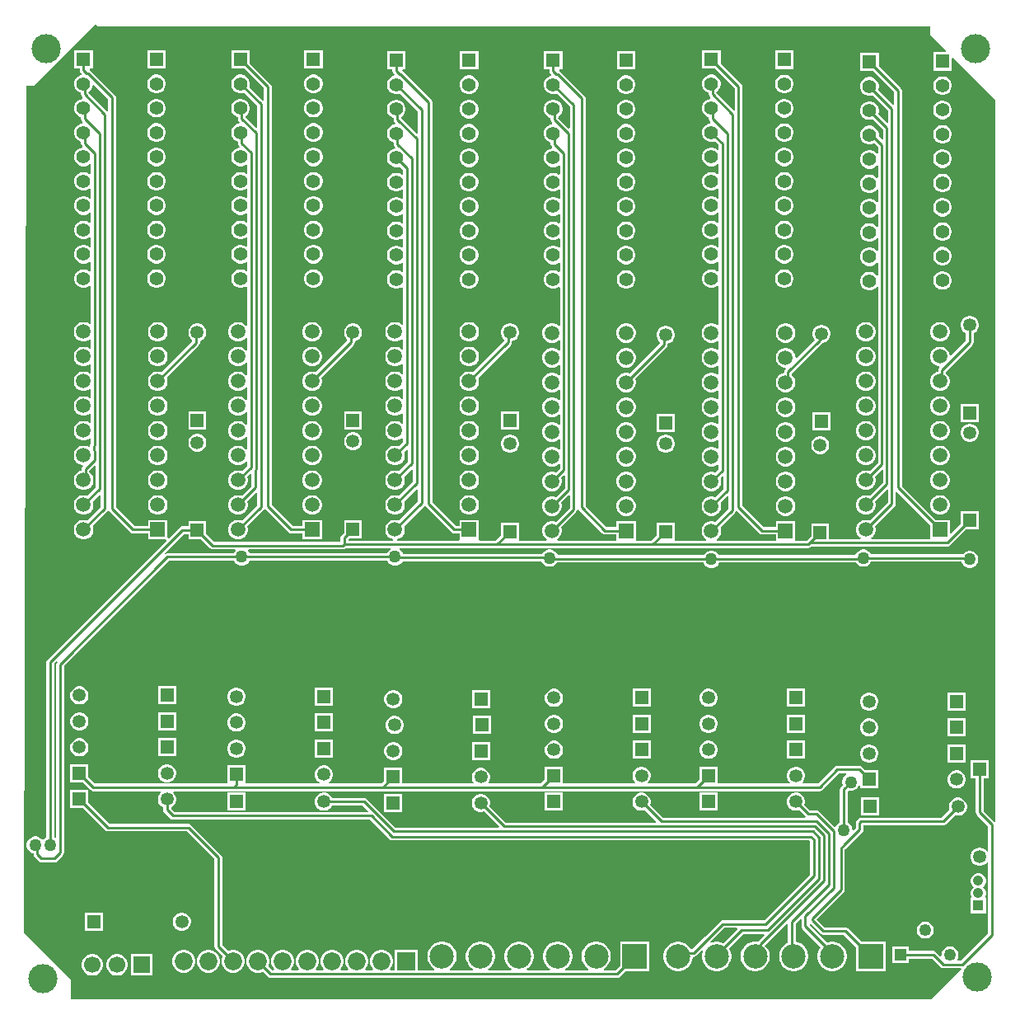
<source format=gbl>
G04*
G04 #@! TF.GenerationSoftware,Altium Limited,Altium Designer,24.6.1 (21)*
G04*
G04 Layer_Physical_Order=2*
G04 Layer_Color=16711680*
%FSLAX25Y25*%
%MOIN*%
G70*
G04*
G04 #@! TF.SameCoordinates,BD51E7C1-7467-4EA1-BF67-8BC641B90C76*
G04*
G04*
G04 #@! TF.FilePolarity,Positive*
G04*
G01*
G75*
%ADD14C,0.01000*%
%ADD18R,0.09843X0.09843*%
%ADD19C,0.09843*%
%ADD25R,0.07244X0.07244*%
%ADD26C,0.07244*%
%ADD27C,0.05512*%
%ADD28R,0.05512X0.05512*%
%ADD37C,0.05906*%
%ADD38R,0.05906X0.05906*%
%ADD39R,0.05315X0.05315*%
%ADD40C,0.05315*%
%ADD41R,0.05315X0.05315*%
%ADD42R,0.04134X0.04134*%
%ADD43C,0.04134*%
%ADD44R,0.04921X0.04921*%
%ADD45C,0.04921*%
%ADD46C,0.06693*%
%ADD47R,0.06693X0.06693*%
%ADD48C,0.11811*%
%ADD49C,0.05000*%
G36*
X185000Y495000D02*
X521500D01*
Y491500D01*
X527912Y485088D01*
X527721Y484626D01*
X522705D01*
Y477114D01*
X530217D01*
Y482130D01*
X530679Y482322D01*
X548000Y465000D01*
Y173494D01*
X547818Y173375D01*
X547500Y173302D01*
X543029Y177772D01*
Y191059D01*
X543510D01*
X543657Y191030D01*
X543805Y191059D01*
X545157D01*
Y192411D01*
X545187Y192559D01*
X545157Y192707D01*
Y198374D01*
X537843D01*
Y191059D01*
X539971D01*
Y177139D01*
X540087Y176554D01*
X540419Y176058D01*
X544971Y171505D01*
Y161587D01*
X544471Y161453D01*
X544427Y161529D01*
X543746Y162210D01*
X542912Y162692D01*
X541982Y162941D01*
X541018D01*
X540088Y162692D01*
X539254Y162210D01*
X538573Y161529D01*
X538092Y160695D01*
X537843Y159765D01*
Y158802D01*
X538092Y157872D01*
X538573Y157038D01*
X539254Y156357D01*
X540088Y155875D01*
X541018Y155626D01*
X541982D01*
X542912Y155875D01*
X543746Y156357D01*
X544427Y157038D01*
X544471Y157114D01*
X544971Y156980D01*
Y128170D01*
X534007Y117207D01*
X532629D01*
X532381Y117707D01*
X532725Y118302D01*
X532961Y119182D01*
Y120093D01*
X532725Y120974D01*
X532269Y121763D01*
X531625Y122407D01*
X530836Y122863D01*
X529956Y123098D01*
X529044D01*
X528164Y122863D01*
X527375Y122407D01*
X526731Y121763D01*
X526275Y120974D01*
X526039Y120093D01*
Y119289D01*
X525610Y119010D01*
X523902Y120719D01*
X523406Y121051D01*
X522820Y121167D01*
X512961D01*
Y123098D01*
X506039D01*
Y116177D01*
X512961D01*
Y118108D01*
X522187D01*
X525700Y114596D01*
X526196Y114264D01*
X526781Y114148D01*
X533941D01*
X534148Y113648D01*
X522000Y101500D01*
X174000D01*
Y109500D01*
X155000Y128500D01*
X156000Y471000D01*
X159000D01*
X184000Y496000D01*
X185000Y495000D01*
D02*
G37*
%LPC*%
G36*
X275756Y485339D02*
X268244D01*
Y477827D01*
X275756D01*
Y485339D01*
D02*
G37*
G36*
X212256D02*
X204744D01*
Y477827D01*
X212256D01*
Y485339D01*
D02*
G37*
G36*
X466217Y485311D02*
X458705D01*
Y477799D01*
X466217D01*
Y485311D01*
D02*
G37*
G36*
X402216Y484996D02*
X394705D01*
Y477484D01*
X402216D01*
Y484996D01*
D02*
G37*
G36*
X338717D02*
X331205D01*
Y477484D01*
X338717D01*
Y484996D01*
D02*
G37*
G36*
X272495Y475496D02*
X271505D01*
X270550Y475240D01*
X269694Y474746D01*
X268994Y474046D01*
X268500Y473190D01*
X268244Y472235D01*
Y471246D01*
X268500Y470290D01*
X268994Y469434D01*
X269694Y468735D01*
X270550Y468240D01*
X271505Y467984D01*
X272495D01*
X273450Y468240D01*
X274306Y468735D01*
X275006Y469434D01*
X275500Y470290D01*
X275756Y471246D01*
Y472235D01*
X275500Y473190D01*
X275006Y474046D01*
X274306Y474746D01*
X273450Y475240D01*
X272495Y475496D01*
D02*
G37*
G36*
X208995D02*
X208005D01*
X207050Y475240D01*
X206194Y474746D01*
X205494Y474046D01*
X205000Y473190D01*
X204744Y472235D01*
Y471246D01*
X205000Y470290D01*
X205494Y469434D01*
X206194Y468735D01*
X207050Y468240D01*
X208005Y467984D01*
X208995D01*
X209950Y468240D01*
X210806Y468735D01*
X211506Y469434D01*
X212000Y470290D01*
X212256Y471246D01*
Y472235D01*
X212000Y473190D01*
X211506Y474046D01*
X210806Y474746D01*
X209950Y475240D01*
X208995Y475496D01*
D02*
G37*
G36*
X462955Y475468D02*
X461966D01*
X461011Y475212D01*
X460154Y474718D01*
X459455Y474019D01*
X458961Y473162D01*
X458705Y472207D01*
Y471218D01*
X458961Y470263D01*
X459455Y469406D01*
X460154Y468707D01*
X461011Y468213D01*
X461966Y467957D01*
X462955D01*
X463910Y468213D01*
X464767Y468707D01*
X465466Y469406D01*
X465961Y470263D01*
X466217Y471218D01*
Y472207D01*
X465961Y473162D01*
X465466Y474019D01*
X464767Y474718D01*
X463910Y475212D01*
X462955Y475468D01*
D02*
G37*
G36*
X398955Y475153D02*
X397966D01*
X397011Y474898D01*
X396154Y474403D01*
X395455Y473704D01*
X394961Y472847D01*
X394705Y471892D01*
Y470903D01*
X394961Y469948D01*
X395455Y469092D01*
X396154Y468392D01*
X397011Y467898D01*
X397966Y467642D01*
X398955D01*
X399910Y467898D01*
X400767Y468392D01*
X401466Y469092D01*
X401961Y469948D01*
X402216Y470903D01*
Y471892D01*
X401961Y472847D01*
X401466Y473704D01*
X400767Y474403D01*
X399910Y474898D01*
X398955Y475153D01*
D02*
G37*
G36*
X335455D02*
X334466D01*
X333511Y474898D01*
X332654Y474403D01*
X331955Y473704D01*
X331461Y472847D01*
X331205Y471892D01*
Y470903D01*
X331461Y469948D01*
X331955Y469092D01*
X332654Y468392D01*
X333511Y467898D01*
X334466Y467642D01*
X335455D01*
X336410Y467898D01*
X337267Y468392D01*
X337966Y469092D01*
X338461Y469948D01*
X338717Y470903D01*
Y471892D01*
X338461Y472847D01*
X337966Y473704D01*
X337267Y474403D01*
X336410Y474898D01*
X335455Y475153D01*
D02*
G37*
G36*
X526955Y474784D02*
X525966D01*
X525011Y474528D01*
X524154Y474033D01*
X523455Y473334D01*
X522961Y472477D01*
X522705Y471522D01*
Y470533D01*
X522961Y469578D01*
X523455Y468721D01*
X524154Y468022D01*
X525011Y467528D01*
X525966Y467272D01*
X526955D01*
X527910Y467528D01*
X528767Y468022D01*
X529466Y468721D01*
X529961Y469578D01*
X530217Y470533D01*
Y471522D01*
X529961Y472477D01*
X529466Y473334D01*
X528767Y474033D01*
X527910Y474528D01*
X526955Y474784D01*
D02*
G37*
G36*
X246256Y485339D02*
X238744D01*
Y477827D01*
X244093D01*
X251971Y469949D01*
Y465139D01*
X251471Y464932D01*
X246024Y470379D01*
X246256Y471246D01*
Y472235D01*
X246000Y473190D01*
X245505Y474046D01*
X244806Y474746D01*
X243950Y475240D01*
X242994Y475496D01*
X242005D01*
X241050Y475240D01*
X240194Y474746D01*
X239494Y474046D01*
X239000Y473190D01*
X238744Y472235D01*
Y471246D01*
X239000Y470290D01*
X239494Y469434D01*
X240194Y468735D01*
X241050Y468240D01*
X242005Y467984D01*
X242994D01*
X243861Y468216D01*
X249226Y462851D01*
Y454164D01*
X248765Y453972D01*
X244504Y458233D01*
X244544Y458741D01*
X244806Y458892D01*
X245505Y459591D01*
X246000Y460448D01*
X246256Y461403D01*
Y462392D01*
X246000Y463347D01*
X245505Y464204D01*
X244806Y464903D01*
X243950Y465398D01*
X242994Y465654D01*
X242005D01*
X241050Y465398D01*
X240194Y464903D01*
X239494Y464204D01*
X239000Y463347D01*
X238744Y462392D01*
Y461403D01*
X239000Y460448D01*
X239494Y459591D01*
X240194Y458892D01*
X241050Y458398D01*
X241403Y458303D01*
Y457642D01*
X241519Y457057D01*
X241851Y456560D01*
X242154Y456257D01*
X241917Y455787D01*
X241050Y455555D01*
X240194Y455061D01*
X239494Y454361D01*
X239000Y453505D01*
X238744Y452550D01*
Y451561D01*
X239000Y450605D01*
X239494Y449749D01*
X240194Y449050D01*
X241050Y448555D01*
X241403Y448461D01*
Y447799D01*
X241519Y447214D01*
X241851Y446718D01*
X242154Y446415D01*
X241917Y445945D01*
X241050Y445713D01*
X240194Y445218D01*
X239494Y444519D01*
X239000Y443662D01*
X238744Y442707D01*
Y441718D01*
X239000Y440763D01*
X239494Y439906D01*
X240194Y439207D01*
X241050Y438713D01*
X242005Y438457D01*
X242994D01*
X243950Y438713D01*
X244726Y439161D01*
X245227Y438996D01*
Y435587D01*
X244726Y435422D01*
X243950Y435870D01*
X242994Y436126D01*
X242005D01*
X241050Y435870D01*
X240194Y435376D01*
X239494Y434676D01*
X239000Y433820D01*
X238744Y432865D01*
Y431876D01*
X239000Y430920D01*
X239494Y430064D01*
X240194Y429365D01*
X241050Y428870D01*
X242005Y428614D01*
X242994D01*
X243950Y428870D01*
X244726Y429319D01*
X245227Y429154D01*
Y425744D01*
X244726Y425579D01*
X243950Y426027D01*
X242994Y426284D01*
X242005D01*
X241050Y426027D01*
X240194Y425533D01*
X239494Y424834D01*
X239000Y423977D01*
X238744Y423022D01*
Y422033D01*
X239000Y421078D01*
X239494Y420221D01*
X240194Y419522D01*
X241050Y419028D01*
X242005Y418772D01*
X242994D01*
X243950Y419028D01*
X244726Y419476D01*
X245227Y419311D01*
Y415902D01*
X244726Y415736D01*
X243950Y416185D01*
X242994Y416441D01*
X242005D01*
X241050Y416185D01*
X240194Y415691D01*
X239494Y414991D01*
X239000Y414135D01*
X238744Y413179D01*
Y412191D01*
X239000Y411235D01*
X239494Y410379D01*
X240194Y409680D01*
X241050Y409185D01*
X242005Y408929D01*
X242994D01*
X243950Y409185D01*
X244726Y409634D01*
X245227Y409469D01*
Y406059D01*
X244726Y405894D01*
X243950Y406343D01*
X242994Y406598D01*
X242005D01*
X241050Y406343D01*
X240194Y405848D01*
X239494Y405149D01*
X239000Y404292D01*
X238744Y403337D01*
Y402348D01*
X239000Y401393D01*
X239494Y400536D01*
X240194Y399837D01*
X241050Y399343D01*
X242005Y399087D01*
X242994D01*
X243950Y399343D01*
X244726Y399791D01*
X245227Y399626D01*
Y396217D01*
X244726Y396052D01*
X243950Y396500D01*
X242994Y396756D01*
X242005D01*
X241050Y396500D01*
X240194Y396006D01*
X239494Y395306D01*
X239000Y394450D01*
X238744Y393495D01*
Y392506D01*
X239000Y391550D01*
X239494Y390694D01*
X240194Y389995D01*
X241050Y389500D01*
X242005Y389244D01*
X242994D01*
X243950Y389500D01*
X244726Y389949D01*
X245227Y389784D01*
Y373951D01*
X244726Y373817D01*
X244663Y373927D01*
X243927Y374663D01*
X243026Y375183D01*
X242020Y375453D01*
X240980D01*
X239974Y375183D01*
X239073Y374663D01*
X238337Y373927D01*
X237817Y373026D01*
X237547Y372020D01*
Y370980D01*
X237817Y369974D01*
X238337Y369073D01*
X239073Y368337D01*
X239974Y367817D01*
X240980Y367547D01*
X242020D01*
X243026Y367817D01*
X243927Y368337D01*
X244663Y369073D01*
X244726Y369183D01*
X245227Y369049D01*
Y363951D01*
X244726Y363817D01*
X244663Y363927D01*
X243927Y364663D01*
X243026Y365183D01*
X242020Y365453D01*
X240980D01*
X239974Y365183D01*
X239073Y364663D01*
X238337Y363927D01*
X237817Y363026D01*
X237547Y362020D01*
Y360980D01*
X237817Y359974D01*
X238337Y359073D01*
X239073Y358337D01*
X239974Y357817D01*
X240980Y357547D01*
X242020D01*
X243026Y357817D01*
X243927Y358337D01*
X244663Y359073D01*
X244726Y359183D01*
X245227Y359049D01*
Y353951D01*
X244726Y353817D01*
X244663Y353927D01*
X243927Y354663D01*
X243026Y355183D01*
X242020Y355453D01*
X240980D01*
X239974Y355183D01*
X239073Y354663D01*
X238337Y353927D01*
X237817Y353026D01*
X237547Y352020D01*
Y350980D01*
X237817Y349974D01*
X238337Y349073D01*
X239073Y348337D01*
X239974Y347817D01*
X240980Y347547D01*
X242020D01*
X243026Y347817D01*
X243927Y348337D01*
X244663Y349073D01*
X244726Y349183D01*
X245227Y349049D01*
Y343951D01*
X244726Y343817D01*
X244663Y343927D01*
X243927Y344663D01*
X243026Y345183D01*
X242020Y345453D01*
X240980D01*
X239974Y345183D01*
X239073Y344663D01*
X238337Y343927D01*
X237817Y343026D01*
X237547Y342020D01*
Y340980D01*
X237817Y339974D01*
X238337Y339073D01*
X239073Y338337D01*
X239974Y337817D01*
X240980Y337547D01*
X242020D01*
X243026Y337817D01*
X243927Y338337D01*
X244663Y339073D01*
X244726Y339183D01*
X245227Y339049D01*
Y333951D01*
X244726Y333817D01*
X244663Y333927D01*
X243927Y334663D01*
X243026Y335183D01*
X242020Y335453D01*
X240980D01*
X239974Y335183D01*
X239073Y334663D01*
X238337Y333927D01*
X237817Y333026D01*
X237547Y332020D01*
Y330980D01*
X237817Y329974D01*
X238337Y329073D01*
X239073Y328337D01*
X239974Y327817D01*
X240980Y327547D01*
X242020D01*
X243026Y327817D01*
X243927Y328337D01*
X244663Y329073D01*
X244726Y329183D01*
X245227Y329049D01*
Y323951D01*
X244726Y323817D01*
X244663Y323927D01*
X243927Y324663D01*
X243026Y325183D01*
X242020Y325453D01*
X240980D01*
X239974Y325183D01*
X239073Y324663D01*
X238337Y323927D01*
X237817Y323026D01*
X237547Y322020D01*
Y320980D01*
X237817Y319974D01*
X238337Y319073D01*
X239073Y318337D01*
X239974Y317817D01*
X240980Y317547D01*
X242020D01*
X243026Y317817D01*
X243927Y318337D01*
X244663Y319073D01*
X244726Y319183D01*
X245227Y319049D01*
Y317389D01*
X243022Y315184D01*
X242020Y315453D01*
X240980D01*
X239974Y315183D01*
X239073Y314663D01*
X238337Y313927D01*
X237817Y313026D01*
X237547Y312020D01*
Y310980D01*
X237817Y309974D01*
X238337Y309073D01*
X239073Y308337D01*
X239974Y307817D01*
X240980Y307547D01*
X242020D01*
X243026Y307817D01*
X243927Y308337D01*
X244663Y309073D01*
X245183Y309974D01*
X245453Y310980D01*
Y312020D01*
X245184Y313022D01*
X246509Y314346D01*
X246971Y314154D01*
Y309134D01*
X243022Y305185D01*
X242020Y305453D01*
X240980D01*
X239974Y305183D01*
X239073Y304663D01*
X238337Y303927D01*
X237817Y303026D01*
X237547Y302020D01*
Y300980D01*
X237817Y299974D01*
X238337Y299073D01*
X239073Y298337D01*
X239974Y297817D01*
X240980Y297547D01*
X242020D01*
X243026Y297817D01*
X243927Y298337D01*
X244663Y299073D01*
X245183Y299974D01*
X245453Y300980D01*
Y302020D01*
X245184Y303022D01*
X248765Y306602D01*
X249226Y306410D01*
Y301389D01*
X243022Y295184D01*
X242020Y295453D01*
X240980D01*
X239974Y295183D01*
X239073Y294663D01*
X238337Y293927D01*
X237817Y293026D01*
X237547Y292020D01*
Y290980D01*
X237817Y289974D01*
X238337Y289073D01*
X239073Y288337D01*
X239974Y287817D01*
X240980Y287547D01*
X242020D01*
X243026Y287817D01*
X243927Y288337D01*
X244663Y289073D01*
X245183Y289974D01*
X245453Y290980D01*
Y292020D01*
X245184Y293022D01*
X251837Y299675D01*
X251909Y299781D01*
X252104Y299834D01*
X252528Y299809D01*
X261919Y290419D01*
X262415Y290087D01*
X263000Y289971D01*
X267547D01*
Y287547D01*
X275453D01*
Y295453D01*
X267547D01*
Y293029D01*
X263633D01*
X255029Y301634D01*
Y470583D01*
X254913Y471168D01*
X254581Y471664D01*
X246256Y479990D01*
Y485339D01*
D02*
G37*
G36*
X436756D02*
X429244D01*
Y477827D01*
X434593D01*
X442471Y469949D01*
Y461262D01*
X442009Y461071D01*
X435004Y468075D01*
X435044Y468583D01*
X435306Y468735D01*
X436005Y469434D01*
X436500Y470290D01*
X436756Y471246D01*
Y472235D01*
X436500Y473190D01*
X436005Y474046D01*
X435306Y474746D01*
X434450Y475240D01*
X433495Y475496D01*
X432506D01*
X431550Y475240D01*
X430694Y474746D01*
X429994Y474046D01*
X429500Y473190D01*
X429244Y472235D01*
Y471246D01*
X429500Y470290D01*
X429994Y469434D01*
X430694Y468735D01*
X431550Y468240D01*
X431903Y468146D01*
Y467484D01*
X432019Y466899D01*
X432351Y466403D01*
X432654Y466100D01*
X432417Y465630D01*
X431550Y465398D01*
X430694Y464903D01*
X429994Y464204D01*
X429500Y463347D01*
X429244Y462392D01*
Y461403D01*
X429500Y460448D01*
X429994Y459591D01*
X430694Y458892D01*
X431550Y458398D01*
X431903Y458303D01*
Y457642D01*
X432019Y457057D01*
X432351Y456560D01*
X432654Y456257D01*
X432417Y455787D01*
X431550Y455555D01*
X430694Y455061D01*
X429994Y454361D01*
X429500Y453505D01*
X429244Y452550D01*
Y451561D01*
X429500Y450605D01*
X429994Y449749D01*
X430694Y449050D01*
X431550Y448555D01*
X432506Y448299D01*
X433495D01*
X434361Y448531D01*
X435923Y446969D01*
Y445254D01*
X435461Y445063D01*
X435306Y445218D01*
X434450Y445713D01*
X433495Y445968D01*
X432506D01*
X431550Y445713D01*
X430694Y445218D01*
X429994Y444519D01*
X429500Y443662D01*
X429244Y442707D01*
Y441718D01*
X429500Y440763D01*
X429994Y439906D01*
X430694Y439207D01*
X431550Y438713D01*
X432506Y438457D01*
X433495D01*
X434450Y438713D01*
X435306Y439207D01*
X435461Y439362D01*
X435923Y439171D01*
Y435412D01*
X435461Y435220D01*
X435306Y435376D01*
X434450Y435870D01*
X433495Y436126D01*
X432506D01*
X431550Y435870D01*
X430694Y435376D01*
X429994Y434676D01*
X429500Y433820D01*
X429244Y432865D01*
Y431876D01*
X429500Y430920D01*
X429994Y430064D01*
X430694Y429365D01*
X431550Y428870D01*
X432506Y428614D01*
X433495D01*
X434450Y428870D01*
X435306Y429365D01*
X435461Y429520D01*
X435923Y429328D01*
Y425569D01*
X435461Y425378D01*
X435306Y425533D01*
X434450Y426027D01*
X433495Y426284D01*
X432506D01*
X431550Y426027D01*
X430694Y425533D01*
X429994Y424834D01*
X429500Y423977D01*
X429244Y423022D01*
Y422033D01*
X429500Y421078D01*
X429994Y420221D01*
X430694Y419522D01*
X431550Y419028D01*
X432506Y418772D01*
X433495D01*
X434450Y419028D01*
X435306Y419522D01*
X435461Y419677D01*
X435923Y419486D01*
Y415727D01*
X435461Y415535D01*
X435306Y415691D01*
X434450Y416185D01*
X433495Y416441D01*
X432506D01*
X431550Y416185D01*
X430694Y415691D01*
X429994Y414991D01*
X429500Y414135D01*
X429244Y413179D01*
Y412191D01*
X429500Y411235D01*
X429994Y410379D01*
X430694Y409680D01*
X431550Y409185D01*
X432506Y408929D01*
X433495D01*
X434450Y409185D01*
X435306Y409680D01*
X435461Y409835D01*
X435923Y409644D01*
Y405884D01*
X435461Y405693D01*
X435306Y405848D01*
X434450Y406343D01*
X433495Y406598D01*
X432506D01*
X431550Y406343D01*
X430694Y405848D01*
X429994Y405149D01*
X429500Y404292D01*
X429244Y403337D01*
Y402348D01*
X429500Y401393D01*
X429994Y400536D01*
X430694Y399837D01*
X431550Y399343D01*
X432506Y399087D01*
X433495D01*
X434450Y399343D01*
X435306Y399837D01*
X435461Y399992D01*
X435923Y399801D01*
Y396042D01*
X435461Y395850D01*
X435306Y396006D01*
X434450Y396500D01*
X433495Y396756D01*
X432506D01*
X431550Y396500D01*
X430694Y396006D01*
X429994Y395306D01*
X429500Y394450D01*
X429244Y393495D01*
Y392506D01*
X429500Y391550D01*
X429994Y390694D01*
X430694Y389995D01*
X431550Y389500D01*
X432506Y389244D01*
X433495D01*
X434450Y389500D01*
X435306Y389995D01*
X435461Y390150D01*
X435923Y389958D01*
Y374320D01*
X435461Y374129D01*
X435427Y374163D01*
X434526Y374683D01*
X433520Y374953D01*
X432480D01*
X431474Y374683D01*
X430573Y374163D01*
X429837Y373427D01*
X429317Y372526D01*
X429047Y371520D01*
Y370480D01*
X429317Y369474D01*
X429837Y368573D01*
X430573Y367837D01*
X431474Y367317D01*
X432480Y367047D01*
X433520D01*
X434526Y367317D01*
X435427Y367837D01*
X435461Y367871D01*
X435923Y367680D01*
Y364320D01*
X435461Y364129D01*
X435427Y364163D01*
X434526Y364683D01*
X433520Y364953D01*
X432480D01*
X431474Y364683D01*
X430573Y364163D01*
X429837Y363427D01*
X429317Y362526D01*
X429047Y361520D01*
Y360480D01*
X429317Y359474D01*
X429837Y358573D01*
X430573Y357837D01*
X431474Y357317D01*
X432480Y357047D01*
X433520D01*
X434526Y357317D01*
X435427Y357837D01*
X435461Y357871D01*
X435923Y357680D01*
Y354320D01*
X435461Y354129D01*
X435427Y354163D01*
X434526Y354683D01*
X433520Y354953D01*
X432480D01*
X431474Y354683D01*
X430573Y354163D01*
X429837Y353427D01*
X429317Y352526D01*
X429047Y351520D01*
Y350480D01*
X429317Y349474D01*
X429837Y348573D01*
X430573Y347837D01*
X431474Y347317D01*
X432480Y347047D01*
X433520D01*
X434526Y347317D01*
X435427Y347837D01*
X435461Y347871D01*
X435923Y347680D01*
Y344320D01*
X435461Y344129D01*
X435427Y344163D01*
X434526Y344683D01*
X433520Y344953D01*
X432480D01*
X431474Y344683D01*
X430573Y344163D01*
X429837Y343427D01*
X429317Y342526D01*
X429047Y341520D01*
Y340480D01*
X429317Y339474D01*
X429837Y338573D01*
X430573Y337837D01*
X431474Y337317D01*
X432480Y337047D01*
X433520D01*
X434526Y337317D01*
X435427Y337837D01*
X435461Y337871D01*
X435923Y337680D01*
Y334320D01*
X435461Y334129D01*
X435427Y334163D01*
X434526Y334683D01*
X433520Y334953D01*
X432480D01*
X431474Y334683D01*
X430573Y334163D01*
X429837Y333427D01*
X429317Y332526D01*
X429047Y331520D01*
Y330480D01*
X429317Y329474D01*
X429837Y328573D01*
X430573Y327837D01*
X431474Y327317D01*
X432480Y327047D01*
X433520D01*
X434526Y327317D01*
X435427Y327837D01*
X435461Y327871D01*
X435923Y327680D01*
Y324320D01*
X435461Y324129D01*
X435427Y324163D01*
X434526Y324683D01*
X433520Y324953D01*
X432480D01*
X431474Y324683D01*
X430573Y324163D01*
X429837Y323427D01*
X429317Y322526D01*
X429047Y321520D01*
Y320480D01*
X429317Y319474D01*
X429837Y318573D01*
X430573Y317837D01*
X431474Y317317D01*
X432480Y317047D01*
X433520D01*
X434526Y317317D01*
X435427Y317837D01*
X435461Y317871D01*
X435923Y317680D01*
Y316086D01*
X434522Y314685D01*
X433520Y314953D01*
X432480D01*
X431474Y314683D01*
X430573Y314163D01*
X429837Y313427D01*
X429317Y312526D01*
X429047Y311520D01*
Y310480D01*
X429317Y309474D01*
X429837Y308573D01*
X430573Y307837D01*
X431474Y307317D01*
X432480Y307047D01*
X433520D01*
X434526Y307317D01*
X435427Y307837D01*
X436163Y308573D01*
X436683Y309474D01*
X436953Y310480D01*
Y311520D01*
X436685Y312522D01*
X437461Y313299D01*
X437923Y313107D01*
Y308086D01*
X434522Y304684D01*
X433520Y304953D01*
X432480D01*
X431474Y304683D01*
X430573Y304163D01*
X429837Y303427D01*
X429317Y302526D01*
X429047Y301520D01*
Y300480D01*
X429317Y299474D01*
X429837Y298573D01*
X430573Y297837D01*
X431474Y297317D01*
X432480Y297047D01*
X433520D01*
X434526Y297317D01*
X435427Y297837D01*
X436163Y298573D01*
X436683Y299474D01*
X436953Y300480D01*
Y301520D01*
X436685Y302522D01*
X439461Y305298D01*
X439923Y305107D01*
Y300086D01*
X434522Y294685D01*
X433520Y294953D01*
X432480D01*
X431474Y294683D01*
X430573Y294163D01*
X429837Y293427D01*
X429317Y292526D01*
X429047Y291520D01*
Y290480D01*
X429317Y289474D01*
X429837Y288573D01*
X430573Y287837D01*
X430957Y287615D01*
X430823Y287115D01*
X418653D01*
X418157Y287126D01*
Y294441D01*
X410843D01*
Y289289D01*
X408669Y287115D01*
X402453D01*
Y294953D01*
X394547D01*
Y292529D01*
X390634D01*
X382029Y301133D01*
Y465916D01*
X381913Y466502D01*
X381581Y466998D01*
X371844Y476735D01*
X371471Y476984D01*
X371616Y477484D01*
X372756D01*
Y484996D01*
X365244D01*
Y477484D01*
X367471D01*
Y476984D01*
X367587Y476399D01*
X367919Y475903D01*
X368225Y475596D01*
X368076Y475038D01*
X367550Y474898D01*
X366694Y474403D01*
X365995Y473704D01*
X365500Y472847D01*
X365244Y471892D01*
Y470903D01*
X365500Y469948D01*
X365995Y469092D01*
X366694Y468392D01*
X367550Y467898D01*
X368506Y467642D01*
X369495D01*
X370361Y467874D01*
X375727Y462508D01*
Y453821D01*
X375265Y453630D01*
X371004Y457890D01*
X371044Y458398D01*
X371306Y458550D01*
X372006Y459249D01*
X372500Y460105D01*
X372756Y461061D01*
Y462050D01*
X372500Y463005D01*
X372006Y463861D01*
X371306Y464561D01*
X370450Y465055D01*
X369495Y465311D01*
X368506D01*
X367550Y465055D01*
X366694Y464561D01*
X365995Y463861D01*
X365500Y463005D01*
X365244Y462050D01*
Y461061D01*
X365500Y460105D01*
X365995Y459249D01*
X366694Y458550D01*
X367550Y458055D01*
X367903Y457961D01*
Y457299D01*
X368019Y456714D01*
X368351Y456218D01*
X368653Y455915D01*
X368417Y455445D01*
X367550Y455212D01*
X366694Y454718D01*
X365995Y454019D01*
X365500Y453162D01*
X365244Y452207D01*
Y451218D01*
X365500Y450263D01*
X365995Y449406D01*
X366694Y448707D01*
X367550Y448213D01*
X367903Y448118D01*
Y447457D01*
X368019Y446871D01*
X368351Y446375D01*
X368653Y446072D01*
X368417Y445602D01*
X367550Y445370D01*
X366694Y444876D01*
X365995Y444176D01*
X365500Y443320D01*
X365244Y442365D01*
Y441376D01*
X365500Y440420D01*
X365995Y439564D01*
X366694Y438865D01*
X367550Y438370D01*
X368506Y438114D01*
X369495D01*
X370450Y438370D01*
X371227Y438819D01*
X371726Y438654D01*
Y435244D01*
X371227Y435079D01*
X370450Y435528D01*
X369495Y435783D01*
X368506D01*
X367550Y435528D01*
X366694Y435033D01*
X365995Y434334D01*
X365500Y433477D01*
X365244Y432522D01*
Y431533D01*
X365500Y430578D01*
X365995Y429721D01*
X366694Y429022D01*
X367550Y428528D01*
X368506Y428272D01*
X369495D01*
X370450Y428528D01*
X371227Y428976D01*
X371726Y428811D01*
Y425401D01*
X371227Y425237D01*
X370450Y425685D01*
X369495Y425941D01*
X368506D01*
X367550Y425685D01*
X366694Y425190D01*
X365995Y424491D01*
X365500Y423635D01*
X365244Y422680D01*
Y421691D01*
X365500Y420735D01*
X365995Y419879D01*
X366694Y419180D01*
X367550Y418685D01*
X368506Y418429D01*
X369495D01*
X370450Y418685D01*
X371227Y419134D01*
X371726Y418968D01*
Y415559D01*
X371227Y415394D01*
X370450Y415842D01*
X369495Y416098D01*
X368506D01*
X367550Y415842D01*
X366694Y415348D01*
X365995Y414649D01*
X365500Y413792D01*
X365244Y412837D01*
Y411848D01*
X365500Y410893D01*
X365995Y410036D01*
X366694Y409337D01*
X367550Y408843D01*
X368506Y408587D01*
X369495D01*
X370450Y408843D01*
X371227Y409291D01*
X371726Y409126D01*
Y405717D01*
X371227Y405551D01*
X370450Y406000D01*
X369495Y406256D01*
X368506D01*
X367550Y406000D01*
X366694Y405506D01*
X365995Y404806D01*
X365500Y403950D01*
X365244Y402994D01*
Y402005D01*
X365500Y401050D01*
X365995Y400194D01*
X366694Y399495D01*
X367550Y399000D01*
X368506Y398744D01*
X369495D01*
X370450Y399000D01*
X371227Y399448D01*
X371726Y399284D01*
Y395874D01*
X371227Y395709D01*
X370450Y396157D01*
X369495Y396413D01*
X368506D01*
X367550Y396157D01*
X366694Y395663D01*
X365995Y394964D01*
X365500Y394107D01*
X365244Y393152D01*
Y392163D01*
X365500Y391208D01*
X365995Y390351D01*
X366694Y389652D01*
X367550Y389158D01*
X368506Y388902D01*
X369495D01*
X370450Y389158D01*
X371227Y389606D01*
X371726Y389441D01*
Y374071D01*
X371227Y373864D01*
X370927Y374163D01*
X370026Y374683D01*
X369020Y374953D01*
X367980D01*
X366974Y374683D01*
X366073Y374163D01*
X365337Y373427D01*
X364817Y372526D01*
X364547Y371520D01*
Y370480D01*
X364817Y369474D01*
X365337Y368573D01*
X366073Y367837D01*
X366974Y367317D01*
X367980Y367047D01*
X369020D01*
X370026Y367317D01*
X370927Y367837D01*
X371227Y368137D01*
X371726Y367929D01*
Y364071D01*
X371227Y363863D01*
X370927Y364163D01*
X370026Y364683D01*
X369020Y364953D01*
X367980D01*
X366974Y364683D01*
X366073Y364163D01*
X365337Y363427D01*
X364817Y362526D01*
X364547Y361520D01*
Y360480D01*
X364817Y359474D01*
X365337Y358573D01*
X366073Y357837D01*
X366974Y357317D01*
X367980Y357047D01*
X369020D01*
X370026Y357317D01*
X370927Y357837D01*
X371227Y358137D01*
X371726Y357929D01*
Y354071D01*
X371227Y353864D01*
X370927Y354163D01*
X370026Y354683D01*
X369020Y354953D01*
X367980D01*
X366974Y354683D01*
X366073Y354163D01*
X365337Y353427D01*
X364817Y352526D01*
X364547Y351520D01*
Y350480D01*
X364817Y349474D01*
X365337Y348573D01*
X366073Y347837D01*
X366974Y347317D01*
X367980Y347047D01*
X369020D01*
X370026Y347317D01*
X370927Y347837D01*
X371227Y348136D01*
X371726Y347929D01*
Y344071D01*
X371227Y343864D01*
X370927Y344163D01*
X370026Y344683D01*
X369020Y344953D01*
X367980D01*
X366974Y344683D01*
X366073Y344163D01*
X365337Y343427D01*
X364817Y342526D01*
X364547Y341520D01*
Y340480D01*
X364817Y339474D01*
X365337Y338573D01*
X366073Y337837D01*
X366974Y337317D01*
X367980Y337047D01*
X369020D01*
X370026Y337317D01*
X370927Y337837D01*
X371227Y338137D01*
X371726Y337929D01*
Y334071D01*
X371227Y333863D01*
X370927Y334163D01*
X370026Y334683D01*
X369020Y334953D01*
X367980D01*
X366974Y334683D01*
X366073Y334163D01*
X365337Y333427D01*
X364817Y332526D01*
X364547Y331520D01*
Y330480D01*
X364817Y329474D01*
X365337Y328573D01*
X366073Y327837D01*
X366974Y327317D01*
X367980Y327047D01*
X369020D01*
X370026Y327317D01*
X370927Y327837D01*
X371227Y328136D01*
X371726Y327929D01*
Y324071D01*
X371227Y323864D01*
X370927Y324163D01*
X370026Y324683D01*
X369020Y324953D01*
X367980D01*
X366974Y324683D01*
X366073Y324163D01*
X365337Y323427D01*
X364817Y322526D01*
X364547Y321520D01*
Y320480D01*
X364817Y319474D01*
X365337Y318573D01*
X366073Y317837D01*
X366974Y317317D01*
X367980Y317047D01*
X369020D01*
X370026Y317317D01*
X370927Y317837D01*
X371227Y318137D01*
X371726Y317929D01*
Y316389D01*
X370022Y314685D01*
X369020Y314953D01*
X367980D01*
X366974Y314683D01*
X366073Y314163D01*
X365337Y313427D01*
X364817Y312526D01*
X364547Y311520D01*
Y310480D01*
X364817Y309474D01*
X365337Y308573D01*
X366073Y307837D01*
X366974Y307317D01*
X367980Y307047D01*
X369020D01*
X370026Y307317D01*
X370927Y307837D01*
X371663Y308573D01*
X372183Y309474D01*
X372453Y310480D01*
Y311520D01*
X372184Y312522D01*
X373265Y313602D01*
X373727Y313410D01*
Y308389D01*
X370022Y304684D01*
X369020Y304953D01*
X367980D01*
X366974Y304683D01*
X366073Y304163D01*
X365337Y303427D01*
X364817Y302526D01*
X364547Y301520D01*
Y300480D01*
X364817Y299474D01*
X365337Y298573D01*
X366073Y297837D01*
X366974Y297317D01*
X367980Y297047D01*
X369020D01*
X370026Y297317D01*
X370927Y297837D01*
X371663Y298573D01*
X372183Y299474D01*
X372453Y300480D01*
Y301520D01*
X372184Y302522D01*
X375265Y305602D01*
X375727Y305410D01*
Y300389D01*
X370022Y294685D01*
X369020Y294953D01*
X367980D01*
X366974Y294683D01*
X366073Y294163D01*
X365337Y293427D01*
X364817Y292526D01*
X364547Y291520D01*
Y290480D01*
X364817Y289474D01*
X365337Y288573D01*
X366073Y287837D01*
X366457Y287615D01*
X366323Y287115D01*
X355653D01*
X355157Y287126D01*
Y294441D01*
X347843D01*
Y289289D01*
X345669Y287115D01*
X339117D01*
X338953Y287547D01*
X338953Y287615D01*
Y295453D01*
X331047D01*
Y293029D01*
X329633D01*
X320029Y302634D01*
Y464416D01*
X319913Y465002D01*
X319581Y465498D01*
X308344Y476735D01*
X307971Y476984D01*
X308116Y477484D01*
X309256D01*
Y484996D01*
X301744D01*
Y477484D01*
X303971D01*
Y476984D01*
X304087Y476399D01*
X304419Y475903D01*
X304725Y475596D01*
X304576Y475038D01*
X304050Y474898D01*
X303194Y474403D01*
X302495Y473704D01*
X302000Y472847D01*
X301744Y471892D01*
Y470903D01*
X302000Y469948D01*
X302495Y469092D01*
X303194Y468392D01*
X304050Y467898D01*
X305006Y467642D01*
X305995D01*
X306861Y467874D01*
X314227Y460508D01*
Y451821D01*
X313765Y451630D01*
X307504Y457890D01*
X307544Y458398D01*
X307806Y458550D01*
X308506Y459249D01*
X309000Y460105D01*
X309256Y461061D01*
Y462050D01*
X309000Y463005D01*
X308506Y463861D01*
X307806Y464561D01*
X306950Y465055D01*
X305995Y465311D01*
X305006D01*
X304050Y465055D01*
X303194Y464561D01*
X302495Y463861D01*
X302000Y463005D01*
X301744Y462050D01*
Y461061D01*
X302000Y460105D01*
X302495Y459249D01*
X303194Y458550D01*
X304050Y458055D01*
X304403Y457961D01*
Y457299D01*
X304519Y456714D01*
X304851Y456218D01*
X305153Y455915D01*
X304917Y455445D01*
X304050Y455212D01*
X303194Y454718D01*
X302495Y454019D01*
X302000Y453162D01*
X301744Y452207D01*
Y451218D01*
X302000Y450263D01*
X302495Y449406D01*
X303194Y448707D01*
X304050Y448213D01*
X304403Y448118D01*
Y447457D01*
X304519Y446871D01*
X304851Y446375D01*
X305153Y446072D01*
X304917Y445602D01*
X304050Y445370D01*
X303194Y444876D01*
X302495Y444176D01*
X302000Y443320D01*
X301744Y442365D01*
Y441376D01*
X302000Y440420D01*
X302495Y439564D01*
X303194Y438865D01*
X304050Y438370D01*
X305006Y438114D01*
X305995D01*
X306861Y438346D01*
X308226Y436981D01*
Y435244D01*
X307727Y435079D01*
X306950Y435528D01*
X305995Y435783D01*
X305006D01*
X304050Y435528D01*
X303194Y435033D01*
X302495Y434334D01*
X302000Y433477D01*
X301744Y432522D01*
Y431533D01*
X302000Y430578D01*
X302495Y429721D01*
X303194Y429022D01*
X304050Y428528D01*
X305006Y428272D01*
X305995D01*
X306950Y428528D01*
X307727Y428976D01*
X308226Y428811D01*
Y425401D01*
X307727Y425237D01*
X306950Y425685D01*
X305995Y425941D01*
X305006D01*
X304050Y425685D01*
X303194Y425190D01*
X302495Y424491D01*
X302000Y423635D01*
X301744Y422680D01*
Y421691D01*
X302000Y420735D01*
X302495Y419879D01*
X303194Y419180D01*
X304050Y418685D01*
X305006Y418429D01*
X305995D01*
X306950Y418685D01*
X307727Y419134D01*
X308226Y418968D01*
Y415559D01*
X307727Y415394D01*
X306950Y415842D01*
X305995Y416098D01*
X305006D01*
X304050Y415842D01*
X303194Y415348D01*
X302495Y414649D01*
X302000Y413792D01*
X301744Y412837D01*
Y411848D01*
X302000Y410893D01*
X302495Y410036D01*
X303194Y409337D01*
X304050Y408843D01*
X305006Y408587D01*
X305995D01*
X306950Y408843D01*
X307727Y409291D01*
X308226Y409126D01*
Y405717D01*
X307727Y405551D01*
X306950Y406000D01*
X305995Y406256D01*
X305006D01*
X304050Y406000D01*
X303194Y405506D01*
X302495Y404806D01*
X302000Y403950D01*
X301744Y402994D01*
Y402005D01*
X302000Y401050D01*
X302495Y400194D01*
X303194Y399495D01*
X304050Y399000D01*
X305006Y398744D01*
X305995D01*
X306950Y399000D01*
X307727Y399448D01*
X308226Y399284D01*
Y395874D01*
X307727Y395709D01*
X306950Y396157D01*
X305995Y396413D01*
X305006D01*
X304050Y396157D01*
X303194Y395663D01*
X302495Y394964D01*
X302000Y394107D01*
X301744Y393152D01*
Y392163D01*
X302000Y391208D01*
X302495Y390351D01*
X303194Y389652D01*
X304050Y389158D01*
X305006Y388902D01*
X305995D01*
X306950Y389158D01*
X307727Y389606D01*
X308226Y389441D01*
Y374571D01*
X307727Y374363D01*
X307427Y374663D01*
X306526Y375183D01*
X305520Y375453D01*
X304480D01*
X303474Y375183D01*
X302573Y374663D01*
X301837Y373927D01*
X301317Y373026D01*
X301047Y372020D01*
Y370980D01*
X301317Y369974D01*
X301837Y369073D01*
X302573Y368337D01*
X303474Y367817D01*
X304480Y367547D01*
X305520D01*
X306526Y367817D01*
X307427Y368337D01*
X307727Y368636D01*
X308226Y368429D01*
Y364571D01*
X307727Y364364D01*
X307427Y364663D01*
X306526Y365183D01*
X305520Y365453D01*
X304480D01*
X303474Y365183D01*
X302573Y364663D01*
X301837Y363927D01*
X301317Y363026D01*
X301047Y362020D01*
Y360980D01*
X301317Y359974D01*
X301837Y359073D01*
X302573Y358337D01*
X303474Y357817D01*
X304480Y357547D01*
X305520D01*
X306526Y357817D01*
X307427Y358337D01*
X307727Y358636D01*
X308226Y358429D01*
Y354571D01*
X307727Y354363D01*
X307427Y354663D01*
X306526Y355183D01*
X305520Y355453D01*
X304480D01*
X303474Y355183D01*
X302573Y354663D01*
X301837Y353927D01*
X301317Y353026D01*
X301047Y352020D01*
Y350980D01*
X301317Y349974D01*
X301837Y349073D01*
X302573Y348337D01*
X303474Y347817D01*
X304480Y347547D01*
X305520D01*
X306526Y347817D01*
X307427Y348337D01*
X307727Y348637D01*
X308226Y348429D01*
Y344571D01*
X307727Y344363D01*
X307427Y344663D01*
X306526Y345183D01*
X305520Y345453D01*
X304480D01*
X303474Y345183D01*
X302573Y344663D01*
X301837Y343927D01*
X301317Y343026D01*
X301047Y342020D01*
Y340980D01*
X301317Y339974D01*
X301837Y339073D01*
X302573Y338337D01*
X303474Y337817D01*
X304480Y337547D01*
X305520D01*
X306526Y337817D01*
X307427Y338337D01*
X307727Y338636D01*
X308226Y338429D01*
Y334571D01*
X307727Y334364D01*
X307427Y334663D01*
X306526Y335183D01*
X305520Y335453D01*
X304480D01*
X303474Y335183D01*
X302573Y334663D01*
X301837Y333927D01*
X301317Y333026D01*
X301047Y332020D01*
Y330980D01*
X301317Y329974D01*
X301837Y329073D01*
X302573Y328337D01*
X303474Y327817D01*
X304480Y327547D01*
X305520D01*
X306526Y327817D01*
X307427Y328337D01*
X307727Y328637D01*
X308226Y328429D01*
Y326889D01*
X306522Y325184D01*
X305520Y325453D01*
X304480D01*
X303474Y325183D01*
X302573Y324663D01*
X301837Y323927D01*
X301317Y323026D01*
X301047Y322020D01*
Y320980D01*
X301317Y319974D01*
X301837Y319073D01*
X302573Y318337D01*
X303474Y317817D01*
X304480Y317547D01*
X305520D01*
X306526Y317817D01*
X307427Y318337D01*
X308163Y319073D01*
X308683Y319974D01*
X308953Y320980D01*
Y322020D01*
X308684Y323022D01*
X309765Y324102D01*
X310226Y323910D01*
Y318889D01*
X306522Y315184D01*
X305520Y315453D01*
X304480D01*
X303474Y315183D01*
X302573Y314663D01*
X301837Y313927D01*
X301317Y313026D01*
X301047Y312020D01*
Y310980D01*
X301317Y309974D01*
X301837Y309073D01*
X302573Y308337D01*
X303474Y307817D01*
X304480Y307547D01*
X305520D01*
X306526Y307817D01*
X307427Y308337D01*
X308163Y309073D01*
X308683Y309974D01*
X308953Y310980D01*
Y312020D01*
X308684Y313022D01*
X311765Y316102D01*
X312227Y315910D01*
Y310889D01*
X306522Y305185D01*
X305520Y305453D01*
X304480D01*
X303474Y305183D01*
X302573Y304663D01*
X301837Y303927D01*
X301317Y303026D01*
X301047Y302020D01*
Y300980D01*
X301317Y299974D01*
X301837Y299073D01*
X302573Y298337D01*
X303474Y297817D01*
X304480Y297547D01*
X305520D01*
X306526Y297817D01*
X307427Y298337D01*
X308163Y299073D01*
X308683Y299974D01*
X308953Y300980D01*
Y302020D01*
X308684Y303022D01*
X313765Y308102D01*
X314227Y307910D01*
Y302889D01*
X306522Y295184D01*
X305520Y295453D01*
X304480D01*
X303474Y295183D01*
X302573Y294663D01*
X301837Y293927D01*
X301317Y293026D01*
X301047Y292020D01*
Y290980D01*
X301317Y289974D01*
X301837Y289073D01*
X302573Y288337D01*
X303474Y287817D01*
X304226Y287615D01*
X304160Y287115D01*
X286029D01*
Y287650D01*
X286505Y288126D01*
X291657D01*
Y295441D01*
X284343D01*
Y290289D01*
X283419Y289365D01*
X283087Y288869D01*
X282971Y288283D01*
Y286529D01*
X231917D01*
X228658Y289789D01*
Y294941D01*
X221342D01*
Y292813D01*
X218783D01*
X218198Y292696D01*
X217702Y292365D01*
X213415Y288078D01*
X212953Y288269D01*
Y295453D01*
X205047D01*
Y293029D01*
X199634D01*
X192029Y300634D01*
Y466259D01*
X191913Y466844D01*
X191581Y467340D01*
X181844Y477077D01*
X181471Y477327D01*
X181616Y477827D01*
X182756D01*
Y485339D01*
X175244D01*
Y477827D01*
X177471D01*
Y477327D01*
X177587Y476742D01*
X177919Y476245D01*
X178225Y475939D01*
X178076Y475381D01*
X177550Y475240D01*
X176694Y474746D01*
X175995Y474046D01*
X175500Y473190D01*
X175244Y472235D01*
Y471246D01*
X175500Y470290D01*
X175995Y469434D01*
X176694Y468735D01*
X177550Y468240D01*
X177903Y468146D01*
Y467484D01*
X178019Y466899D01*
X178351Y466403D01*
X178654Y466100D01*
X178417Y465630D01*
X177550Y465398D01*
X176694Y464903D01*
X175995Y464204D01*
X175500Y463347D01*
X175244Y462392D01*
Y461403D01*
X175500Y460448D01*
X175995Y459591D01*
X176694Y458892D01*
X177550Y458398D01*
X177903Y458303D01*
Y457642D01*
X178019Y457057D01*
X178351Y456560D01*
X178654Y456257D01*
X178417Y455787D01*
X177550Y455555D01*
X176694Y455061D01*
X175995Y454361D01*
X175500Y453505D01*
X175244Y452550D01*
Y451561D01*
X175500Y450605D01*
X175995Y449749D01*
X176694Y449050D01*
X177550Y448555D01*
X177903Y448461D01*
Y447799D01*
X178019Y447214D01*
X178351Y446718D01*
X178654Y446415D01*
X178417Y445945D01*
X177550Y445713D01*
X176694Y445218D01*
X175995Y444519D01*
X175500Y443662D01*
X175244Y442707D01*
Y441718D01*
X175500Y440763D01*
X175995Y439906D01*
X176694Y439207D01*
X177550Y438713D01*
X178506Y438457D01*
X179495D01*
X180450Y438713D01*
X181306Y439207D01*
X181461Y439362D01*
X181923Y439171D01*
Y435412D01*
X181461Y435220D01*
X181306Y435376D01*
X180450Y435870D01*
X179495Y436126D01*
X178506D01*
X177550Y435870D01*
X176694Y435376D01*
X175995Y434676D01*
X175500Y433820D01*
X175244Y432865D01*
Y431876D01*
X175500Y430920D01*
X175995Y430064D01*
X176694Y429365D01*
X177550Y428870D01*
X178506Y428614D01*
X179495D01*
X180450Y428870D01*
X181306Y429365D01*
X181461Y429520D01*
X181923Y429328D01*
Y425569D01*
X181461Y425378D01*
X181306Y425533D01*
X180450Y426027D01*
X179495Y426284D01*
X178506D01*
X177550Y426027D01*
X176694Y425533D01*
X175995Y424834D01*
X175500Y423977D01*
X175244Y423022D01*
Y422033D01*
X175500Y421078D01*
X175995Y420221D01*
X176694Y419522D01*
X177550Y419028D01*
X178506Y418772D01*
X179495D01*
X180450Y419028D01*
X181306Y419522D01*
X181461Y419677D01*
X181923Y419486D01*
Y415727D01*
X181461Y415535D01*
X181306Y415691D01*
X180450Y416185D01*
X179495Y416441D01*
X178506D01*
X177550Y416185D01*
X176694Y415691D01*
X175995Y414991D01*
X175500Y414135D01*
X175244Y413179D01*
Y412191D01*
X175500Y411235D01*
X175995Y410379D01*
X176694Y409680D01*
X177550Y409185D01*
X178506Y408929D01*
X179495D01*
X180450Y409185D01*
X181306Y409680D01*
X181461Y409835D01*
X181923Y409644D01*
Y405884D01*
X181461Y405693D01*
X181306Y405848D01*
X180450Y406343D01*
X179495Y406598D01*
X178506D01*
X177550Y406343D01*
X176694Y405848D01*
X175995Y405149D01*
X175500Y404292D01*
X175244Y403337D01*
Y402348D01*
X175500Y401393D01*
X175995Y400536D01*
X176694Y399837D01*
X177550Y399343D01*
X178506Y399087D01*
X179495D01*
X180450Y399343D01*
X181306Y399837D01*
X181461Y399992D01*
X181923Y399801D01*
Y396042D01*
X181461Y395850D01*
X181306Y396006D01*
X180450Y396500D01*
X179495Y396756D01*
X178506D01*
X177550Y396500D01*
X176694Y396006D01*
X175995Y395306D01*
X175500Y394450D01*
X175244Y393495D01*
Y392506D01*
X175500Y391550D01*
X175995Y390694D01*
X176694Y389995D01*
X177550Y389500D01*
X178506Y389244D01*
X179495D01*
X180450Y389500D01*
X181306Y389995D01*
X181461Y390150D01*
X181923Y389958D01*
Y374820D01*
X181461Y374629D01*
X181427Y374663D01*
X180526Y375183D01*
X179520Y375453D01*
X178480D01*
X177474Y375183D01*
X176573Y374663D01*
X175837Y373927D01*
X175317Y373026D01*
X175047Y372020D01*
Y370980D01*
X175317Y369974D01*
X175837Y369073D01*
X176573Y368337D01*
X177474Y367817D01*
X178480Y367547D01*
X179520D01*
X180526Y367817D01*
X181427Y368337D01*
X181461Y368371D01*
X181923Y368180D01*
Y364820D01*
X181461Y364629D01*
X181427Y364663D01*
X180526Y365183D01*
X179520Y365453D01*
X178480D01*
X177474Y365183D01*
X176573Y364663D01*
X175837Y363927D01*
X175317Y363026D01*
X175047Y362020D01*
Y360980D01*
X175317Y359974D01*
X175837Y359073D01*
X176573Y358337D01*
X177474Y357817D01*
X178480Y357547D01*
X179520D01*
X180526Y357817D01*
X181427Y358337D01*
X181461Y358371D01*
X181923Y358180D01*
Y354820D01*
X181461Y354629D01*
X181427Y354663D01*
X180526Y355183D01*
X179520Y355453D01*
X178480D01*
X177474Y355183D01*
X176573Y354663D01*
X175837Y353927D01*
X175317Y353026D01*
X175047Y352020D01*
Y350980D01*
X175317Y349974D01*
X175837Y349073D01*
X176573Y348337D01*
X177474Y347817D01*
X178480Y347547D01*
X179520D01*
X180526Y347817D01*
X181427Y348337D01*
X181461Y348371D01*
X181923Y348180D01*
Y344820D01*
X181461Y344629D01*
X181427Y344663D01*
X180526Y345183D01*
X179520Y345453D01*
X178480D01*
X177474Y345183D01*
X176573Y344663D01*
X175837Y343927D01*
X175317Y343026D01*
X175047Y342020D01*
Y340980D01*
X175317Y339974D01*
X175837Y339073D01*
X176573Y338337D01*
X177474Y337817D01*
X178480Y337547D01*
X179520D01*
X180526Y337817D01*
X181427Y338337D01*
X181461Y338371D01*
X181923Y338180D01*
Y334820D01*
X181461Y334629D01*
X181427Y334663D01*
X180526Y335183D01*
X179520Y335453D01*
X178480D01*
X177474Y335183D01*
X176573Y334663D01*
X175837Y333927D01*
X175317Y333026D01*
X175047Y332020D01*
Y330980D01*
X175317Y329974D01*
X175837Y329073D01*
X176573Y328337D01*
X177474Y327817D01*
X178480Y327547D01*
X179520D01*
X180526Y327817D01*
X181427Y328337D01*
X181461Y328371D01*
X181923Y328180D01*
Y326386D01*
X181650Y325976D01*
X181533Y325391D01*
Y325179D01*
X181033Y324890D01*
X180526Y325183D01*
X179520Y325453D01*
X178480D01*
X177474Y325183D01*
X176573Y324663D01*
X175837Y323927D01*
X175317Y323026D01*
X175047Y322020D01*
Y320980D01*
X175317Y319974D01*
X175837Y319073D01*
X176573Y318337D01*
X177474Y317817D01*
X178480Y317547D01*
X178528D01*
X178720Y317085D01*
X178630Y316996D01*
X178298Y316499D01*
X178182Y315914D01*
Y315373D01*
X177474Y315183D01*
X176573Y314663D01*
X175837Y313927D01*
X175317Y313026D01*
X175047Y312020D01*
Y310980D01*
X175317Y309974D01*
X175837Y309073D01*
X176573Y308337D01*
X177474Y307817D01*
X178480Y307547D01*
X179520D01*
X180526Y307817D01*
X181427Y308337D01*
X182163Y309073D01*
X182683Y309974D01*
X182953Y310980D01*
Y312020D01*
X182683Y313026D01*
X182163Y313927D01*
X181899Y314191D01*
X181816Y314316D01*
X181319Y314813D01*
Y315359D01*
X183461Y317501D01*
X183923Y317310D01*
Y308586D01*
X180522Y305185D01*
X179520Y305453D01*
X178480D01*
X177474Y305183D01*
X176573Y304663D01*
X175837Y303927D01*
X175317Y303026D01*
X175047Y302020D01*
Y300980D01*
X175317Y299974D01*
X175837Y299073D01*
X176573Y298337D01*
X177474Y297817D01*
X178480Y297547D01*
X179520D01*
X180526Y297817D01*
X181427Y298337D01*
X182163Y299073D01*
X182683Y299974D01*
X182953Y300980D01*
Y302020D01*
X182685Y303022D01*
X185461Y305799D01*
X185923Y305607D01*
Y300586D01*
X180522Y295184D01*
X179520Y295453D01*
X178480D01*
X177474Y295183D01*
X176573Y294663D01*
X175837Y293927D01*
X175317Y293026D01*
X175047Y292020D01*
Y290980D01*
X175317Y289974D01*
X175837Y289073D01*
X176573Y288337D01*
X177474Y287817D01*
X178480Y287547D01*
X179520D01*
X180526Y287817D01*
X181427Y288337D01*
X182163Y289073D01*
X182683Y289974D01*
X182953Y290980D01*
Y292020D01*
X182685Y293022D01*
X188534Y298871D01*
X188691Y299107D01*
X189287Y299116D01*
X189419Y298919D01*
X197919Y290419D01*
X198415Y290087D01*
X199000Y289971D01*
X205047D01*
Y287547D01*
X212231D01*
X212422Y287085D01*
X164419Y239081D01*
X164087Y238585D01*
X163971Y238000D01*
Y167158D01*
X163351Y166801D01*
X162813Y166262D01*
X162500Y166193D01*
X162187Y166262D01*
X161649Y166801D01*
X160851Y167262D01*
X159961Y167500D01*
X159039D01*
X158149Y167262D01*
X157351Y166801D01*
X156699Y166149D01*
X156238Y165351D01*
X156000Y164461D01*
Y163539D01*
X156238Y162649D01*
X156699Y161851D01*
X157351Y161199D01*
X158149Y160739D01*
X158736Y160581D01*
Y160235D01*
X158852Y159649D01*
X159184Y159153D01*
X160919Y157419D01*
X161415Y157087D01*
X162000Y156971D01*
X167157D01*
X167742Y157087D01*
X168238Y157419D01*
X170581Y159762D01*
X170913Y160258D01*
X171029Y160843D01*
Y236367D01*
X213633Y278971D01*
X239842D01*
X240199Y278351D01*
X240851Y277699D01*
X241649Y277238D01*
X242539Y277000D01*
X243461D01*
X244351Y277238D01*
X245149Y277699D01*
X245801Y278351D01*
X246159Y278971D01*
X301841D01*
X302199Y278351D01*
X302851Y277699D01*
X303649Y277238D01*
X304539Y277000D01*
X305461D01*
X306351Y277238D01*
X307149Y277699D01*
X307801Y278351D01*
X308014Y278721D01*
X364219D01*
X364239Y278649D01*
X364699Y277851D01*
X365351Y277199D01*
X366149Y276739D01*
X367039Y276500D01*
X367961D01*
X368851Y276739D01*
X369649Y277199D01*
X370301Y277851D01*
X370514Y278221D01*
X429719D01*
X429739Y278149D01*
X430199Y277351D01*
X430851Y276699D01*
X431649Y276238D01*
X432539Y276000D01*
X433461D01*
X434351Y276238D01*
X435149Y276699D01*
X435801Y277351D01*
X436262Y278149D01*
X436281Y278221D01*
X491486D01*
X491699Y277851D01*
X492351Y277199D01*
X493149Y276739D01*
X494039Y276500D01*
X494961D01*
X495851Y276739D01*
X496649Y277199D01*
X497301Y277851D01*
X497658Y278471D01*
X534152D01*
X534238Y278149D01*
X534699Y277351D01*
X535351Y276699D01*
X536149Y276238D01*
X537039Y276000D01*
X537961D01*
X538851Y276238D01*
X539649Y276699D01*
X540301Y277351D01*
X540762Y278149D01*
X541000Y279039D01*
Y279961D01*
X540762Y280851D01*
X540301Y281649D01*
X539649Y282301D01*
X538851Y282762D01*
X537961Y283000D01*
X537039D01*
X536149Y282762D01*
X535351Y282301D01*
X534699Y281649D01*
X534630Y281529D01*
X497658D01*
X497301Y282149D01*
X496649Y282801D01*
X495851Y283261D01*
X494961Y283500D01*
X494039D01*
X493149Y283261D01*
X492351Y282801D01*
X491699Y282149D01*
X491238Y281351D01*
X491219Y281279D01*
X436014D01*
X435801Y281649D01*
X435149Y282301D01*
X434351Y282762D01*
X433461Y283000D01*
X432539D01*
X431649Y282762D01*
X430851Y282301D01*
X430199Y281649D01*
X429986Y281279D01*
X370781D01*
X370761Y281351D01*
X370301Y282149D01*
X369649Y282801D01*
X368851Y283261D01*
X367961Y283500D01*
X367039D01*
X366149Y283261D01*
X365351Y282801D01*
X364699Y282149D01*
X364486Y281779D01*
X308281D01*
X308261Y281851D01*
X307801Y282649D01*
X307149Y283301D01*
X306706Y283556D01*
X306840Y284056D01*
X472302D01*
X472888Y284173D01*
X473384Y284504D01*
X473492Y284612D01*
X528358D01*
X528943Y284729D01*
X529440Y285060D01*
X536005Y291626D01*
X541157D01*
Y298941D01*
X533843D01*
Y293789D01*
X529915Y289861D01*
X529453Y290052D01*
Y295453D01*
X523710D01*
X510029Y309134D01*
Y469043D01*
X509913Y469629D01*
X509581Y470125D01*
X500716Y478990D01*
Y484339D01*
X493205D01*
Y476827D01*
X498554D01*
X506971Y468410D01*
Y463546D01*
X506509Y463355D01*
X500484Y469379D01*
X500716Y470246D01*
Y471235D01*
X500461Y472190D01*
X499966Y473046D01*
X499267Y473746D01*
X498410Y474240D01*
X497455Y474496D01*
X496466D01*
X495511Y474240D01*
X494654Y473746D01*
X493955Y473046D01*
X493461Y472190D01*
X493205Y471235D01*
Y470246D01*
X493461Y469290D01*
X493955Y468434D01*
X494654Y467735D01*
X495511Y467240D01*
X496466Y466984D01*
X497455D01*
X498321Y467216D01*
X504471Y461067D01*
Y456204D01*
X504009Y456012D01*
X500484Y459537D01*
X500716Y460403D01*
Y461392D01*
X500461Y462347D01*
X499966Y463204D01*
X499267Y463903D01*
X498410Y464398D01*
X497455Y464653D01*
X496466D01*
X495511Y464398D01*
X494654Y463903D01*
X493955Y463204D01*
X493461Y462347D01*
X493205Y461392D01*
Y460403D01*
X493461Y459448D01*
X493955Y458592D01*
X494654Y457892D01*
X495511Y457398D01*
X496466Y457142D01*
X497455D01*
X498321Y457374D01*
X502471Y453225D01*
Y449346D01*
X502009Y449154D01*
X500692Y450470D01*
X500716Y450561D01*
Y451550D01*
X500461Y452505D01*
X499966Y453361D01*
X499267Y454061D01*
X498410Y454555D01*
X497455Y454811D01*
X496466D01*
X495511Y454555D01*
X494654Y454061D01*
X493955Y453361D01*
X493461Y452505D01*
X493205Y451550D01*
Y450561D01*
X493461Y449605D01*
X493955Y448749D01*
X494654Y448050D01*
X495511Y447555D01*
X496466Y447299D01*
X497455D01*
X498410Y447555D01*
X498963Y447874D01*
X500471Y446367D01*
Y443645D01*
X499971Y443511D01*
X499966Y443519D01*
X499267Y444218D01*
X498410Y444712D01*
X497455Y444969D01*
X496466D01*
X495511Y444712D01*
X494654Y444218D01*
X493955Y443519D01*
X493461Y442662D01*
X493205Y441707D01*
Y440718D01*
X493461Y439763D01*
X493955Y438906D01*
X494654Y438207D01*
X495511Y437713D01*
X496466Y437457D01*
X497455D01*
X498410Y437713D01*
X499267Y438207D01*
X499966Y438906D01*
X499971Y438914D01*
X500471Y438780D01*
Y433802D01*
X499971Y433669D01*
X499966Y433676D01*
X499267Y434376D01*
X498410Y434870D01*
X497455Y435126D01*
X496466D01*
X495511Y434870D01*
X494654Y434376D01*
X493955Y433676D01*
X493461Y432820D01*
X493205Y431865D01*
Y430876D01*
X493461Y429920D01*
X493955Y429064D01*
X494654Y428365D01*
X495511Y427870D01*
X496466Y427614D01*
X497455D01*
X498410Y427870D01*
X499267Y428365D01*
X499966Y429064D01*
X499971Y429072D01*
X500471Y428938D01*
Y423960D01*
X499971Y423826D01*
X499966Y423834D01*
X499267Y424533D01*
X498410Y425028D01*
X497455Y425283D01*
X496466D01*
X495511Y425028D01*
X494654Y424533D01*
X493955Y423834D01*
X493461Y422977D01*
X493205Y422022D01*
Y421033D01*
X493461Y420078D01*
X493955Y419221D01*
X494654Y418522D01*
X495511Y418028D01*
X496466Y417772D01*
X497455D01*
X498410Y418028D01*
X499267Y418522D01*
X499966Y419221D01*
X499971Y419229D01*
X500471Y419095D01*
Y414117D01*
X499971Y413983D01*
X499966Y413991D01*
X499267Y414690D01*
X498410Y415185D01*
X497455Y415441D01*
X496466D01*
X495511Y415185D01*
X494654Y414690D01*
X493955Y413991D01*
X493461Y413135D01*
X493205Y412180D01*
Y411191D01*
X493461Y410235D01*
X493955Y409379D01*
X494654Y408680D01*
X495511Y408185D01*
X496466Y407929D01*
X497455D01*
X498410Y408185D01*
X499267Y408680D01*
X499966Y409379D01*
X499971Y409387D01*
X500471Y409253D01*
Y404275D01*
X499971Y404141D01*
X499966Y404149D01*
X499267Y404848D01*
X498410Y405342D01*
X497455Y405598D01*
X496466D01*
X495511Y405342D01*
X494654Y404848D01*
X493955Y404149D01*
X493461Y403292D01*
X493205Y402337D01*
Y401348D01*
X493461Y400393D01*
X493955Y399536D01*
X494654Y398837D01*
X495511Y398343D01*
X496466Y398087D01*
X497455D01*
X498410Y398343D01*
X499267Y398837D01*
X499966Y399536D01*
X499971Y399544D01*
X500471Y399410D01*
Y394432D01*
X499971Y394298D01*
X499966Y394306D01*
X499267Y395005D01*
X498410Y395500D01*
X497455Y395756D01*
X496466D01*
X495511Y395500D01*
X494654Y395005D01*
X493955Y394306D01*
X493461Y393450D01*
X493205Y392495D01*
Y391506D01*
X493461Y390550D01*
X493955Y389694D01*
X494654Y388995D01*
X495511Y388500D01*
X496466Y388244D01*
X497455D01*
X498410Y388500D01*
X499267Y388995D01*
X499966Y389694D01*
X499971Y389702D01*
X500471Y389568D01*
Y318634D01*
X497022Y315184D01*
X496020Y315453D01*
X494980D01*
X493974Y315183D01*
X493073Y314663D01*
X492337Y313927D01*
X491817Y313026D01*
X491547Y312020D01*
Y310980D01*
X491817Y309974D01*
X492337Y309073D01*
X493073Y308337D01*
X493974Y307817D01*
X494980Y307547D01*
X496020D01*
X497026Y307817D01*
X497927Y308337D01*
X498663Y309073D01*
X499183Y309974D01*
X499453Y310980D01*
Y312020D01*
X499185Y313022D01*
X502009Y315846D01*
X502471Y315654D01*
Y310633D01*
X497022Y305185D01*
X496020Y305453D01*
X494980D01*
X493974Y305183D01*
X493073Y304663D01*
X492337Y303927D01*
X491817Y303026D01*
X491547Y302020D01*
Y300980D01*
X491817Y299974D01*
X492337Y299073D01*
X493073Y298337D01*
X493974Y297817D01*
X494980Y297547D01*
X496020D01*
X497026Y297817D01*
X497927Y298337D01*
X498663Y299073D01*
X499183Y299974D01*
X499453Y300980D01*
Y302020D01*
X499185Y303022D01*
X504009Y307846D01*
X504471Y307654D01*
Y302634D01*
X497022Y295184D01*
X496020Y295453D01*
X494980D01*
X493974Y295183D01*
X493073Y294663D01*
X492337Y293927D01*
X491817Y293026D01*
X491547Y292020D01*
Y290980D01*
X491817Y289974D01*
X492337Y289073D01*
X493073Y288337D01*
X493360Y288171D01*
X493226Y287671D01*
X480657D01*
Y293941D01*
X473343D01*
Y288789D01*
X471669Y287115D01*
X466953D01*
Y294953D01*
X459047D01*
Y292529D01*
X454134D01*
X445529Y301133D01*
Y470583D01*
X445413Y471168D01*
X445081Y471664D01*
X436756Y479990D01*
Y485339D01*
D02*
G37*
G36*
X272495Y465654D02*
X271505D01*
X270550Y465398D01*
X269694Y464903D01*
X268994Y464204D01*
X268500Y463347D01*
X268244Y462392D01*
Y461403D01*
X268500Y460448D01*
X268994Y459591D01*
X269694Y458892D01*
X270550Y458398D01*
X271505Y458142D01*
X272495D01*
X273450Y458398D01*
X274306Y458892D01*
X275006Y459591D01*
X275500Y460448D01*
X275756Y461403D01*
Y462392D01*
X275500Y463347D01*
X275006Y464204D01*
X274306Y464903D01*
X273450Y465398D01*
X272495Y465654D01*
D02*
G37*
G36*
X208995D02*
X208005D01*
X207050Y465398D01*
X206194Y464903D01*
X205494Y464204D01*
X205000Y463347D01*
X204744Y462392D01*
Y461403D01*
X205000Y460448D01*
X205494Y459591D01*
X206194Y458892D01*
X207050Y458398D01*
X208005Y458142D01*
X208995D01*
X209950Y458398D01*
X210806Y458892D01*
X211506Y459591D01*
X212000Y460448D01*
X212256Y461403D01*
Y462392D01*
X212000Y463347D01*
X211506Y464204D01*
X210806Y464903D01*
X209950Y465398D01*
X208995Y465654D01*
D02*
G37*
G36*
X462955Y465626D02*
X461966D01*
X461011Y465370D01*
X460154Y464876D01*
X459455Y464176D01*
X458961Y463320D01*
X458705Y462364D01*
Y461376D01*
X458961Y460420D01*
X459455Y459564D01*
X460154Y458865D01*
X461011Y458370D01*
X461966Y458114D01*
X462955D01*
X463910Y458370D01*
X464767Y458865D01*
X465466Y459564D01*
X465961Y460420D01*
X466217Y461376D01*
Y462364D01*
X465961Y463320D01*
X465466Y464176D01*
X464767Y464876D01*
X463910Y465370D01*
X462955Y465626D01*
D02*
G37*
G36*
X398955Y465311D02*
X397966D01*
X397011Y465055D01*
X396154Y464561D01*
X395455Y463861D01*
X394961Y463005D01*
X394705Y462050D01*
Y461061D01*
X394961Y460105D01*
X395455Y459249D01*
X396154Y458550D01*
X397011Y458055D01*
X397966Y457799D01*
X398955D01*
X399910Y458055D01*
X400767Y458550D01*
X401466Y459249D01*
X401961Y460105D01*
X402216Y461061D01*
Y462050D01*
X401961Y463005D01*
X401466Y463861D01*
X400767Y464561D01*
X399910Y465055D01*
X398955Y465311D01*
D02*
G37*
G36*
X335455D02*
X334466D01*
X333511Y465055D01*
X332654Y464561D01*
X331955Y463861D01*
X331461Y463005D01*
X331205Y462050D01*
Y461061D01*
X331461Y460105D01*
X331955Y459249D01*
X332654Y458550D01*
X333511Y458055D01*
X334466Y457799D01*
X335455D01*
X336410Y458055D01*
X337267Y458550D01*
X337966Y459249D01*
X338461Y460105D01*
X338717Y461061D01*
Y462050D01*
X338461Y463005D01*
X337966Y463861D01*
X337267Y464561D01*
X336410Y465055D01*
X335455Y465311D01*
D02*
G37*
G36*
X526955Y464941D02*
X525966D01*
X525011Y464685D01*
X524154Y464190D01*
X523455Y463491D01*
X522961Y462635D01*
X522705Y461680D01*
Y460691D01*
X522961Y459735D01*
X523455Y458879D01*
X524154Y458180D01*
X525011Y457685D01*
X525966Y457429D01*
X526955D01*
X527910Y457685D01*
X528767Y458180D01*
X529466Y458879D01*
X529961Y459735D01*
X530217Y460691D01*
Y461680D01*
X529961Y462635D01*
X529466Y463491D01*
X528767Y464190D01*
X527910Y464685D01*
X526955Y464941D01*
D02*
G37*
G36*
X272495Y455811D02*
X271505D01*
X270550Y455555D01*
X269694Y455061D01*
X268994Y454361D01*
X268500Y453505D01*
X268244Y452550D01*
Y451561D01*
X268500Y450605D01*
X268994Y449749D01*
X269694Y449050D01*
X270550Y448555D01*
X271505Y448299D01*
X272495D01*
X273450Y448555D01*
X274306Y449050D01*
X275006Y449749D01*
X275500Y450605D01*
X275756Y451561D01*
Y452550D01*
X275500Y453505D01*
X275006Y454361D01*
X274306Y455061D01*
X273450Y455555D01*
X272495Y455811D01*
D02*
G37*
G36*
X208995D02*
X208005D01*
X207050Y455555D01*
X206194Y455061D01*
X205494Y454361D01*
X205000Y453505D01*
X204744Y452550D01*
Y451561D01*
X205000Y450605D01*
X205494Y449749D01*
X206194Y449050D01*
X207050Y448555D01*
X208005Y448299D01*
X208995D01*
X209950Y448555D01*
X210806Y449050D01*
X211506Y449749D01*
X212000Y450605D01*
X212256Y451561D01*
Y452550D01*
X212000Y453505D01*
X211506Y454361D01*
X210806Y455061D01*
X209950Y455555D01*
X208995Y455811D01*
D02*
G37*
G36*
X462955Y455784D02*
X461966D01*
X461011Y455527D01*
X460154Y455033D01*
X459455Y454334D01*
X458961Y453477D01*
X458705Y452522D01*
Y451533D01*
X458961Y450578D01*
X459455Y449721D01*
X460154Y449022D01*
X461011Y448528D01*
X461966Y448272D01*
X462955D01*
X463910Y448528D01*
X464767Y449022D01*
X465466Y449721D01*
X465961Y450578D01*
X466217Y451533D01*
Y452522D01*
X465961Y453477D01*
X465466Y454334D01*
X464767Y455033D01*
X463910Y455527D01*
X462955Y455784D01*
D02*
G37*
G36*
X398955Y455469D02*
X397966D01*
X397011Y455212D01*
X396154Y454718D01*
X395455Y454019D01*
X394961Y453162D01*
X394705Y452207D01*
Y451218D01*
X394961Y450263D01*
X395455Y449406D01*
X396154Y448707D01*
X397011Y448213D01*
X397966Y447957D01*
X398955D01*
X399910Y448213D01*
X400767Y448707D01*
X401466Y449406D01*
X401961Y450263D01*
X402216Y451218D01*
Y452207D01*
X401961Y453162D01*
X401466Y454019D01*
X400767Y454718D01*
X399910Y455212D01*
X398955Y455469D01*
D02*
G37*
G36*
X335455D02*
X334466D01*
X333511Y455212D01*
X332654Y454718D01*
X331955Y454019D01*
X331461Y453162D01*
X331205Y452207D01*
Y451218D01*
X331461Y450263D01*
X331955Y449406D01*
X332654Y448707D01*
X333511Y448213D01*
X334466Y447957D01*
X335455D01*
X336410Y448213D01*
X337267Y448707D01*
X337966Y449406D01*
X338461Y450263D01*
X338717Y451218D01*
Y452207D01*
X338461Y453162D01*
X337966Y454019D01*
X337267Y454718D01*
X336410Y455212D01*
X335455Y455469D01*
D02*
G37*
G36*
X526955Y455098D02*
X525966D01*
X525011Y454843D01*
X524154Y454348D01*
X523455Y453649D01*
X522961Y452792D01*
X522705Y451837D01*
Y450848D01*
X522961Y449893D01*
X523455Y449036D01*
X524154Y448337D01*
X525011Y447843D01*
X525966Y447587D01*
X526955D01*
X527910Y447843D01*
X528767Y448337D01*
X529466Y449036D01*
X529961Y449893D01*
X530217Y450848D01*
Y451837D01*
X529961Y452792D01*
X529466Y453649D01*
X528767Y454348D01*
X527910Y454843D01*
X526955Y455098D01*
D02*
G37*
G36*
X272495Y445968D02*
X271505D01*
X270550Y445713D01*
X269694Y445218D01*
X268994Y444519D01*
X268500Y443662D01*
X268244Y442707D01*
Y441718D01*
X268500Y440763D01*
X268994Y439906D01*
X269694Y439207D01*
X270550Y438713D01*
X271505Y438457D01*
X272495D01*
X273450Y438713D01*
X274306Y439207D01*
X275006Y439906D01*
X275500Y440763D01*
X275756Y441718D01*
Y442707D01*
X275500Y443662D01*
X275006Y444519D01*
X274306Y445218D01*
X273450Y445713D01*
X272495Y445968D01*
D02*
G37*
G36*
X208995D02*
X208005D01*
X207050Y445713D01*
X206194Y445218D01*
X205494Y444519D01*
X205000Y443662D01*
X204744Y442707D01*
Y441718D01*
X205000Y440763D01*
X205494Y439906D01*
X206194Y439207D01*
X207050Y438713D01*
X208005Y438457D01*
X208995D01*
X209950Y438713D01*
X210806Y439207D01*
X211506Y439906D01*
X212000Y440763D01*
X212256Y441718D01*
Y442707D01*
X212000Y443662D01*
X211506Y444519D01*
X210806Y445218D01*
X209950Y445713D01*
X208995Y445968D01*
D02*
G37*
G36*
X462955Y445941D02*
X461966D01*
X461011Y445685D01*
X460154Y445190D01*
X459455Y444491D01*
X458961Y443635D01*
X458705Y442680D01*
Y441691D01*
X458961Y440735D01*
X459455Y439879D01*
X460154Y439180D01*
X461011Y438685D01*
X461966Y438429D01*
X462955D01*
X463910Y438685D01*
X464767Y439180D01*
X465466Y439879D01*
X465961Y440735D01*
X466217Y441691D01*
Y442680D01*
X465961Y443635D01*
X465466Y444491D01*
X464767Y445190D01*
X463910Y445685D01*
X462955Y445941D01*
D02*
G37*
G36*
X398955Y445626D02*
X397966D01*
X397011Y445370D01*
X396154Y444876D01*
X395455Y444176D01*
X394961Y443320D01*
X394705Y442365D01*
Y441376D01*
X394961Y440420D01*
X395455Y439564D01*
X396154Y438865D01*
X397011Y438370D01*
X397966Y438114D01*
X398955D01*
X399910Y438370D01*
X400767Y438865D01*
X401466Y439564D01*
X401961Y440420D01*
X402216Y441376D01*
Y442365D01*
X401961Y443320D01*
X401466Y444176D01*
X400767Y444876D01*
X399910Y445370D01*
X398955Y445626D01*
D02*
G37*
G36*
X335455D02*
X334466D01*
X333511Y445370D01*
X332654Y444876D01*
X331955Y444176D01*
X331461Y443320D01*
X331205Y442365D01*
Y441376D01*
X331461Y440420D01*
X331955Y439564D01*
X332654Y438865D01*
X333511Y438370D01*
X334466Y438114D01*
X335455D01*
X336410Y438370D01*
X337267Y438865D01*
X337966Y439564D01*
X338461Y440420D01*
X338717Y441376D01*
Y442365D01*
X338461Y443320D01*
X337966Y444176D01*
X337267Y444876D01*
X336410Y445370D01*
X335455Y445626D01*
D02*
G37*
G36*
X526955Y445256D02*
X525966D01*
X525011Y445000D01*
X524154Y444506D01*
X523455Y443806D01*
X522961Y442950D01*
X522705Y441994D01*
Y441006D01*
X522961Y440050D01*
X523455Y439194D01*
X524154Y438494D01*
X525011Y438000D01*
X525966Y437744D01*
X526955D01*
X527910Y438000D01*
X528767Y438494D01*
X529466Y439194D01*
X529961Y440050D01*
X530217Y441006D01*
Y441994D01*
X529961Y442950D01*
X529466Y443806D01*
X528767Y444506D01*
X527910Y445000D01*
X526955Y445256D01*
D02*
G37*
G36*
X272495Y436126D02*
X271505D01*
X270550Y435870D01*
X269694Y435376D01*
X268994Y434676D01*
X268500Y433820D01*
X268244Y432865D01*
Y431876D01*
X268500Y430920D01*
X268994Y430064D01*
X269694Y429365D01*
X270550Y428870D01*
X271505Y428614D01*
X272495D01*
X273450Y428870D01*
X274306Y429365D01*
X275006Y430064D01*
X275500Y430920D01*
X275756Y431876D01*
Y432865D01*
X275500Y433820D01*
X275006Y434676D01*
X274306Y435376D01*
X273450Y435870D01*
X272495Y436126D01*
D02*
G37*
G36*
X208995D02*
X208005D01*
X207050Y435870D01*
X206194Y435376D01*
X205494Y434676D01*
X205000Y433820D01*
X204744Y432865D01*
Y431876D01*
X205000Y430920D01*
X205494Y430064D01*
X206194Y429365D01*
X207050Y428870D01*
X208005Y428614D01*
X208995D01*
X209950Y428870D01*
X210806Y429365D01*
X211506Y430064D01*
X212000Y430920D01*
X212256Y431876D01*
Y432865D01*
X212000Y433820D01*
X211506Y434676D01*
X210806Y435376D01*
X209950Y435870D01*
X208995Y436126D01*
D02*
G37*
G36*
X462955Y436098D02*
X461966D01*
X461011Y435843D01*
X460154Y435348D01*
X459455Y434649D01*
X458961Y433792D01*
X458705Y432837D01*
Y431848D01*
X458961Y430893D01*
X459455Y430036D01*
X460154Y429337D01*
X461011Y428843D01*
X461966Y428587D01*
X462955D01*
X463910Y428843D01*
X464767Y429337D01*
X465466Y430036D01*
X465961Y430893D01*
X466217Y431848D01*
Y432837D01*
X465961Y433792D01*
X465466Y434649D01*
X464767Y435348D01*
X463910Y435843D01*
X462955Y436098D01*
D02*
G37*
G36*
X398955Y435783D02*
X397966D01*
X397011Y435528D01*
X396154Y435033D01*
X395455Y434334D01*
X394961Y433477D01*
X394705Y432522D01*
Y431533D01*
X394961Y430578D01*
X395455Y429721D01*
X396154Y429022D01*
X397011Y428528D01*
X397966Y428272D01*
X398955D01*
X399910Y428528D01*
X400767Y429022D01*
X401466Y429721D01*
X401961Y430578D01*
X402216Y431533D01*
Y432522D01*
X401961Y433477D01*
X401466Y434334D01*
X400767Y435033D01*
X399910Y435528D01*
X398955Y435783D01*
D02*
G37*
G36*
X335455D02*
X334466D01*
X333511Y435528D01*
X332654Y435033D01*
X331955Y434334D01*
X331461Y433477D01*
X331205Y432522D01*
Y431533D01*
X331461Y430578D01*
X331955Y429721D01*
X332654Y429022D01*
X333511Y428528D01*
X334466Y428272D01*
X335455D01*
X336410Y428528D01*
X337267Y429022D01*
X337966Y429721D01*
X338461Y430578D01*
X338717Y431533D01*
Y432522D01*
X338461Y433477D01*
X337966Y434334D01*
X337267Y435033D01*
X336410Y435528D01*
X335455Y435783D01*
D02*
G37*
G36*
X526955Y435413D02*
X525966D01*
X525011Y435157D01*
X524154Y434663D01*
X523455Y433964D01*
X522961Y433107D01*
X522705Y432152D01*
Y431163D01*
X522961Y430208D01*
X523455Y429351D01*
X524154Y428652D01*
X525011Y428158D01*
X525966Y427902D01*
X526955D01*
X527910Y428158D01*
X528767Y428652D01*
X529466Y429351D01*
X529961Y430208D01*
X530217Y431163D01*
Y432152D01*
X529961Y433107D01*
X529466Y433964D01*
X528767Y434663D01*
X527910Y435157D01*
X526955Y435413D01*
D02*
G37*
G36*
X272495Y426284D02*
X271505D01*
X270550Y426027D01*
X269694Y425533D01*
X268994Y424834D01*
X268500Y423977D01*
X268244Y423022D01*
Y422033D01*
X268500Y421078D01*
X268994Y420221D01*
X269694Y419522D01*
X270550Y419028D01*
X271505Y418772D01*
X272495D01*
X273450Y419028D01*
X274306Y419522D01*
X275006Y420221D01*
X275500Y421078D01*
X275756Y422033D01*
Y423022D01*
X275500Y423977D01*
X275006Y424834D01*
X274306Y425533D01*
X273450Y426027D01*
X272495Y426284D01*
D02*
G37*
G36*
X208995D02*
X208005D01*
X207050Y426027D01*
X206194Y425533D01*
X205494Y424834D01*
X205000Y423977D01*
X204744Y423022D01*
Y422033D01*
X205000Y421078D01*
X205494Y420221D01*
X206194Y419522D01*
X207050Y419028D01*
X208005Y418772D01*
X208995D01*
X209950Y419028D01*
X210806Y419522D01*
X211506Y420221D01*
X212000Y421078D01*
X212256Y422033D01*
Y423022D01*
X212000Y423977D01*
X211506Y424834D01*
X210806Y425533D01*
X209950Y426027D01*
X208995Y426284D01*
D02*
G37*
G36*
X462955Y426256D02*
X461966D01*
X461011Y426000D01*
X460154Y425505D01*
X459455Y424806D01*
X458961Y423950D01*
X458705Y422995D01*
Y422006D01*
X458961Y421050D01*
X459455Y420194D01*
X460154Y419494D01*
X461011Y419000D01*
X461966Y418744D01*
X462955D01*
X463910Y419000D01*
X464767Y419494D01*
X465466Y420194D01*
X465961Y421050D01*
X466217Y422006D01*
Y422995D01*
X465961Y423950D01*
X465466Y424806D01*
X464767Y425505D01*
X463910Y426000D01*
X462955Y426256D01*
D02*
G37*
G36*
X398955Y425941D02*
X397966D01*
X397011Y425685D01*
X396154Y425190D01*
X395455Y424491D01*
X394961Y423635D01*
X394705Y422680D01*
Y421691D01*
X394961Y420735D01*
X395455Y419879D01*
X396154Y419180D01*
X397011Y418685D01*
X397966Y418429D01*
X398955D01*
X399910Y418685D01*
X400767Y419180D01*
X401466Y419879D01*
X401961Y420735D01*
X402216Y421691D01*
Y422680D01*
X401961Y423635D01*
X401466Y424491D01*
X400767Y425190D01*
X399910Y425685D01*
X398955Y425941D01*
D02*
G37*
G36*
X335455D02*
X334466D01*
X333511Y425685D01*
X332654Y425190D01*
X331955Y424491D01*
X331461Y423635D01*
X331205Y422680D01*
Y421691D01*
X331461Y420735D01*
X331955Y419879D01*
X332654Y419180D01*
X333511Y418685D01*
X334466Y418429D01*
X335455D01*
X336410Y418685D01*
X337267Y419180D01*
X337966Y419879D01*
X338461Y420735D01*
X338717Y421691D01*
Y422680D01*
X338461Y423635D01*
X337966Y424491D01*
X337267Y425190D01*
X336410Y425685D01*
X335455Y425941D01*
D02*
G37*
G36*
X526955Y425571D02*
X525966D01*
X525011Y425315D01*
X524154Y424820D01*
X523455Y424121D01*
X522961Y423265D01*
X522705Y422309D01*
Y421320D01*
X522961Y420365D01*
X523455Y419509D01*
X524154Y418810D01*
X525011Y418315D01*
X525966Y418059D01*
X526955D01*
X527910Y418315D01*
X528767Y418810D01*
X529466Y419509D01*
X529961Y420365D01*
X530217Y421320D01*
Y422309D01*
X529961Y423265D01*
X529466Y424121D01*
X528767Y424820D01*
X527910Y425315D01*
X526955Y425571D01*
D02*
G37*
G36*
X272495Y416441D02*
X271505D01*
X270550Y416185D01*
X269694Y415691D01*
X268994Y414991D01*
X268500Y414135D01*
X268244Y413179D01*
Y412191D01*
X268500Y411235D01*
X268994Y410379D01*
X269694Y409680D01*
X270550Y409185D01*
X271505Y408929D01*
X272495D01*
X273450Y409185D01*
X274306Y409680D01*
X275006Y410379D01*
X275500Y411235D01*
X275756Y412191D01*
Y413179D01*
X275500Y414135D01*
X275006Y414991D01*
X274306Y415691D01*
X273450Y416185D01*
X272495Y416441D01*
D02*
G37*
G36*
X208995D02*
X208005D01*
X207050Y416185D01*
X206194Y415691D01*
X205494Y414991D01*
X205000Y414135D01*
X204744Y413179D01*
Y412191D01*
X205000Y411235D01*
X205494Y410379D01*
X206194Y409680D01*
X207050Y409185D01*
X208005Y408929D01*
X208995D01*
X209950Y409185D01*
X210806Y409680D01*
X211506Y410379D01*
X212000Y411235D01*
X212256Y412191D01*
Y413179D01*
X212000Y414135D01*
X211506Y414991D01*
X210806Y415691D01*
X209950Y416185D01*
X208995Y416441D01*
D02*
G37*
G36*
X462955Y416413D02*
X461966D01*
X461011Y416157D01*
X460154Y415663D01*
X459455Y414964D01*
X458961Y414107D01*
X458705Y413152D01*
Y412163D01*
X458961Y411208D01*
X459455Y410351D01*
X460154Y409652D01*
X461011Y409158D01*
X461966Y408902D01*
X462955D01*
X463910Y409158D01*
X464767Y409652D01*
X465466Y410351D01*
X465961Y411208D01*
X466217Y412163D01*
Y413152D01*
X465961Y414107D01*
X465466Y414964D01*
X464767Y415663D01*
X463910Y416157D01*
X462955Y416413D01*
D02*
G37*
G36*
X398955Y416098D02*
X397966D01*
X397011Y415842D01*
X396154Y415348D01*
X395455Y414649D01*
X394961Y413792D01*
X394705Y412837D01*
Y411848D01*
X394961Y410893D01*
X395455Y410036D01*
X396154Y409337D01*
X397011Y408843D01*
X397966Y408587D01*
X398955D01*
X399910Y408843D01*
X400767Y409337D01*
X401466Y410036D01*
X401961Y410893D01*
X402216Y411848D01*
Y412837D01*
X401961Y413792D01*
X401466Y414649D01*
X400767Y415348D01*
X399910Y415842D01*
X398955Y416098D01*
D02*
G37*
G36*
X335455D02*
X334466D01*
X333511Y415842D01*
X332654Y415348D01*
X331955Y414649D01*
X331461Y413792D01*
X331205Y412837D01*
Y411848D01*
X331461Y410893D01*
X331955Y410036D01*
X332654Y409337D01*
X333511Y408843D01*
X334466Y408587D01*
X335455D01*
X336410Y408843D01*
X337267Y409337D01*
X337966Y410036D01*
X338461Y410893D01*
X338717Y411848D01*
Y412837D01*
X338461Y413792D01*
X337966Y414649D01*
X337267Y415348D01*
X336410Y415842D01*
X335455Y416098D01*
D02*
G37*
G36*
X526955Y415728D02*
X525966D01*
X525011Y415472D01*
X524154Y414978D01*
X523455Y414279D01*
X522961Y413422D01*
X522705Y412467D01*
Y411478D01*
X522961Y410523D01*
X523455Y409666D01*
X524154Y408967D01*
X525011Y408472D01*
X525966Y408216D01*
X526955D01*
X527910Y408472D01*
X528767Y408967D01*
X529466Y409666D01*
X529961Y410523D01*
X530217Y411478D01*
Y412467D01*
X529961Y413422D01*
X529466Y414279D01*
X528767Y414978D01*
X527910Y415472D01*
X526955Y415728D01*
D02*
G37*
G36*
X272495Y406598D02*
X271505D01*
X270550Y406343D01*
X269694Y405848D01*
X268994Y405149D01*
X268500Y404292D01*
X268244Y403337D01*
Y402348D01*
X268500Y401393D01*
X268994Y400536D01*
X269694Y399837D01*
X270550Y399343D01*
X271505Y399087D01*
X272495D01*
X273450Y399343D01*
X274306Y399837D01*
X275006Y400536D01*
X275500Y401393D01*
X275756Y402348D01*
Y403337D01*
X275500Y404292D01*
X275006Y405149D01*
X274306Y405848D01*
X273450Y406343D01*
X272495Y406598D01*
D02*
G37*
G36*
X208995D02*
X208005D01*
X207050Y406343D01*
X206194Y405848D01*
X205494Y405149D01*
X205000Y404292D01*
X204744Y403337D01*
Y402348D01*
X205000Y401393D01*
X205494Y400536D01*
X206194Y399837D01*
X207050Y399343D01*
X208005Y399087D01*
X208995D01*
X209950Y399343D01*
X210806Y399837D01*
X211506Y400536D01*
X212000Y401393D01*
X212256Y402348D01*
Y403337D01*
X212000Y404292D01*
X211506Y405149D01*
X210806Y405848D01*
X209950Y406343D01*
X208995Y406598D01*
D02*
G37*
G36*
X462955Y406571D02*
X461966D01*
X461011Y406315D01*
X460154Y405820D01*
X459455Y405121D01*
X458961Y404265D01*
X458705Y403309D01*
Y402320D01*
X458961Y401365D01*
X459455Y400509D01*
X460154Y399810D01*
X461011Y399315D01*
X461966Y399059D01*
X462955D01*
X463910Y399315D01*
X464767Y399810D01*
X465466Y400509D01*
X465961Y401365D01*
X466217Y402320D01*
Y403309D01*
X465961Y404265D01*
X465466Y405121D01*
X464767Y405820D01*
X463910Y406315D01*
X462955Y406571D01*
D02*
G37*
G36*
X398955Y406256D02*
X397966D01*
X397011Y406000D01*
X396154Y405506D01*
X395455Y404806D01*
X394961Y403950D01*
X394705Y402994D01*
Y402005D01*
X394961Y401050D01*
X395455Y400194D01*
X396154Y399495D01*
X397011Y399000D01*
X397966Y398744D01*
X398955D01*
X399910Y399000D01*
X400767Y399495D01*
X401466Y400194D01*
X401961Y401050D01*
X402216Y402005D01*
Y402994D01*
X401961Y403950D01*
X401466Y404806D01*
X400767Y405506D01*
X399910Y406000D01*
X398955Y406256D01*
D02*
G37*
G36*
X335455D02*
X334466D01*
X333511Y406000D01*
X332654Y405506D01*
X331955Y404806D01*
X331461Y403950D01*
X331205Y402994D01*
Y402005D01*
X331461Y401050D01*
X331955Y400194D01*
X332654Y399495D01*
X333511Y399000D01*
X334466Y398744D01*
X335455D01*
X336410Y399000D01*
X337267Y399495D01*
X337966Y400194D01*
X338461Y401050D01*
X338717Y402005D01*
Y402994D01*
X338461Y403950D01*
X337966Y404806D01*
X337267Y405506D01*
X336410Y406000D01*
X335455Y406256D01*
D02*
G37*
G36*
X526955Y405886D02*
X525966D01*
X525011Y405630D01*
X524154Y405135D01*
X523455Y404436D01*
X522961Y403580D01*
X522705Y402624D01*
Y401635D01*
X522961Y400680D01*
X523455Y399824D01*
X524154Y399124D01*
X525011Y398630D01*
X525966Y398374D01*
X526955D01*
X527910Y398630D01*
X528767Y399124D01*
X529466Y399824D01*
X529961Y400680D01*
X530217Y401635D01*
Y402624D01*
X529961Y403580D01*
X529466Y404436D01*
X528767Y405135D01*
X527910Y405630D01*
X526955Y405886D01*
D02*
G37*
G36*
X272495Y396756D02*
X271505D01*
X270550Y396500D01*
X269694Y396006D01*
X268994Y395306D01*
X268500Y394450D01*
X268244Y393495D01*
Y392506D01*
X268500Y391550D01*
X268994Y390694D01*
X269694Y389995D01*
X270550Y389500D01*
X271505Y389244D01*
X272495D01*
X273450Y389500D01*
X274306Y389995D01*
X275006Y390694D01*
X275500Y391550D01*
X275756Y392506D01*
Y393495D01*
X275500Y394450D01*
X275006Y395306D01*
X274306Y396006D01*
X273450Y396500D01*
X272495Y396756D01*
D02*
G37*
G36*
X208995D02*
X208005D01*
X207050Y396500D01*
X206194Y396006D01*
X205494Y395306D01*
X205000Y394450D01*
X204744Y393495D01*
Y392506D01*
X205000Y391550D01*
X205494Y390694D01*
X206194Y389995D01*
X207050Y389500D01*
X208005Y389244D01*
X208995D01*
X209950Y389500D01*
X210806Y389995D01*
X211506Y390694D01*
X212000Y391550D01*
X212256Y392506D01*
Y393495D01*
X212000Y394450D01*
X211506Y395306D01*
X210806Y396006D01*
X209950Y396500D01*
X208995Y396756D01*
D02*
G37*
G36*
X462955Y396728D02*
X461966D01*
X461011Y396472D01*
X460154Y395978D01*
X459455Y395279D01*
X458961Y394422D01*
X458705Y393467D01*
Y392478D01*
X458961Y391523D01*
X459455Y390666D01*
X460154Y389967D01*
X461011Y389473D01*
X461966Y389216D01*
X462955D01*
X463910Y389473D01*
X464767Y389967D01*
X465466Y390666D01*
X465961Y391523D01*
X466217Y392478D01*
Y393467D01*
X465961Y394422D01*
X465466Y395279D01*
X464767Y395978D01*
X463910Y396472D01*
X462955Y396728D01*
D02*
G37*
G36*
X398955Y396413D02*
X397966D01*
X397011Y396157D01*
X396154Y395663D01*
X395455Y394964D01*
X394961Y394107D01*
X394705Y393152D01*
Y392163D01*
X394961Y391208D01*
X395455Y390351D01*
X396154Y389652D01*
X397011Y389158D01*
X397966Y388902D01*
X398955D01*
X399910Y389158D01*
X400767Y389652D01*
X401466Y390351D01*
X401961Y391208D01*
X402216Y392163D01*
Y393152D01*
X401961Y394107D01*
X401466Y394964D01*
X400767Y395663D01*
X399910Y396157D01*
X398955Y396413D01*
D02*
G37*
G36*
X335455D02*
X334466D01*
X333511Y396157D01*
X332654Y395663D01*
X331955Y394964D01*
X331461Y394107D01*
X331205Y393152D01*
Y392163D01*
X331461Y391208D01*
X331955Y390351D01*
X332654Y389652D01*
X333511Y389158D01*
X334466Y388902D01*
X335455D01*
X336410Y389158D01*
X337267Y389652D01*
X337966Y390351D01*
X338461Y391208D01*
X338717Y392163D01*
Y393152D01*
X338461Y394107D01*
X337966Y394964D01*
X337267Y395663D01*
X336410Y396157D01*
X335455Y396413D01*
D02*
G37*
G36*
X526955Y396043D02*
X525966D01*
X525011Y395787D01*
X524154Y395293D01*
X523455Y394594D01*
X522961Y393737D01*
X522705Y392782D01*
Y391793D01*
X522961Y390838D01*
X523455Y389981D01*
X524154Y389282D01*
X525011Y388788D01*
X525966Y388531D01*
X526955D01*
X527910Y388788D01*
X528767Y389282D01*
X529466Y389981D01*
X529961Y390838D01*
X530217Y391793D01*
Y392782D01*
X529961Y393737D01*
X529466Y394594D01*
X528767Y395293D01*
X527910Y395787D01*
X526955Y396043D01*
D02*
G37*
G36*
X526020Y375453D02*
X524980D01*
X523974Y375183D01*
X523073Y374663D01*
X522337Y373927D01*
X521817Y373026D01*
X521547Y372020D01*
Y370980D01*
X521817Y369974D01*
X522337Y369073D01*
X523073Y368337D01*
X523974Y367817D01*
X524980Y367547D01*
X526020D01*
X527026Y367817D01*
X527927Y368337D01*
X528663Y369073D01*
X529183Y369974D01*
X529453Y370980D01*
Y372020D01*
X529183Y373026D01*
X528663Y373927D01*
X527927Y374663D01*
X527026Y375183D01*
X526020Y375453D01*
D02*
G37*
G36*
X496020D02*
X494980D01*
X493974Y375183D01*
X493073Y374663D01*
X492337Y373927D01*
X491817Y373026D01*
X491547Y372020D01*
Y370980D01*
X491817Y369974D01*
X492337Y369073D01*
X493073Y368337D01*
X493974Y367817D01*
X494980Y367547D01*
X496020D01*
X497026Y367817D01*
X497927Y368337D01*
X498663Y369073D01*
X499183Y369974D01*
X499453Y370980D01*
Y372020D01*
X499183Y373026D01*
X498663Y373927D01*
X497927Y374663D01*
X497026Y375183D01*
X496020Y375453D01*
D02*
G37*
G36*
X335520D02*
X334480D01*
X333474Y375183D01*
X332573Y374663D01*
X331837Y373927D01*
X331317Y373026D01*
X331047Y372020D01*
Y370980D01*
X331317Y369974D01*
X331837Y369073D01*
X332573Y368337D01*
X333474Y367817D01*
X334480Y367547D01*
X335520D01*
X336526Y367817D01*
X337427Y368337D01*
X338163Y369073D01*
X338683Y369974D01*
X338953Y370980D01*
Y372020D01*
X338683Y373026D01*
X338163Y373927D01*
X337427Y374663D01*
X336526Y375183D01*
X335520Y375453D01*
D02*
G37*
G36*
X272020D02*
X270980D01*
X269974Y375183D01*
X269073Y374663D01*
X268337Y373927D01*
X267817Y373026D01*
X267547Y372020D01*
Y370980D01*
X267817Y369974D01*
X268337Y369073D01*
X269073Y368337D01*
X269974Y367817D01*
X270980Y367547D01*
X272020D01*
X273026Y367817D01*
X273927Y368337D01*
X274663Y369073D01*
X275183Y369974D01*
X275453Y370980D01*
Y372020D01*
X275183Y373026D01*
X274663Y373927D01*
X273927Y374663D01*
X273026Y375183D01*
X272020Y375453D01*
D02*
G37*
G36*
X209520D02*
X208480D01*
X207474Y375183D01*
X206573Y374663D01*
X205837Y373927D01*
X205317Y373026D01*
X205047Y372020D01*
Y370980D01*
X205317Y369974D01*
X205837Y369073D01*
X206573Y368337D01*
X207474Y367817D01*
X208480Y367547D01*
X209520D01*
X210526Y367817D01*
X211427Y368337D01*
X212163Y369073D01*
X212683Y369974D01*
X212953Y370980D01*
Y372020D01*
X212683Y373026D01*
X212163Y373927D01*
X211427Y374663D01*
X210526Y375183D01*
X209520Y375453D01*
D02*
G37*
G36*
X463520Y374953D02*
X462480D01*
X461474Y374683D01*
X460573Y374163D01*
X459837Y373427D01*
X459317Y372526D01*
X459047Y371520D01*
Y370480D01*
X459317Y369474D01*
X459837Y368573D01*
X460573Y367837D01*
X461474Y367317D01*
X462480Y367047D01*
X463520D01*
X464526Y367317D01*
X465427Y367837D01*
X466163Y368573D01*
X466683Y369474D01*
X466953Y370480D01*
Y371520D01*
X466683Y372526D01*
X466163Y373427D01*
X465427Y374163D01*
X464526Y374683D01*
X463520Y374953D01*
D02*
G37*
G36*
X399020D02*
X397980D01*
X396974Y374683D01*
X396073Y374163D01*
X395337Y373427D01*
X394817Y372526D01*
X394547Y371520D01*
Y370480D01*
X394817Y369474D01*
X395337Y368573D01*
X396073Y367837D01*
X396974Y367317D01*
X397980Y367047D01*
X399020D01*
X400026Y367317D01*
X400927Y367837D01*
X401663Y368573D01*
X402183Y369474D01*
X402453Y370480D01*
Y371520D01*
X402183Y372526D01*
X401663Y373427D01*
X400927Y374163D01*
X400026Y374683D01*
X399020Y374953D01*
D02*
G37*
G36*
X537982Y377874D02*
X537018D01*
X536088Y377625D01*
X535254Y377143D01*
X534573Y376462D01*
X534092Y375628D01*
X533843Y374698D01*
Y373735D01*
X534092Y372805D01*
X534573Y371971D01*
X535254Y371290D01*
X535971Y370876D01*
Y367836D01*
X529915Y361780D01*
X529453Y361972D01*
Y362020D01*
X529183Y363026D01*
X528663Y363927D01*
X527927Y364663D01*
X527026Y365183D01*
X526020Y365453D01*
X524980D01*
X523974Y365183D01*
X523073Y364663D01*
X522337Y363927D01*
X521817Y363026D01*
X521547Y362020D01*
Y360980D01*
X521817Y359974D01*
X522337Y359073D01*
X523073Y358337D01*
X523974Y357817D01*
X524980Y357547D01*
X525028D01*
X525220Y357085D01*
X525169Y357034D01*
X524837Y356538D01*
X524720Y355953D01*
Y355383D01*
X523974Y355183D01*
X523073Y354663D01*
X522337Y353927D01*
X521817Y353026D01*
X521547Y352020D01*
Y350980D01*
X521817Y349974D01*
X522337Y349073D01*
X523073Y348337D01*
X523974Y347817D01*
X524980Y347547D01*
X526020D01*
X527026Y347817D01*
X527927Y348337D01*
X528663Y349073D01*
X529183Y349974D01*
X529453Y350980D01*
Y352020D01*
X529183Y353026D01*
X528663Y353927D01*
X527927Y354663D01*
X527779Y354748D01*
Y355319D01*
X538581Y366121D01*
X538913Y366618D01*
X539029Y367203D01*
Y370876D01*
X539746Y371290D01*
X540427Y371971D01*
X540908Y372805D01*
X541157Y373735D01*
Y374698D01*
X540908Y375628D01*
X540427Y376462D01*
X539746Y377143D01*
X538912Y377625D01*
X537982Y377874D01*
D02*
G37*
G36*
X477982Y374374D02*
X477018D01*
X476088Y374125D01*
X475254Y373643D01*
X474573Y372962D01*
X474092Y372128D01*
X473842Y371198D01*
Y370235D01*
X474092Y369305D01*
X474573Y368471D01*
X474777Y368267D01*
X467453Y360943D01*
X466953Y361150D01*
Y361520D01*
X466683Y362526D01*
X466163Y363427D01*
X465427Y364163D01*
X464526Y364683D01*
X463520Y364953D01*
X462480D01*
X461474Y364683D01*
X460573Y364163D01*
X459837Y363427D01*
X459317Y362526D01*
X459047Y361520D01*
Y360480D01*
X459317Y359474D01*
X459837Y358573D01*
X460573Y357837D01*
X461474Y357317D01*
X462480Y357047D01*
X462850D01*
X463057Y356547D01*
X462857Y356347D01*
X462526Y355851D01*
X462409Y355266D01*
Y354934D01*
X461474Y354683D01*
X460573Y354163D01*
X459837Y353427D01*
X459317Y352526D01*
X459047Y351520D01*
Y350480D01*
X459317Y349474D01*
X459837Y348573D01*
X460573Y347837D01*
X461474Y347317D01*
X462480Y347047D01*
X463520D01*
X464526Y347317D01*
X465427Y347837D01*
X466163Y348573D01*
X466683Y349474D01*
X466953Y350480D01*
Y351520D01*
X466683Y352526D01*
X466163Y353427D01*
X465468Y354122D01*
Y354633D01*
X477756Y366920D01*
X477848Y367059D01*
X477982D01*
X478912Y367308D01*
X479746Y367790D01*
X480427Y368471D01*
X480908Y369305D01*
X481157Y370235D01*
Y371198D01*
X480908Y372128D01*
X480427Y372962D01*
X479746Y373643D01*
X478912Y374125D01*
X477982Y374374D01*
D02*
G37*
G36*
X496020Y365453D02*
X494980D01*
X493974Y365183D01*
X493073Y364663D01*
X492337Y363927D01*
X491817Y363026D01*
X491547Y362020D01*
Y360980D01*
X491817Y359974D01*
X492337Y359073D01*
X493073Y358337D01*
X493974Y357817D01*
X494980Y357547D01*
X496020D01*
X497026Y357817D01*
X497927Y358337D01*
X498663Y359073D01*
X499183Y359974D01*
X499453Y360980D01*
Y362020D01*
X499183Y363026D01*
X498663Y363927D01*
X497927Y364663D01*
X497026Y365183D01*
X496020Y365453D01*
D02*
G37*
G36*
X335520D02*
X334480D01*
X333474Y365183D01*
X332573Y364663D01*
X331837Y363927D01*
X331317Y363026D01*
X331047Y362020D01*
Y360980D01*
X331317Y359974D01*
X331837Y359073D01*
X332573Y358337D01*
X333474Y357817D01*
X334480Y357547D01*
X335520D01*
X336526Y357817D01*
X337427Y358337D01*
X338163Y359073D01*
X338683Y359974D01*
X338953Y360980D01*
Y362020D01*
X338683Y363026D01*
X338163Y363927D01*
X337427Y364663D01*
X336526Y365183D01*
X335520Y365453D01*
D02*
G37*
G36*
X272020D02*
X270980D01*
X269974Y365183D01*
X269073Y364663D01*
X268337Y363927D01*
X267817Y363026D01*
X267547Y362020D01*
Y360980D01*
X267817Y359974D01*
X268337Y359073D01*
X269073Y358337D01*
X269974Y357817D01*
X270980Y357547D01*
X272020D01*
X273026Y357817D01*
X273927Y358337D01*
X274663Y359073D01*
X275183Y359974D01*
X275453Y360980D01*
Y362020D01*
X275183Y363026D01*
X274663Y363927D01*
X273927Y364663D01*
X273026Y365183D01*
X272020Y365453D01*
D02*
G37*
G36*
X209520D02*
X208480D01*
X207474Y365183D01*
X206573Y364663D01*
X205837Y363927D01*
X205317Y363026D01*
X205047Y362020D01*
Y360980D01*
X205317Y359974D01*
X205837Y359073D01*
X206573Y358337D01*
X207474Y357817D01*
X208480Y357547D01*
X209520D01*
X210526Y357817D01*
X211427Y358337D01*
X212163Y359073D01*
X212683Y359974D01*
X212953Y360980D01*
Y362020D01*
X212683Y363026D01*
X212163Y363927D01*
X211427Y364663D01*
X210526Y365183D01*
X209520Y365453D01*
D02*
G37*
G36*
X399020Y364953D02*
X397980D01*
X396974Y364683D01*
X396073Y364163D01*
X395337Y363427D01*
X394817Y362526D01*
X394547Y361520D01*
Y360480D01*
X394817Y359474D01*
X395337Y358573D01*
X396073Y357837D01*
X396974Y357317D01*
X397980Y357047D01*
X399020D01*
X400026Y357317D01*
X400927Y357837D01*
X401663Y358573D01*
X402183Y359474D01*
X402453Y360480D01*
Y361520D01*
X402183Y362526D01*
X401663Y363427D01*
X400927Y364163D01*
X400026Y364683D01*
X399020Y364953D01*
D02*
G37*
G36*
X351981Y374874D02*
X351019D01*
X350088Y374625D01*
X349254Y374143D01*
X348573Y373462D01*
X348092Y372628D01*
X347843Y371698D01*
Y370735D01*
X348092Y369805D01*
X348573Y368971D01*
X349145Y368399D01*
Y367808D01*
X336522Y355185D01*
X335520Y355453D01*
X334480D01*
X333474Y355183D01*
X332573Y354663D01*
X331837Y353927D01*
X331317Y353026D01*
X331047Y352020D01*
Y350980D01*
X331317Y349974D01*
X331837Y349073D01*
X332573Y348337D01*
X333474Y347817D01*
X334480Y347547D01*
X335520D01*
X336526Y347817D01*
X337427Y348337D01*
X338163Y349073D01*
X338683Y349974D01*
X338953Y350980D01*
Y352020D01*
X338685Y353022D01*
X351756Y366093D01*
X352087Y366589D01*
X352204Y367174D01*
Y367619D01*
X352912Y367808D01*
X353746Y368290D01*
X354427Y368971D01*
X354908Y369805D01*
X355157Y370735D01*
Y371698D01*
X354908Y372628D01*
X354427Y373462D01*
X353746Y374143D01*
X352912Y374625D01*
X351981Y374874D01*
D02*
G37*
G36*
X288481D02*
X287519D01*
X286588Y374625D01*
X285754Y374143D01*
X285073Y373462D01*
X284592Y372628D01*
X284343Y371698D01*
Y370735D01*
X284592Y369805D01*
X285073Y368971D01*
X285645Y368399D01*
Y367808D01*
X273022Y355185D01*
X272020Y355453D01*
X270980D01*
X269974Y355183D01*
X269073Y354663D01*
X268337Y353927D01*
X267817Y353026D01*
X267547Y352020D01*
Y350980D01*
X267817Y349974D01*
X268337Y349073D01*
X269073Y348337D01*
X269974Y347817D01*
X270980Y347547D01*
X272020D01*
X273026Y347817D01*
X273927Y348337D01*
X274663Y349073D01*
X275183Y349974D01*
X275453Y350980D01*
Y352020D01*
X275184Y353022D01*
X288256Y366093D01*
X288587Y366589D01*
X288704Y367174D01*
Y367619D01*
X289412Y367808D01*
X290246Y368290D01*
X290927Y368971D01*
X291408Y369805D01*
X291657Y370735D01*
Y371698D01*
X291408Y372628D01*
X290927Y373462D01*
X290246Y374143D01*
X289412Y374625D01*
X288481Y374874D01*
D02*
G37*
G36*
X225482D02*
X224518D01*
X223588Y374625D01*
X222754Y374143D01*
X222073Y373462D01*
X221592Y372628D01*
X221342Y371698D01*
Y370735D01*
X221592Y369805D01*
X222073Y368971D01*
X222754Y368290D01*
X222967Y368167D01*
X223005Y367668D01*
X210522Y355185D01*
X209520Y355453D01*
X208480D01*
X207474Y355183D01*
X206573Y354663D01*
X205837Y353927D01*
X205317Y353026D01*
X205047Y352020D01*
Y350980D01*
X205317Y349974D01*
X205837Y349073D01*
X206573Y348337D01*
X207474Y347817D01*
X208480Y347547D01*
X209520D01*
X210526Y347817D01*
X211427Y348337D01*
X212163Y349073D01*
X212683Y349974D01*
X212953Y350980D01*
Y352020D01*
X212684Y353022D01*
X225641Y365978D01*
X225972Y366474D01*
X226089Y367059D01*
Y367722D01*
X226412Y367808D01*
X227246Y368290D01*
X227927Y368971D01*
X228408Y369805D01*
X228658Y370735D01*
Y371698D01*
X228408Y372628D01*
X227927Y373462D01*
X227246Y374143D01*
X226412Y374625D01*
X225482Y374874D01*
D02*
G37*
G36*
X414982Y373874D02*
X414018D01*
X413088Y373625D01*
X412254Y373143D01*
X411573Y372462D01*
X411092Y371628D01*
X410843Y370698D01*
Y369735D01*
X411092Y368805D01*
X411573Y367971D01*
X412145Y367399D01*
Y366808D01*
X400022Y354684D01*
X399020Y354953D01*
X397980D01*
X396974Y354683D01*
X396073Y354163D01*
X395337Y353427D01*
X394817Y352526D01*
X394547Y351520D01*
Y350480D01*
X394817Y349474D01*
X395337Y348573D01*
X396073Y347837D01*
X396974Y347317D01*
X397980Y347047D01*
X399020D01*
X400026Y347317D01*
X400927Y347837D01*
X401663Y348573D01*
X402183Y349474D01*
X402453Y350480D01*
Y351520D01*
X402184Y352522D01*
X414756Y365093D01*
X415087Y365589D01*
X415204Y366174D01*
Y366619D01*
X415912Y366808D01*
X416746Y367290D01*
X417427Y367971D01*
X417908Y368805D01*
X418157Y369735D01*
Y370698D01*
X417908Y371628D01*
X417427Y372462D01*
X416746Y373143D01*
X415912Y373625D01*
X414982Y373874D01*
D02*
G37*
G36*
X496020Y355453D02*
X494980D01*
X493974Y355183D01*
X493073Y354663D01*
X492337Y353927D01*
X491817Y353026D01*
X491547Y352020D01*
Y350980D01*
X491817Y349974D01*
X492337Y349073D01*
X493073Y348337D01*
X493974Y347817D01*
X494980Y347547D01*
X496020D01*
X497026Y347817D01*
X497927Y348337D01*
X498663Y349073D01*
X499183Y349974D01*
X499453Y350980D01*
Y352020D01*
X499183Y353026D01*
X498663Y353927D01*
X497927Y354663D01*
X497026Y355183D01*
X496020Y355453D01*
D02*
G37*
G36*
X526020Y345453D02*
X524980D01*
X523974Y345183D01*
X523073Y344663D01*
X522337Y343927D01*
X521817Y343026D01*
X521547Y342020D01*
Y340980D01*
X521817Y339974D01*
X522337Y339073D01*
X523073Y338337D01*
X523974Y337817D01*
X524980Y337547D01*
X526020D01*
X527026Y337817D01*
X527927Y338337D01*
X528663Y339073D01*
X529183Y339974D01*
X529453Y340980D01*
Y342020D01*
X529183Y343026D01*
X528663Y343927D01*
X527927Y344663D01*
X527026Y345183D01*
X526020Y345453D01*
D02*
G37*
G36*
X496020D02*
X494980D01*
X493974Y345183D01*
X493073Y344663D01*
X492337Y343927D01*
X491817Y343026D01*
X491547Y342020D01*
Y340980D01*
X491817Y339974D01*
X492337Y339073D01*
X493073Y338337D01*
X493974Y337817D01*
X494980Y337547D01*
X496020D01*
X497026Y337817D01*
X497927Y338337D01*
X498663Y339073D01*
X499183Y339974D01*
X499453Y340980D01*
Y342020D01*
X499183Y343026D01*
X498663Y343927D01*
X497927Y344663D01*
X497026Y345183D01*
X496020Y345453D01*
D02*
G37*
G36*
X335520D02*
X334480D01*
X333474Y345183D01*
X332573Y344663D01*
X331837Y343927D01*
X331317Y343026D01*
X331047Y342020D01*
Y340980D01*
X331317Y339974D01*
X331837Y339073D01*
X332573Y338337D01*
X333474Y337817D01*
X334480Y337547D01*
X335520D01*
X336526Y337817D01*
X337427Y338337D01*
X338163Y339073D01*
X338683Y339974D01*
X338953Y340980D01*
Y342020D01*
X338683Y343026D01*
X338163Y343927D01*
X337427Y344663D01*
X336526Y345183D01*
X335520Y345453D01*
D02*
G37*
G36*
X272020D02*
X270980D01*
X269974Y345183D01*
X269073Y344663D01*
X268337Y343927D01*
X267817Y343026D01*
X267547Y342020D01*
Y340980D01*
X267817Y339974D01*
X268337Y339073D01*
X269073Y338337D01*
X269974Y337817D01*
X270980Y337547D01*
X272020D01*
X273026Y337817D01*
X273927Y338337D01*
X274663Y339073D01*
X275183Y339974D01*
X275453Y340980D01*
Y342020D01*
X275183Y343026D01*
X274663Y343927D01*
X273927Y344663D01*
X273026Y345183D01*
X272020Y345453D01*
D02*
G37*
G36*
X209520D02*
X208480D01*
X207474Y345183D01*
X206573Y344663D01*
X205837Y343927D01*
X205317Y343026D01*
X205047Y342020D01*
Y340980D01*
X205317Y339974D01*
X205837Y339073D01*
X206573Y338337D01*
X207474Y337817D01*
X208480Y337547D01*
X209520D01*
X210526Y337817D01*
X211427Y338337D01*
X212163Y339073D01*
X212683Y339974D01*
X212953Y340980D01*
Y342020D01*
X212683Y343026D01*
X212163Y343927D01*
X211427Y344663D01*
X210526Y345183D01*
X209520Y345453D01*
D02*
G37*
G36*
X463520Y344953D02*
X462480D01*
X461474Y344683D01*
X460573Y344163D01*
X459837Y343427D01*
X459317Y342526D01*
X459047Y341520D01*
Y340480D01*
X459317Y339474D01*
X459837Y338573D01*
X460573Y337837D01*
X461474Y337317D01*
X462480Y337047D01*
X463520D01*
X464526Y337317D01*
X465427Y337837D01*
X466163Y338573D01*
X466683Y339474D01*
X466953Y340480D01*
Y341520D01*
X466683Y342526D01*
X466163Y343427D01*
X465427Y344163D01*
X464526Y344683D01*
X463520Y344953D01*
D02*
G37*
G36*
X399020D02*
X397980D01*
X396974Y344683D01*
X396073Y344163D01*
X395337Y343427D01*
X394817Y342526D01*
X394547Y341520D01*
Y340480D01*
X394817Y339474D01*
X395337Y338573D01*
X396073Y337837D01*
X396974Y337317D01*
X397980Y337047D01*
X399020D01*
X400026Y337317D01*
X400927Y337837D01*
X401663Y338573D01*
X402183Y339474D01*
X402453Y340480D01*
Y341520D01*
X402183Y342526D01*
X401663Y343427D01*
X400927Y344163D01*
X400026Y344683D01*
X399020Y344953D01*
D02*
G37*
G36*
X541157Y342441D02*
X533843D01*
Y335126D01*
X541157D01*
Y342441D01*
D02*
G37*
G36*
X355157Y339441D02*
X347843D01*
Y332126D01*
X355157D01*
Y339441D01*
D02*
G37*
G36*
X291657D02*
X284343D01*
Y332126D01*
X291657D01*
Y339441D01*
D02*
G37*
G36*
X228658D02*
X221342D01*
Y332126D01*
X228658D01*
Y339441D01*
D02*
G37*
G36*
X481157Y338941D02*
X473842D01*
Y331626D01*
X481157D01*
Y338941D01*
D02*
G37*
G36*
X418157Y338441D02*
X410843D01*
Y331126D01*
X418157D01*
Y338441D01*
D02*
G37*
G36*
X526020Y335453D02*
X524980D01*
X523974Y335183D01*
X523073Y334663D01*
X522337Y333927D01*
X521817Y333026D01*
X521547Y332020D01*
Y330980D01*
X521817Y329974D01*
X522337Y329073D01*
X523073Y328337D01*
X523974Y327817D01*
X524980Y327547D01*
X526020D01*
X527026Y327817D01*
X527927Y328337D01*
X528663Y329073D01*
X529183Y329974D01*
X529453Y330980D01*
Y332020D01*
X529183Y333026D01*
X528663Y333927D01*
X527927Y334663D01*
X527026Y335183D01*
X526020Y335453D01*
D02*
G37*
G36*
X496020D02*
X494980D01*
X493974Y335183D01*
X493073Y334663D01*
X492337Y333927D01*
X491817Y333026D01*
X491547Y332020D01*
Y330980D01*
X491817Y329974D01*
X492337Y329073D01*
X493073Y328337D01*
X493974Y327817D01*
X494980Y327547D01*
X496020D01*
X497026Y327817D01*
X497927Y328337D01*
X498663Y329073D01*
X499183Y329974D01*
X499453Y330980D01*
Y332020D01*
X499183Y333026D01*
X498663Y333927D01*
X497927Y334663D01*
X497026Y335183D01*
X496020Y335453D01*
D02*
G37*
G36*
X335520D02*
X334480D01*
X333474Y335183D01*
X332573Y334663D01*
X331837Y333927D01*
X331317Y333026D01*
X331047Y332020D01*
Y330980D01*
X331317Y329974D01*
X331837Y329073D01*
X332573Y328337D01*
X333474Y327817D01*
X334480Y327547D01*
X335520D01*
X336526Y327817D01*
X337427Y328337D01*
X338163Y329073D01*
X338683Y329974D01*
X338953Y330980D01*
Y332020D01*
X338683Y333026D01*
X338163Y333927D01*
X337427Y334663D01*
X336526Y335183D01*
X335520Y335453D01*
D02*
G37*
G36*
X272020D02*
X270980D01*
X269974Y335183D01*
X269073Y334663D01*
X268337Y333927D01*
X267817Y333026D01*
X267547Y332020D01*
Y330980D01*
X267817Y329974D01*
X268337Y329073D01*
X269073Y328337D01*
X269974Y327817D01*
X270980Y327547D01*
X272020D01*
X273026Y327817D01*
X273927Y328337D01*
X274663Y329073D01*
X275183Y329974D01*
X275453Y330980D01*
Y332020D01*
X275183Y333026D01*
X274663Y333927D01*
X273927Y334663D01*
X273026Y335183D01*
X272020Y335453D01*
D02*
G37*
G36*
X209520D02*
X208480D01*
X207474Y335183D01*
X206573Y334663D01*
X205837Y333927D01*
X205317Y333026D01*
X205047Y332020D01*
Y330980D01*
X205317Y329974D01*
X205837Y329073D01*
X206573Y328337D01*
X207474Y327817D01*
X208480Y327547D01*
X209520D01*
X210526Y327817D01*
X211427Y328337D01*
X212163Y329073D01*
X212683Y329974D01*
X212953Y330980D01*
Y332020D01*
X212683Y333026D01*
X212163Y333927D01*
X211427Y334663D01*
X210526Y335183D01*
X209520Y335453D01*
D02*
G37*
G36*
X537982Y334374D02*
X537018D01*
X536088Y334125D01*
X535254Y333643D01*
X534573Y332962D01*
X534092Y332128D01*
X533843Y331198D01*
Y330235D01*
X534092Y329305D01*
X534573Y328471D01*
X535254Y327790D01*
X536088Y327308D01*
X537018Y327059D01*
X537982D01*
X538912Y327308D01*
X539746Y327790D01*
X540427Y328471D01*
X540908Y329305D01*
X541157Y330235D01*
Y331198D01*
X540908Y332128D01*
X540427Y332962D01*
X539746Y333643D01*
X538912Y334125D01*
X537982Y334374D01*
D02*
G37*
G36*
X463520Y334953D02*
X462480D01*
X461474Y334683D01*
X460573Y334163D01*
X459837Y333427D01*
X459317Y332526D01*
X459047Y331520D01*
Y330480D01*
X459317Y329474D01*
X459837Y328573D01*
X460573Y327837D01*
X461474Y327317D01*
X462480Y327047D01*
X463520D01*
X464526Y327317D01*
X465427Y327837D01*
X466163Y328573D01*
X466683Y329474D01*
X466953Y330480D01*
Y331520D01*
X466683Y332526D01*
X466163Y333427D01*
X465427Y334163D01*
X464526Y334683D01*
X463520Y334953D01*
D02*
G37*
G36*
X399020D02*
X397980D01*
X396974Y334683D01*
X396073Y334163D01*
X395337Y333427D01*
X394817Y332526D01*
X394547Y331520D01*
Y330480D01*
X394817Y329474D01*
X395337Y328573D01*
X396073Y327837D01*
X396974Y327317D01*
X397980Y327047D01*
X399020D01*
X400026Y327317D01*
X400927Y327837D01*
X401663Y328573D01*
X402183Y329474D01*
X402453Y330480D01*
Y331520D01*
X402183Y332526D01*
X401663Y333427D01*
X400927Y334163D01*
X400026Y334683D01*
X399020Y334953D01*
D02*
G37*
G36*
X288481Y330874D02*
X287519D01*
X286588Y330625D01*
X285754Y330143D01*
X285073Y329462D01*
X284592Y328628D01*
X284343Y327698D01*
Y326735D01*
X284592Y325805D01*
X285073Y324971D01*
X285754Y324290D01*
X286588Y323808D01*
X287519Y323559D01*
X288481D01*
X289412Y323808D01*
X290246Y324290D01*
X290927Y324971D01*
X291408Y325805D01*
X291657Y326735D01*
Y327698D01*
X291408Y328628D01*
X290927Y329462D01*
X290246Y330143D01*
X289412Y330625D01*
X288481Y330874D01*
D02*
G37*
G36*
X225482Y330374D02*
X224518D01*
X223588Y330125D01*
X222754Y329643D01*
X222073Y328962D01*
X221592Y328128D01*
X221342Y327198D01*
Y326235D01*
X221592Y325305D01*
X222073Y324471D01*
X222754Y323790D01*
X223588Y323308D01*
X224518Y323059D01*
X225482D01*
X226412Y323308D01*
X227246Y323790D01*
X227927Y324471D01*
X228408Y325305D01*
X228658Y326235D01*
Y327198D01*
X228408Y328128D01*
X227927Y328962D01*
X227246Y329643D01*
X226412Y330125D01*
X225482Y330374D01*
D02*
G37*
G36*
X414982Y329874D02*
X414018D01*
X413088Y329625D01*
X412254Y329143D01*
X411573Y328462D01*
X411092Y327628D01*
X410843Y326698D01*
Y325735D01*
X411092Y324805D01*
X411573Y323971D01*
X412254Y323290D01*
X413088Y322808D01*
X414018Y322559D01*
X414982D01*
X415912Y322808D01*
X416746Y323290D01*
X417427Y323971D01*
X417908Y324805D01*
X418157Y325735D01*
Y326698D01*
X417908Y327628D01*
X417427Y328462D01*
X416746Y329143D01*
X415912Y329625D01*
X414982Y329874D01*
D02*
G37*
G36*
X351981D02*
X351019D01*
X350088Y329625D01*
X349254Y329143D01*
X348573Y328462D01*
X348092Y327628D01*
X347843Y326698D01*
Y325735D01*
X348092Y324805D01*
X348573Y323971D01*
X349254Y323290D01*
X350088Y322808D01*
X351019Y322559D01*
X351981D01*
X352912Y322808D01*
X353746Y323290D01*
X354427Y323971D01*
X354908Y324805D01*
X355157Y325735D01*
Y326698D01*
X354908Y327628D01*
X354427Y328462D01*
X353746Y329143D01*
X352912Y329625D01*
X351981Y329874D01*
D02*
G37*
G36*
X477482Y329374D02*
X476518D01*
X475588Y329125D01*
X474754Y328643D01*
X474073Y327962D01*
X473592Y327128D01*
X473343Y326198D01*
Y325235D01*
X473592Y324305D01*
X474073Y323471D01*
X474754Y322790D01*
X475588Y322308D01*
X476518Y322059D01*
X477482D01*
X478412Y322308D01*
X479246Y322790D01*
X479927Y323471D01*
X480408Y324305D01*
X480657Y325235D01*
Y326198D01*
X480408Y327128D01*
X479927Y327962D01*
X479246Y328643D01*
X478412Y329125D01*
X477482Y329374D01*
D02*
G37*
G36*
X526020Y325453D02*
X524980D01*
X523974Y325183D01*
X523073Y324663D01*
X522337Y323927D01*
X521817Y323026D01*
X521547Y322020D01*
Y320980D01*
X521817Y319974D01*
X522337Y319073D01*
X523073Y318337D01*
X523974Y317817D01*
X524980Y317547D01*
X526020D01*
X527026Y317817D01*
X527927Y318337D01*
X528663Y319073D01*
X529183Y319974D01*
X529453Y320980D01*
Y322020D01*
X529183Y323026D01*
X528663Y323927D01*
X527927Y324663D01*
X527026Y325183D01*
X526020Y325453D01*
D02*
G37*
G36*
X496020D02*
X494980D01*
X493974Y325183D01*
X493073Y324663D01*
X492337Y323927D01*
X491817Y323026D01*
X491547Y322020D01*
Y320980D01*
X491817Y319974D01*
X492337Y319073D01*
X493073Y318337D01*
X493974Y317817D01*
X494980Y317547D01*
X496020D01*
X497026Y317817D01*
X497927Y318337D01*
X498663Y319073D01*
X499183Y319974D01*
X499453Y320980D01*
Y322020D01*
X499183Y323026D01*
X498663Y323927D01*
X497927Y324663D01*
X497026Y325183D01*
X496020Y325453D01*
D02*
G37*
G36*
X335520D02*
X334480D01*
X333474Y325183D01*
X332573Y324663D01*
X331837Y323927D01*
X331317Y323026D01*
X331047Y322020D01*
Y320980D01*
X331317Y319974D01*
X331837Y319073D01*
X332573Y318337D01*
X333474Y317817D01*
X334480Y317547D01*
X335520D01*
X336526Y317817D01*
X337427Y318337D01*
X338163Y319073D01*
X338683Y319974D01*
X338953Y320980D01*
Y322020D01*
X338683Y323026D01*
X338163Y323927D01*
X337427Y324663D01*
X336526Y325183D01*
X335520Y325453D01*
D02*
G37*
G36*
X272020D02*
X270980D01*
X269974Y325183D01*
X269073Y324663D01*
X268337Y323927D01*
X267817Y323026D01*
X267547Y322020D01*
Y320980D01*
X267817Y319974D01*
X268337Y319073D01*
X269073Y318337D01*
X269974Y317817D01*
X270980Y317547D01*
X272020D01*
X273026Y317817D01*
X273927Y318337D01*
X274663Y319073D01*
X275183Y319974D01*
X275453Y320980D01*
Y322020D01*
X275183Y323026D01*
X274663Y323927D01*
X273927Y324663D01*
X273026Y325183D01*
X272020Y325453D01*
D02*
G37*
G36*
X209520D02*
X208480D01*
X207474Y325183D01*
X206573Y324663D01*
X205837Y323927D01*
X205317Y323026D01*
X205047Y322020D01*
Y320980D01*
X205317Y319974D01*
X205837Y319073D01*
X206573Y318337D01*
X207474Y317817D01*
X208480Y317547D01*
X209520D01*
X210526Y317817D01*
X211427Y318337D01*
X212163Y319073D01*
X212683Y319974D01*
X212953Y320980D01*
Y322020D01*
X212683Y323026D01*
X212163Y323927D01*
X211427Y324663D01*
X210526Y325183D01*
X209520Y325453D01*
D02*
G37*
G36*
X463520Y324953D02*
X462480D01*
X461474Y324683D01*
X460573Y324163D01*
X459837Y323427D01*
X459317Y322526D01*
X459047Y321520D01*
Y320480D01*
X459317Y319474D01*
X459837Y318573D01*
X460573Y317837D01*
X461474Y317317D01*
X462480Y317047D01*
X463520D01*
X464526Y317317D01*
X465427Y317837D01*
X466163Y318573D01*
X466683Y319474D01*
X466953Y320480D01*
Y321520D01*
X466683Y322526D01*
X466163Y323427D01*
X465427Y324163D01*
X464526Y324683D01*
X463520Y324953D01*
D02*
G37*
G36*
X399020D02*
X397980D01*
X396974Y324683D01*
X396073Y324163D01*
X395337Y323427D01*
X394817Y322526D01*
X394547Y321520D01*
Y320480D01*
X394817Y319474D01*
X395337Y318573D01*
X396073Y317837D01*
X396974Y317317D01*
X397980Y317047D01*
X399020D01*
X400026Y317317D01*
X400927Y317837D01*
X401663Y318573D01*
X402183Y319474D01*
X402453Y320480D01*
Y321520D01*
X402183Y322526D01*
X401663Y323427D01*
X400927Y324163D01*
X400026Y324683D01*
X399020Y324953D01*
D02*
G37*
G36*
X526020Y315453D02*
X524980D01*
X523974Y315183D01*
X523073Y314663D01*
X522337Y313927D01*
X521817Y313026D01*
X521547Y312020D01*
Y310980D01*
X521817Y309974D01*
X522337Y309073D01*
X523073Y308337D01*
X523974Y307817D01*
X524980Y307547D01*
X526020D01*
X527026Y307817D01*
X527927Y308337D01*
X528663Y309073D01*
X529183Y309974D01*
X529453Y310980D01*
Y312020D01*
X529183Y313026D01*
X528663Y313927D01*
X527927Y314663D01*
X527026Y315183D01*
X526020Y315453D01*
D02*
G37*
G36*
X335520D02*
X334480D01*
X333474Y315183D01*
X332573Y314663D01*
X331837Y313927D01*
X331317Y313026D01*
X331047Y312020D01*
Y310980D01*
X331317Y309974D01*
X331837Y309073D01*
X332573Y308337D01*
X333474Y307817D01*
X334480Y307547D01*
X335520D01*
X336526Y307817D01*
X337427Y308337D01*
X338163Y309073D01*
X338683Y309974D01*
X338953Y310980D01*
Y312020D01*
X338683Y313026D01*
X338163Y313927D01*
X337427Y314663D01*
X336526Y315183D01*
X335520Y315453D01*
D02*
G37*
G36*
X272020D02*
X270980D01*
X269974Y315183D01*
X269073Y314663D01*
X268337Y313927D01*
X267817Y313026D01*
X267547Y312020D01*
Y310980D01*
X267817Y309974D01*
X268337Y309073D01*
X269073Y308337D01*
X269974Y307817D01*
X270980Y307547D01*
X272020D01*
X273026Y307817D01*
X273927Y308337D01*
X274663Y309073D01*
X275183Y309974D01*
X275453Y310980D01*
Y312020D01*
X275183Y313026D01*
X274663Y313927D01*
X273927Y314663D01*
X273026Y315183D01*
X272020Y315453D01*
D02*
G37*
G36*
X209520D02*
X208480D01*
X207474Y315183D01*
X206573Y314663D01*
X205837Y313927D01*
X205317Y313026D01*
X205047Y312020D01*
Y310980D01*
X205317Y309974D01*
X205837Y309073D01*
X206573Y308337D01*
X207474Y307817D01*
X208480Y307547D01*
X209520D01*
X210526Y307817D01*
X211427Y308337D01*
X212163Y309073D01*
X212683Y309974D01*
X212953Y310980D01*
Y312020D01*
X212683Y313026D01*
X212163Y313927D01*
X211427Y314663D01*
X210526Y315183D01*
X209520Y315453D01*
D02*
G37*
G36*
X463520Y314953D02*
X462480D01*
X461474Y314683D01*
X460573Y314163D01*
X459837Y313427D01*
X459317Y312526D01*
X459047Y311520D01*
Y310480D01*
X459317Y309474D01*
X459837Y308573D01*
X460573Y307837D01*
X461474Y307317D01*
X462480Y307047D01*
X463520D01*
X464526Y307317D01*
X465427Y307837D01*
X466163Y308573D01*
X466683Y309474D01*
X466953Y310480D01*
Y311520D01*
X466683Y312526D01*
X466163Y313427D01*
X465427Y314163D01*
X464526Y314683D01*
X463520Y314953D01*
D02*
G37*
G36*
X399020D02*
X397980D01*
X396974Y314683D01*
X396073Y314163D01*
X395337Y313427D01*
X394817Y312526D01*
X394547Y311520D01*
Y310480D01*
X394817Y309474D01*
X395337Y308573D01*
X396073Y307837D01*
X396974Y307317D01*
X397980Y307047D01*
X399020D01*
X400026Y307317D01*
X400927Y307837D01*
X401663Y308573D01*
X402183Y309474D01*
X402453Y310480D01*
Y311520D01*
X402183Y312526D01*
X401663Y313427D01*
X400927Y314163D01*
X400026Y314683D01*
X399020Y314953D01*
D02*
G37*
G36*
X526020Y305453D02*
X524980D01*
X523974Y305183D01*
X523073Y304663D01*
X522337Y303927D01*
X521817Y303026D01*
X521547Y302020D01*
Y300980D01*
X521817Y299974D01*
X522337Y299073D01*
X523073Y298337D01*
X523974Y297817D01*
X524980Y297547D01*
X526020D01*
X527026Y297817D01*
X527927Y298337D01*
X528663Y299073D01*
X529183Y299974D01*
X529453Y300980D01*
Y302020D01*
X529183Y303026D01*
X528663Y303927D01*
X527927Y304663D01*
X527026Y305183D01*
X526020Y305453D01*
D02*
G37*
G36*
X335520D02*
X334480D01*
X333474Y305183D01*
X332573Y304663D01*
X331837Y303927D01*
X331317Y303026D01*
X331047Y302020D01*
Y300980D01*
X331317Y299974D01*
X331837Y299073D01*
X332573Y298337D01*
X333474Y297817D01*
X334480Y297547D01*
X335520D01*
X336526Y297817D01*
X337427Y298337D01*
X338163Y299073D01*
X338683Y299974D01*
X338953Y300980D01*
Y302020D01*
X338683Y303026D01*
X338163Y303927D01*
X337427Y304663D01*
X336526Y305183D01*
X335520Y305453D01*
D02*
G37*
G36*
X272020D02*
X270980D01*
X269974Y305183D01*
X269073Y304663D01*
X268337Y303927D01*
X267817Y303026D01*
X267547Y302020D01*
Y300980D01*
X267817Y299974D01*
X268337Y299073D01*
X269073Y298337D01*
X269974Y297817D01*
X270980Y297547D01*
X272020D01*
X273026Y297817D01*
X273927Y298337D01*
X274663Y299073D01*
X275183Y299974D01*
X275453Y300980D01*
Y302020D01*
X275183Y303026D01*
X274663Y303927D01*
X273927Y304663D01*
X273026Y305183D01*
X272020Y305453D01*
D02*
G37*
G36*
X209520D02*
X208480D01*
X207474Y305183D01*
X206573Y304663D01*
X205837Y303927D01*
X205317Y303026D01*
X205047Y302020D01*
Y300980D01*
X205317Y299974D01*
X205837Y299073D01*
X206573Y298337D01*
X207474Y297817D01*
X208480Y297547D01*
X209520D01*
X210526Y297817D01*
X211427Y298337D01*
X212163Y299073D01*
X212683Y299974D01*
X212953Y300980D01*
Y302020D01*
X212683Y303026D01*
X212163Y303927D01*
X211427Y304663D01*
X210526Y305183D01*
X209520Y305453D01*
D02*
G37*
G36*
X463520Y304953D02*
X462480D01*
X461474Y304683D01*
X460573Y304163D01*
X459837Y303427D01*
X459317Y302526D01*
X459047Y301520D01*
Y300480D01*
X459317Y299474D01*
X459837Y298573D01*
X460573Y297837D01*
X461474Y297317D01*
X462480Y297047D01*
X463520D01*
X464526Y297317D01*
X465427Y297837D01*
X466163Y298573D01*
X466683Y299474D01*
X466953Y300480D01*
Y301520D01*
X466683Y302526D01*
X466163Y303427D01*
X465427Y304163D01*
X464526Y304683D01*
X463520Y304953D01*
D02*
G37*
G36*
X399020D02*
X397980D01*
X396974Y304683D01*
X396073Y304163D01*
X395337Y303427D01*
X394817Y302526D01*
X394547Y301520D01*
Y300480D01*
X394817Y299474D01*
X395337Y298573D01*
X396073Y297837D01*
X396974Y297317D01*
X397980Y297047D01*
X399020D01*
X400026Y297317D01*
X400927Y297837D01*
X401663Y298573D01*
X402183Y299474D01*
X402453Y300480D01*
Y301520D01*
X402183Y302526D01*
X401663Y303427D01*
X400927Y304163D01*
X400026Y304683D01*
X399020Y304953D01*
D02*
G37*
G36*
X216374Y228157D02*
X209059D01*
Y220843D01*
X216374D01*
Y228157D01*
D02*
G37*
G36*
X177765D02*
X176802D01*
X175872Y227908D01*
X175038Y227427D01*
X174357Y226746D01*
X173875Y225912D01*
X173626Y224981D01*
Y224019D01*
X173875Y223088D01*
X174357Y222254D01*
X175038Y221573D01*
X175872Y221092D01*
X176802Y220843D01*
X177765D01*
X178695Y221092D01*
X179529Y221573D01*
X180210Y222254D01*
X180692Y223088D01*
X180941Y224019D01*
Y224981D01*
X180692Y225912D01*
X180210Y226746D01*
X179529Y227427D01*
X178695Y227908D01*
X177765Y228157D01*
D02*
G37*
G36*
X279874Y227658D02*
X272559D01*
Y220342D01*
X279874D01*
Y227658D01*
D02*
G37*
G36*
X241265D02*
X240302D01*
X239372Y227408D01*
X238538Y226927D01*
X237857Y226246D01*
X237375Y225412D01*
X237126Y224482D01*
Y223518D01*
X237375Y222588D01*
X237857Y221754D01*
X238538Y221073D01*
X239372Y220592D01*
X240302Y220342D01*
X241265D01*
X242195Y220592D01*
X243029Y221073D01*
X243710Y221754D01*
X244192Y222588D01*
X244441Y223518D01*
Y224482D01*
X244192Y225412D01*
X243710Y226246D01*
X243029Y226927D01*
X242195Y227408D01*
X241265Y227658D01*
D02*
G37*
G36*
X470874Y227157D02*
X463559D01*
Y219843D01*
X470874D01*
Y227157D01*
D02*
G37*
G36*
X432265D02*
X431302D01*
X430372Y226908D01*
X429538Y226427D01*
X428857Y225746D01*
X428375Y224912D01*
X428126Y223981D01*
Y223019D01*
X428375Y222088D01*
X428857Y221254D01*
X429538Y220573D01*
X430372Y220092D01*
X431302Y219843D01*
X432265D01*
X433195Y220092D01*
X434029Y220573D01*
X434710Y221254D01*
X435192Y222088D01*
X435441Y223019D01*
Y223981D01*
X435192Y224912D01*
X434710Y225746D01*
X434029Y226427D01*
X433195Y226908D01*
X432265Y227157D01*
D02*
G37*
G36*
X408374D02*
X401059D01*
Y219843D01*
X408374D01*
Y227157D01*
D02*
G37*
G36*
X369765D02*
X368802D01*
X367872Y226908D01*
X367038Y226427D01*
X366357Y225746D01*
X365875Y224912D01*
X365626Y223981D01*
Y223019D01*
X365875Y222088D01*
X366357Y221254D01*
X367038Y220573D01*
X367872Y220092D01*
X368802Y219843D01*
X369765D01*
X370695Y220092D01*
X371529Y220573D01*
X372210Y221254D01*
X372692Y222088D01*
X372941Y223019D01*
Y223981D01*
X372692Y224912D01*
X372210Y225746D01*
X371529Y226427D01*
X370695Y226908D01*
X369765Y227157D01*
D02*
G37*
G36*
X343374Y226658D02*
X336059D01*
Y219342D01*
X343374D01*
Y226658D01*
D02*
G37*
G36*
X304765D02*
X303802D01*
X302872Y226408D01*
X302038Y225927D01*
X301357Y225246D01*
X300875Y224412D01*
X300626Y223481D01*
Y222518D01*
X300875Y221588D01*
X301357Y220754D01*
X302038Y220073D01*
X302872Y219592D01*
X303802Y219342D01*
X304765D01*
X305695Y219592D01*
X306529Y220073D01*
X307210Y220754D01*
X307692Y221588D01*
X307941Y222518D01*
Y223481D01*
X307692Y224412D01*
X307210Y225246D01*
X306529Y225927D01*
X305695Y226408D01*
X304765Y226658D01*
D02*
G37*
G36*
X535874Y225658D02*
X528559D01*
Y218342D01*
X535874D01*
Y225658D01*
D02*
G37*
G36*
X497265D02*
X496302D01*
X495372Y225408D01*
X494538Y224927D01*
X493857Y224246D01*
X493375Y223412D01*
X493126Y222481D01*
Y221518D01*
X493375Y220588D01*
X493857Y219754D01*
X494538Y219073D01*
X495372Y218592D01*
X496302Y218342D01*
X497265D01*
X498195Y218592D01*
X499029Y219073D01*
X499710Y219754D01*
X500192Y220588D01*
X500441Y221518D01*
Y222481D01*
X500192Y223412D01*
X499710Y224246D01*
X499029Y224927D01*
X498195Y225408D01*
X497265Y225658D01*
D02*
G37*
G36*
X216374Y217657D02*
X209059D01*
Y210343D01*
X216374D01*
Y217657D01*
D02*
G37*
G36*
X177765D02*
X176802D01*
X175872Y217408D01*
X175038Y216927D01*
X174357Y216246D01*
X173875Y215412D01*
X173626Y214481D01*
Y213519D01*
X173875Y212588D01*
X174357Y211754D01*
X175038Y211073D01*
X175872Y210592D01*
X176802Y210343D01*
X177765D01*
X178695Y210592D01*
X179529Y211073D01*
X180210Y211754D01*
X180692Y212588D01*
X180941Y213519D01*
Y214481D01*
X180692Y215412D01*
X180210Y216246D01*
X179529Y216927D01*
X178695Y217408D01*
X177765Y217657D01*
D02*
G37*
G36*
X279874Y217158D02*
X272559D01*
Y209842D01*
X279874D01*
Y217158D01*
D02*
G37*
G36*
X241265D02*
X240302D01*
X239372Y216908D01*
X238538Y216427D01*
X237857Y215746D01*
X237375Y214912D01*
X237126Y213982D01*
Y213018D01*
X237375Y212088D01*
X237857Y211254D01*
X238538Y210573D01*
X239372Y210092D01*
X240302Y209842D01*
X241265D01*
X242195Y210092D01*
X243029Y210573D01*
X243710Y211254D01*
X244192Y212088D01*
X244441Y213018D01*
Y213982D01*
X244192Y214912D01*
X243710Y215746D01*
X243029Y216427D01*
X242195Y216908D01*
X241265Y217158D01*
D02*
G37*
G36*
X470874Y216657D02*
X463559D01*
Y209343D01*
X470874D01*
Y216657D01*
D02*
G37*
G36*
X432265D02*
X431302D01*
X430372Y216408D01*
X429538Y215927D01*
X428857Y215246D01*
X428375Y214412D01*
X428126Y213481D01*
Y212519D01*
X428375Y211588D01*
X428857Y210754D01*
X429538Y210073D01*
X430372Y209592D01*
X431302Y209343D01*
X432265D01*
X433195Y209592D01*
X434029Y210073D01*
X434710Y210754D01*
X435192Y211588D01*
X435441Y212519D01*
Y213481D01*
X435192Y214412D01*
X434710Y215246D01*
X434029Y215927D01*
X433195Y216408D01*
X432265Y216657D01*
D02*
G37*
G36*
X408374D02*
X401059D01*
Y209343D01*
X408374D01*
Y216657D01*
D02*
G37*
G36*
X369765D02*
X368802D01*
X367872Y216408D01*
X367038Y215927D01*
X366357Y215246D01*
X365875Y214412D01*
X365626Y213481D01*
Y212519D01*
X365875Y211588D01*
X366357Y210754D01*
X367038Y210073D01*
X367872Y209592D01*
X368802Y209343D01*
X369765D01*
X370695Y209592D01*
X371529Y210073D01*
X372210Y210754D01*
X372692Y211588D01*
X372941Y212519D01*
Y213481D01*
X372692Y214412D01*
X372210Y215246D01*
X371529Y215927D01*
X370695Y216408D01*
X369765Y216657D01*
D02*
G37*
G36*
X343874Y216158D02*
X336559D01*
Y208842D01*
X343874D01*
Y216158D01*
D02*
G37*
G36*
X305265D02*
X304302D01*
X303372Y215908D01*
X302538Y215427D01*
X301857Y214746D01*
X301375Y213912D01*
X301126Y212982D01*
Y212018D01*
X301375Y211088D01*
X301857Y210254D01*
X302538Y209573D01*
X303372Y209092D01*
X304302Y208842D01*
X305265D01*
X306195Y209092D01*
X307029Y209573D01*
X307710Y210254D01*
X308192Y211088D01*
X308441Y212018D01*
Y212982D01*
X308192Y213912D01*
X307710Y214746D01*
X307029Y215427D01*
X306195Y215908D01*
X305265Y216158D01*
D02*
G37*
G36*
X535874Y215158D02*
X528559D01*
Y207842D01*
X535874D01*
Y215158D01*
D02*
G37*
G36*
X497265D02*
X496302D01*
X495372Y214908D01*
X494538Y214427D01*
X493857Y213746D01*
X493375Y212912D01*
X493126Y211982D01*
Y211018D01*
X493375Y210088D01*
X493857Y209254D01*
X494538Y208573D01*
X495372Y208092D01*
X496302Y207842D01*
X497265D01*
X498195Y208092D01*
X499029Y208573D01*
X499710Y209254D01*
X500192Y210088D01*
X500441Y211018D01*
Y211982D01*
X500192Y212912D01*
X499710Y213746D01*
X499029Y214427D01*
X498195Y214908D01*
X497265Y215158D01*
D02*
G37*
G36*
X216374Y207157D02*
X209059D01*
Y199843D01*
X216374D01*
Y207157D01*
D02*
G37*
G36*
X177765D02*
X176802D01*
X175872Y206908D01*
X175038Y206427D01*
X174357Y205746D01*
X173875Y204912D01*
X173626Y203981D01*
Y203018D01*
X173875Y202088D01*
X174357Y201254D01*
X175038Y200573D01*
X175872Y200092D01*
X176802Y199843D01*
X177765D01*
X178695Y200092D01*
X179529Y200573D01*
X180210Y201254D01*
X180692Y202088D01*
X180941Y203018D01*
Y203981D01*
X180692Y204912D01*
X180210Y205746D01*
X179529Y206427D01*
X178695Y206908D01*
X177765Y207157D01*
D02*
G37*
G36*
X279874Y206658D02*
X272559D01*
Y199343D01*
X279874D01*
Y206658D01*
D02*
G37*
G36*
X241265D02*
X240302D01*
X239372Y206408D01*
X238538Y205927D01*
X237857Y205246D01*
X237375Y204412D01*
X237126Y203482D01*
Y202519D01*
X237375Y201588D01*
X237857Y200754D01*
X238538Y200073D01*
X239372Y199592D01*
X240302Y199343D01*
X241265D01*
X242195Y199592D01*
X243029Y200073D01*
X243710Y200754D01*
X244192Y201588D01*
X244441Y202519D01*
Y203482D01*
X244192Y204412D01*
X243710Y205246D01*
X243029Y205927D01*
X242195Y206408D01*
X241265Y206658D01*
D02*
G37*
G36*
X470874Y206157D02*
X463559D01*
Y198843D01*
X470874D01*
Y206157D01*
D02*
G37*
G36*
X432265D02*
X431302D01*
X430372Y205908D01*
X429538Y205427D01*
X428857Y204746D01*
X428375Y203912D01*
X428126Y202981D01*
Y202018D01*
X428375Y201088D01*
X428857Y200254D01*
X429538Y199573D01*
X430372Y199092D01*
X431302Y198843D01*
X432265D01*
X433195Y199092D01*
X434029Y199573D01*
X434710Y200254D01*
X435192Y201088D01*
X435441Y202018D01*
Y202981D01*
X435192Y203912D01*
X434710Y204746D01*
X434029Y205427D01*
X433195Y205908D01*
X432265Y206157D01*
D02*
G37*
G36*
X408374D02*
X401059D01*
Y198843D01*
X408374D01*
Y206157D01*
D02*
G37*
G36*
X369765D02*
X368802D01*
X367872Y205908D01*
X367038Y205427D01*
X366357Y204746D01*
X365875Y203912D01*
X365626Y202981D01*
Y202018D01*
X365875Y201088D01*
X366357Y200254D01*
X367038Y199573D01*
X367872Y199092D01*
X368802Y198843D01*
X369765D01*
X370695Y199092D01*
X371529Y199573D01*
X372210Y200254D01*
X372692Y201088D01*
X372941Y202018D01*
Y202981D01*
X372692Y203912D01*
X372210Y204746D01*
X371529Y205427D01*
X370695Y205908D01*
X369765Y206157D01*
D02*
G37*
G36*
X343374Y205658D02*
X336059D01*
Y198343D01*
X343374D01*
Y205658D01*
D02*
G37*
G36*
X304765D02*
X303802D01*
X302872Y205408D01*
X302038Y204927D01*
X301357Y204246D01*
X300875Y203412D01*
X300626Y202482D01*
Y201519D01*
X300875Y200588D01*
X301357Y199754D01*
X302038Y199073D01*
X302872Y198592D01*
X303802Y198343D01*
X304765D01*
X305695Y198592D01*
X306529Y199073D01*
X307210Y199754D01*
X307692Y200588D01*
X307941Y201519D01*
Y202482D01*
X307692Y203412D01*
X307210Y204246D01*
X306529Y204927D01*
X305695Y205408D01*
X304765Y205658D01*
D02*
G37*
G36*
X535874Y204658D02*
X528559D01*
Y197343D01*
X535874D01*
Y204658D01*
D02*
G37*
G36*
X497265D02*
X496302D01*
X495372Y204408D01*
X494538Y203927D01*
X493857Y203246D01*
X493375Y202412D01*
X493126Y201482D01*
Y200518D01*
X493375Y199588D01*
X493857Y198754D01*
X494538Y198073D01*
X495372Y197592D01*
X496302Y197343D01*
X497265D01*
X498195Y197592D01*
X499029Y198073D01*
X499710Y198754D01*
X500192Y199588D01*
X500441Y200518D01*
Y201482D01*
X500192Y202412D01*
X499710Y203246D01*
X499029Y203927D01*
X498195Y204408D01*
X497265Y204658D01*
D02*
G37*
G36*
X213198Y196658D02*
X212235D01*
X211305Y196408D01*
X210471Y195927D01*
X209790Y195246D01*
X209308Y194412D01*
X209059Y193482D01*
Y192518D01*
X209308Y191588D01*
X209790Y190754D01*
X210471Y190073D01*
X211305Y189592D01*
X212235Y189342D01*
X213198D01*
X214128Y189592D01*
X214962Y190073D01*
X215643Y190754D01*
X216125Y191588D01*
X216374Y192518D01*
Y193482D01*
X216125Y194412D01*
X215643Y195246D01*
X214962Y195927D01*
X214128Y196408D01*
X213198Y196658D01*
D02*
G37*
G36*
X532698Y194158D02*
X531735D01*
X530805Y193908D01*
X529971Y193427D01*
X529290Y192746D01*
X528808Y191912D01*
X528559Y190981D01*
Y190018D01*
X528808Y189088D01*
X529290Y188254D01*
X529971Y187573D01*
X530805Y187092D01*
X531735Y186843D01*
X532698D01*
X533628Y187092D01*
X534462Y187573D01*
X535143Y188254D01*
X535625Y189088D01*
X535874Y190018D01*
Y190981D01*
X535625Y191912D01*
X535143Y192746D01*
X534462Y193427D01*
X533628Y193908D01*
X532698Y194158D01*
D02*
G37*
G36*
X180941Y196658D02*
X173626D01*
Y189342D01*
X178778D01*
X181919Y186202D01*
X182415Y185871D01*
X183000Y185754D01*
X210091D01*
X210298Y185254D01*
X209790Y184746D01*
X209308Y183912D01*
X209059Y182982D01*
Y182018D01*
X209308Y181088D01*
X209790Y180254D01*
X210471Y179573D01*
X211187Y179160D01*
Y178284D01*
X211304Y177698D01*
X211635Y177202D01*
X214114Y174723D01*
X214611Y174391D01*
X215196Y174275D01*
X294734D01*
X302703Y166306D01*
X303199Y165974D01*
X303784Y165858D01*
X472666D01*
X472971Y165553D01*
Y152134D01*
X454366Y133529D01*
X437500D01*
X436915Y133413D01*
X436419Y133081D01*
X430429Y127092D01*
X430429Y127092D01*
X425231Y121894D01*
X425136Y121877D01*
X424663Y121931D01*
X424099Y122775D01*
X423275Y123599D01*
X422305Y124247D01*
X421227Y124694D01*
X420083Y124921D01*
X418917D01*
X417773Y124694D01*
X416695Y124247D01*
X415725Y123599D01*
X414901Y122775D01*
X414253Y121805D01*
X413806Y120727D01*
X413579Y119583D01*
Y118417D01*
X413806Y117273D01*
X414253Y116195D01*
X414901Y115225D01*
X415725Y114401D01*
X416695Y113753D01*
X417773Y113306D01*
X418917Y113079D01*
X420083D01*
X421227Y113306D01*
X422305Y113753D01*
X423275Y114401D01*
X424099Y115225D01*
X424747Y116195D01*
X425194Y117273D01*
X425421Y118417D01*
Y118693D01*
X425723D01*
X426308Y118810D01*
X426804Y119141D01*
X429185Y121522D01*
X429609Y121239D01*
X429397Y120727D01*
X429169Y119583D01*
Y118417D01*
X429397Y117273D01*
X429843Y116195D01*
X430491Y115225D01*
X431316Y114401D01*
X432286Y113753D01*
X433363Y113306D01*
X434507Y113079D01*
X435674D01*
X436818Y113306D01*
X437895Y113753D01*
X438865Y114401D01*
X439690Y115225D01*
X440338Y116195D01*
X440784Y117273D01*
X441012Y118417D01*
Y119583D01*
X440784Y120727D01*
X440338Y121805D01*
X440026Y122272D01*
X445724Y127971D01*
X454177D01*
X454369Y127509D01*
X451811Y124951D01*
X451729Y124829D01*
X451264Y124921D01*
X450098D01*
X448954Y124694D01*
X447876Y124247D01*
X446907Y123599D01*
X446082Y122775D01*
X445434Y121805D01*
X444987Y120727D01*
X444760Y119583D01*
Y118417D01*
X444987Y117273D01*
X445434Y116195D01*
X446082Y115225D01*
X446907Y114401D01*
X447876Y113753D01*
X448954Y113306D01*
X450098Y113079D01*
X451264D01*
X452408Y113306D01*
X453486Y113753D01*
X454456Y114401D01*
X455280Y115225D01*
X455928Y116195D01*
X456375Y117273D01*
X456602Y118417D01*
Y119583D01*
X456375Y120727D01*
X455928Y121805D01*
X455280Y122775D01*
X454620Y123435D01*
X463509Y132323D01*
X463971Y132132D01*
Y124456D01*
X463467Y124247D01*
X462497Y123599D01*
X461672Y122775D01*
X461024Y121805D01*
X460578Y120727D01*
X460350Y119583D01*
Y118417D01*
X460578Y117273D01*
X461024Y116195D01*
X461672Y115225D01*
X462497Y114401D01*
X463467Y113753D01*
X464544Y113306D01*
X465689Y113079D01*
X466855D01*
X467999Y113306D01*
X469076Y113753D01*
X470046Y114401D01*
X470871Y115225D01*
X471519Y116195D01*
X471965Y117273D01*
X472193Y118417D01*
Y119583D01*
X471965Y120727D01*
X471519Y121805D01*
X470871Y122775D01*
X470046Y123599D01*
X469076Y124247D01*
X467999Y124694D01*
X467029Y124887D01*
Y132367D01*
X469009Y134346D01*
X469471Y134154D01*
Y131181D01*
X469587Y130596D01*
X469919Y130100D01*
X477255Y122763D01*
X476615Y121805D01*
X476168Y120727D01*
X475941Y119583D01*
Y118417D01*
X476168Y117273D01*
X476615Y116195D01*
X477263Y115225D01*
X478088Y114401D01*
X479057Y113753D01*
X480135Y113306D01*
X481279Y113079D01*
X482445D01*
X483589Y113306D01*
X484667Y113753D01*
X485637Y114401D01*
X486461Y115225D01*
X487110Y116195D01*
X487556Y117273D01*
X487783Y118417D01*
Y119583D01*
X487556Y120727D01*
X487110Y121805D01*
X486461Y122775D01*
X485637Y123599D01*
X484667Y124247D01*
X483589Y124694D01*
X482445Y124921D01*
X481279D01*
X480135Y124694D01*
X479792Y124552D01*
X472705Y131639D01*
X472741Y131889D01*
X473272Y132065D01*
X477165Y128172D01*
X477661Y127841D01*
X478246Y127724D01*
X486566D01*
X491532Y122758D01*
Y113079D01*
X503374D01*
Y124921D01*
X493694D01*
X488281Y130335D01*
X487784Y130666D01*
X487199Y130783D01*
X478880D01*
X475663Y134000D01*
X486508Y144845D01*
X486840Y145342D01*
X486956Y145927D01*
Y162172D01*
X487023Y162239D01*
X487129Y162310D01*
X487738Y162918D01*
X487738Y162919D01*
X494081Y169262D01*
X494413Y169758D01*
X494529Y170343D01*
Y171971D01*
X526717D01*
X527302Y172087D01*
X527798Y172419D01*
X531436Y176057D01*
X532235Y175842D01*
X533198D01*
X534128Y176092D01*
X534962Y176573D01*
X535643Y177254D01*
X536125Y178088D01*
X536374Y179018D01*
Y179982D01*
X536125Y180912D01*
X535643Y181746D01*
X534962Y182427D01*
X534128Y182908D01*
X533198Y183158D01*
X532235D01*
X531305Y182908D01*
X530471Y182427D01*
X529790Y181746D01*
X529308Y180912D01*
X529059Y179982D01*
Y179018D01*
X529273Y178219D01*
X526083Y175029D01*
X493500D01*
X492915Y174913D01*
X492418Y174581D01*
X491833Y173996D01*
X491501Y173500D01*
X491385Y172914D01*
Y172086D01*
X491471Y171654D01*
Y170977D01*
X490500Y170006D01*
X490000Y170213D01*
Y170461D01*
X489761Y171351D01*
X489301Y172149D01*
X488649Y172801D01*
X488029Y173159D01*
Y185709D01*
X488450Y186058D01*
X488961Y185922D01*
X489882D01*
X490772Y186160D01*
X491571Y186621D01*
X492222Y187273D01*
X492626Y187972D01*
X493099Y187900D01*
X493126Y187889D01*
Y186843D01*
X500441D01*
Y194158D01*
X495289D01*
X493865Y195581D01*
X493369Y195913D01*
X492783Y196029D01*
X484000D01*
X483415Y195913D01*
X482919Y195581D01*
X476150Y188813D01*
X469909D01*
X469702Y189313D01*
X470143Y189754D01*
X470625Y190588D01*
X470874Y191518D01*
Y192482D01*
X470625Y193412D01*
X470143Y194246D01*
X469462Y194927D01*
X468628Y195408D01*
X467698Y195658D01*
X466735D01*
X465805Y195408D01*
X464971Y194927D01*
X464290Y194246D01*
X463808Y193412D01*
X463559Y192482D01*
Y191518D01*
X463808Y190588D01*
X464290Y189754D01*
X464731Y189313D01*
X464524Y188813D01*
X435441D01*
Y195658D01*
X428126D01*
Y190505D01*
X426433Y188813D01*
X407409D01*
X407202Y189313D01*
X407643Y189754D01*
X408125Y190588D01*
X408374Y191518D01*
Y192482D01*
X408125Y193412D01*
X407643Y194246D01*
X406962Y194927D01*
X406128Y195408D01*
X405198Y195658D01*
X404235D01*
X403305Y195408D01*
X402471Y194927D01*
X401790Y194246D01*
X401308Y193412D01*
X401059Y192482D01*
Y191518D01*
X401308Y190588D01*
X401790Y189754D01*
X402231Y189313D01*
X402024Y188813D01*
X372941D01*
Y195658D01*
X365626D01*
Y190505D01*
X363933Y188813D01*
X342827D01*
X342677Y189313D01*
X343125Y190088D01*
X343374Y191018D01*
Y191981D01*
X343125Y192912D01*
X342643Y193746D01*
X341962Y194427D01*
X341128Y194908D01*
X340198Y195158D01*
X339235D01*
X338305Y194908D01*
X337471Y194427D01*
X336790Y193746D01*
X336308Y192912D01*
X336059Y191981D01*
Y191018D01*
X336308Y190088D01*
X336756Y189313D01*
X336606Y188813D01*
X307941D01*
Y195158D01*
X300626D01*
Y190005D01*
X299433Y188813D01*
X278145D01*
X278011Y189313D01*
X278462Y189573D01*
X279143Y190254D01*
X279625Y191088D01*
X279874Y192018D01*
Y192982D01*
X279625Y193912D01*
X279143Y194746D01*
X278462Y195427D01*
X277628Y195908D01*
X276698Y196158D01*
X275735D01*
X274805Y195908D01*
X273971Y195427D01*
X273290Y194746D01*
X272808Y193912D01*
X272559Y192982D01*
Y192018D01*
X272808Y191088D01*
X273290Y190254D01*
X273971Y189573D01*
X274422Y189313D01*
X274288Y188813D01*
X244929D01*
X244441Y188842D01*
Y196158D01*
X237126D01*
Y188842D01*
X236638Y188813D01*
X183633D01*
X180941Y191505D01*
Y196658D01*
D02*
G37*
G36*
X500941Y183158D02*
X493626D01*
Y175842D01*
X500941D01*
Y183158D01*
D02*
G37*
G36*
X541404Y152567D02*
X540596D01*
X539816Y152358D01*
X539117Y151954D01*
X538546Y151383D01*
X538142Y150684D01*
X537933Y149904D01*
Y149096D01*
X538142Y148316D01*
X538546Y147617D01*
X538827Y147336D01*
X539082Y147000D01*
X538827Y146665D01*
X538546Y146383D01*
X538142Y145684D01*
X537933Y144904D01*
Y144096D01*
X538142Y143316D01*
X538286Y143067D01*
X537997Y142567D01*
X537933D01*
Y136433D01*
X544067D01*
Y142567D01*
X544003D01*
X543714Y143067D01*
X543858Y143316D01*
X544067Y144096D01*
Y144904D01*
X543858Y145684D01*
X543454Y146383D01*
X543173Y146665D01*
X542918Y147000D01*
X543173Y147336D01*
X543454Y147617D01*
X543858Y148316D01*
X544067Y149096D01*
Y149904D01*
X543858Y150684D01*
X543454Y151383D01*
X542883Y151954D01*
X542184Y152358D01*
X541404Y152567D01*
D02*
G37*
G36*
X219198Y136658D02*
X218235D01*
X217305Y136408D01*
X216471Y135927D01*
X215790Y135246D01*
X215308Y134412D01*
X215059Y133482D01*
Y132518D01*
X215308Y131588D01*
X215790Y130754D01*
X216471Y130073D01*
X217305Y129592D01*
X218235Y129342D01*
X219198D01*
X220128Y129592D01*
X220962Y130073D01*
X221643Y130754D01*
X222125Y131588D01*
X222374Y132518D01*
Y133482D01*
X222125Y134412D01*
X221643Y135246D01*
X220962Y135927D01*
X220128Y136408D01*
X219198Y136658D01*
D02*
G37*
G36*
X186941D02*
X179626D01*
Y129342D01*
X186941D01*
Y136658D01*
D02*
G37*
G36*
X519956Y133098D02*
X519044D01*
X518164Y132863D01*
X517375Y132407D01*
X516731Y131763D01*
X516275Y130974D01*
X516039Y130093D01*
Y129182D01*
X516275Y128302D01*
X516731Y127513D01*
X517375Y126869D01*
X518164Y126413D01*
X519044Y126177D01*
X519956D01*
X520836Y126413D01*
X521625Y126869D01*
X522269Y127513D01*
X522725Y128302D01*
X522961Y129182D01*
Y130093D01*
X522725Y130974D01*
X522269Y131763D01*
X521625Y132407D01*
X520836Y132863D01*
X519956Y133098D01*
D02*
G37*
G36*
X407874Y124921D02*
X396031D01*
Y115242D01*
X394197Y113407D01*
X389550D01*
X389399Y113907D01*
X390137Y114401D01*
X390962Y115225D01*
X391610Y116195D01*
X392056Y117273D01*
X392284Y118417D01*
Y119583D01*
X392056Y120727D01*
X391610Y121805D01*
X390962Y122775D01*
X390137Y123599D01*
X389167Y124247D01*
X388089Y124694D01*
X386945Y124921D01*
X385779D01*
X384635Y124694D01*
X383557Y124247D01*
X382588Y123599D01*
X381763Y122775D01*
X381115Y121805D01*
X380668Y120727D01*
X380441Y119583D01*
Y118417D01*
X380668Y117273D01*
X381115Y116195D01*
X381763Y115225D01*
X382588Y114401D01*
X383326Y113907D01*
X383174Y113407D01*
X373960D01*
X373808Y113907D01*
X374546Y114401D01*
X375371Y115225D01*
X376019Y116195D01*
X376465Y117273D01*
X376693Y118417D01*
Y119583D01*
X376465Y120727D01*
X376019Y121805D01*
X375371Y122775D01*
X374546Y123599D01*
X373576Y124247D01*
X372499Y124694D01*
X371355Y124921D01*
X370188D01*
X369044Y124694D01*
X367967Y124247D01*
X366997Y123599D01*
X366172Y122775D01*
X365524Y121805D01*
X365078Y120727D01*
X364850Y119583D01*
Y118417D01*
X365078Y117273D01*
X365524Y116195D01*
X366172Y115225D01*
X366997Y114401D01*
X367735Y113907D01*
X367584Y113407D01*
X358369D01*
X358217Y113907D01*
X358956Y114401D01*
X359780Y115225D01*
X360429Y116195D01*
X360875Y117273D01*
X361102Y118417D01*
Y119583D01*
X360875Y120727D01*
X360429Y121805D01*
X359780Y122775D01*
X358956Y123599D01*
X357986Y124247D01*
X356908Y124694D01*
X355764Y124921D01*
X354598D01*
X353454Y124694D01*
X352376Y124247D01*
X351407Y123599D01*
X350582Y122775D01*
X349934Y121805D01*
X349487Y120727D01*
X349260Y119583D01*
Y118417D01*
X349487Y117273D01*
X349934Y116195D01*
X350582Y115225D01*
X351407Y114401D01*
X352145Y113907D01*
X351993Y113407D01*
X342778D01*
X342627Y113907D01*
X343365Y114401D01*
X344190Y115225D01*
X344838Y116195D01*
X345284Y117273D01*
X345512Y118417D01*
Y119583D01*
X345284Y120727D01*
X344838Y121805D01*
X344190Y122775D01*
X343365Y123599D01*
X342395Y124247D01*
X341318Y124694D01*
X340174Y124921D01*
X339007D01*
X337863Y124694D01*
X336786Y124247D01*
X335816Y123599D01*
X334991Y122775D01*
X334343Y121805D01*
X333897Y120727D01*
X333669Y119583D01*
Y118417D01*
X333897Y117273D01*
X334343Y116195D01*
X334991Y115225D01*
X335816Y114401D01*
X336554Y113907D01*
X336403Y113407D01*
X327188D01*
X327036Y113907D01*
X327775Y114401D01*
X328599Y115225D01*
X329247Y116195D01*
X329694Y117273D01*
X329921Y118417D01*
Y119583D01*
X329694Y120727D01*
X329247Y121805D01*
X328599Y122775D01*
X327775Y123599D01*
X326805Y124247D01*
X325727Y124694D01*
X324583Y124921D01*
X323417D01*
X322273Y124694D01*
X321195Y124247D01*
X320225Y123599D01*
X319401Y122775D01*
X318753Y121805D01*
X318306Y120727D01*
X318079Y119583D01*
Y118417D01*
X318306Y117273D01*
X318753Y116195D01*
X319401Y115225D01*
X320225Y114401D01*
X320964Y113907D01*
X320812Y113407D01*
X314122D01*
Y121622D01*
X304878D01*
Y113407D01*
X303097D01*
X302906Y113869D01*
X303199Y114162D01*
X303807Y115216D01*
X304122Y116392D01*
Y117608D01*
X303807Y118784D01*
X303199Y119838D01*
X302338Y120699D01*
X301284Y121307D01*
X300109Y121622D01*
X298891D01*
X297716Y121307D01*
X296662Y120699D01*
X295801Y119838D01*
X295193Y118784D01*
X294878Y117608D01*
Y116392D01*
X295193Y115216D01*
X295801Y114162D01*
X296094Y113869D01*
X295903Y113407D01*
X293097D01*
X292906Y113869D01*
X293198Y114162D01*
X293807Y115216D01*
X294122Y116392D01*
Y117608D01*
X293807Y118784D01*
X293198Y119838D01*
X292338Y120699D01*
X291284Y121307D01*
X290108Y121622D01*
X288892D01*
X287716Y121307D01*
X286662Y120699D01*
X285802Y119838D01*
X285193Y118784D01*
X284878Y117608D01*
Y116392D01*
X285193Y115216D01*
X285802Y114162D01*
X286094Y113869D01*
X285903Y113407D01*
X283097D01*
X282906Y113869D01*
X283198Y114162D01*
X283807Y115216D01*
X284122Y116392D01*
Y117608D01*
X283807Y118784D01*
X283198Y119838D01*
X282338Y120699D01*
X281284Y121307D01*
X280108Y121622D01*
X278891D01*
X277716Y121307D01*
X276662Y120699D01*
X275801Y119838D01*
X275193Y118784D01*
X274878Y117608D01*
Y116392D01*
X275193Y115216D01*
X275801Y114162D01*
X276094Y113869D01*
X275903Y113407D01*
X273097D01*
X272906Y113869D01*
X273199Y114162D01*
X273807Y115216D01*
X274122Y116392D01*
Y117608D01*
X273807Y118784D01*
X273199Y119838D01*
X272338Y120699D01*
X271284Y121307D01*
X270109Y121622D01*
X268892D01*
X267716Y121307D01*
X266662Y120699D01*
X265802Y119838D01*
X265193Y118784D01*
X264878Y117608D01*
Y116392D01*
X265193Y115216D01*
X265802Y114162D01*
X266094Y113869D01*
X265903Y113407D01*
X263097D01*
X262906Y113869D01*
X263198Y114162D01*
X263807Y115216D01*
X264122Y116392D01*
Y117608D01*
X263807Y118784D01*
X263198Y119838D01*
X262338Y120699D01*
X261284Y121307D01*
X260108Y121622D01*
X258892D01*
X257716Y121307D01*
X256662Y120699D01*
X255802Y119838D01*
X255193Y118784D01*
X254878Y117608D01*
Y116392D01*
X255193Y115216D01*
X255802Y114162D01*
X256094Y113869D01*
X255903Y113407D01*
X255256D01*
X253675Y114988D01*
X253807Y115216D01*
X254122Y116392D01*
Y117608D01*
X253807Y118784D01*
X253199Y119838D01*
X252338Y120699D01*
X251284Y121307D01*
X250109Y121622D01*
X248891D01*
X247716Y121307D01*
X246662Y120699D01*
X245801Y119838D01*
X245193Y118784D01*
X244878Y117608D01*
Y116392D01*
X245193Y115216D01*
X245801Y114162D01*
X246662Y113301D01*
X247716Y112693D01*
X248891Y112378D01*
X250109D01*
X251284Y112693D01*
X251512Y112825D01*
X253541Y110796D01*
X254037Y110465D01*
X254622Y110349D01*
X394831D01*
X395416Y110465D01*
X395912Y110796D01*
X398194Y113079D01*
X407874D01*
Y124921D01*
D02*
G37*
G36*
X180941Y186158D02*
X173626D01*
Y178842D01*
X178778D01*
X187702Y169919D01*
X188198Y169587D01*
X188784Y169471D01*
X220866D01*
X231971Y158367D01*
Y123000D01*
X232087Y122415D01*
X232419Y121919D01*
X235325Y119012D01*
X235193Y118784D01*
X234878Y117608D01*
Y116392D01*
X235193Y115216D01*
X235802Y114162D01*
X236662Y113301D01*
X237716Y112693D01*
X238892Y112378D01*
X240108D01*
X241284Y112693D01*
X242338Y113301D01*
X243198Y114162D01*
X243807Y115216D01*
X244122Y116392D01*
Y117608D01*
X243807Y118784D01*
X243198Y119838D01*
X242338Y120699D01*
X241284Y121307D01*
X240108Y121622D01*
X238892D01*
X237716Y121307D01*
X237488Y121175D01*
X235029Y123634D01*
Y159000D01*
X234913Y159585D01*
X234581Y160081D01*
X222581Y172081D01*
X222085Y172413D01*
X221500Y172529D01*
X189417D01*
X180941Y181005D01*
Y186158D01*
D02*
G37*
G36*
X230108Y121622D02*
X228891D01*
X227716Y121307D01*
X226662Y120699D01*
X225801Y119838D01*
X225193Y118784D01*
X224878Y117608D01*
Y116392D01*
X225193Y115216D01*
X225801Y114162D01*
X226662Y113301D01*
X227716Y112693D01*
X228891Y112378D01*
X230108D01*
X231284Y112693D01*
X232338Y113301D01*
X233198Y114162D01*
X233807Y115216D01*
X234122Y116392D01*
Y117608D01*
X233807Y118784D01*
X233198Y119838D01*
X232338Y120699D01*
X231284Y121307D01*
X230108Y121622D01*
D02*
G37*
G36*
X220109D02*
X218892D01*
X217716Y121307D01*
X216662Y120699D01*
X215802Y119838D01*
X215193Y118784D01*
X214878Y117608D01*
Y116392D01*
X215193Y115216D01*
X215802Y114162D01*
X216662Y113301D01*
X217716Y112693D01*
X218892Y112378D01*
X220109D01*
X221284Y112693D01*
X222338Y113301D01*
X223199Y114162D01*
X223807Y115216D01*
X224122Y116392D01*
Y117608D01*
X223807Y118784D01*
X223199Y119838D01*
X222338Y120699D01*
X221284Y121307D01*
X220109Y121622D01*
D02*
G37*
G36*
X206846Y119846D02*
X198153D01*
Y111153D01*
X206846D01*
Y119846D01*
D02*
G37*
G36*
X193072D02*
X191928D01*
X190822Y119550D01*
X189831Y118978D01*
X189022Y118169D01*
X188450Y117178D01*
X188154Y116072D01*
Y114928D01*
X188450Y113822D01*
X189022Y112831D01*
X189831Y112022D01*
X190822Y111450D01*
X191928Y111153D01*
X193072D01*
X194178Y111450D01*
X195169Y112022D01*
X195978Y112831D01*
X196550Y113822D01*
X196846Y114928D01*
Y116072D01*
X196550Y117178D01*
X195978Y118169D01*
X195169Y118978D01*
X194178Y119550D01*
X193072Y119846D01*
D02*
G37*
G36*
X183072D02*
X181928D01*
X180822Y119550D01*
X179831Y118978D01*
X179022Y118169D01*
X178450Y117178D01*
X178154Y116072D01*
Y114928D01*
X178450Y113822D01*
X179022Y112831D01*
X179831Y112022D01*
X180822Y111450D01*
X181928Y111153D01*
X183072D01*
X184178Y111450D01*
X185169Y112022D01*
X185978Y112831D01*
X186550Y113822D01*
X186846Y114928D01*
Y116072D01*
X186550Y117178D01*
X185978Y118169D01*
X185169Y118978D01*
X184178Y119550D01*
X183072Y119846D01*
D02*
G37*
%LPD*%
G36*
X188971Y465625D02*
Y460792D01*
X188729Y460655D01*
X188471Y460609D01*
X181004Y468075D01*
X181044Y468583D01*
X181306Y468735D01*
X182006Y469434D01*
X182500Y470290D01*
X182732Y471157D01*
X183202Y471394D01*
X188971Y465625D01*
D02*
G37*
G36*
X521547Y293290D02*
Y287671D01*
X497774D01*
X497640Y288171D01*
X497927Y288337D01*
X498663Y289073D01*
X499183Y289974D01*
X499453Y290980D01*
Y292020D01*
X499185Y293022D01*
X507081Y300919D01*
X507413Y301415D01*
X507529Y302000D01*
Y306654D01*
X507991Y306846D01*
X521547Y293290D01*
D02*
G37*
G36*
X452419Y289919D02*
X452915Y289587D01*
X453500Y289471D01*
X459047D01*
Y287115D01*
X435177D01*
X435043Y287615D01*
X435427Y287837D01*
X436163Y288573D01*
X436683Y289474D01*
X436953Y290480D01*
Y291520D01*
X436685Y292522D01*
X442534Y298371D01*
X442824Y298806D01*
X443265Y298989D01*
X443329Y299008D01*
X452419Y289919D01*
D02*
G37*
G36*
X379419Y299419D02*
X388919Y289919D01*
X389415Y289587D01*
X390000Y289471D01*
X394547D01*
Y287115D01*
X370677D01*
X370543Y287615D01*
X370927Y287837D01*
X371663Y288573D01*
X372183Y289474D01*
X372453Y290480D01*
Y291520D01*
X372184Y292522D01*
X378337Y298675D01*
X378669Y299171D01*
X378741Y299533D01*
X379272Y299638D01*
X379419Y299419D01*
D02*
G37*
G36*
X317343Y301031D02*
X317419Y300919D01*
X327919Y290419D01*
X328415Y290087D01*
X329000Y289971D01*
X331047D01*
Y287615D01*
X331047Y287547D01*
X330883Y287115D01*
X305840D01*
X305774Y287615D01*
X306526Y287817D01*
X307427Y288337D01*
X308163Y289073D01*
X308683Y289974D01*
X308953Y290980D01*
Y292020D01*
X308684Y293022D01*
X316723Y301060D01*
X317159Y301084D01*
X317343Y301031D01*
D02*
G37*
G36*
X303294Y283556D02*
X302851Y283301D01*
X302199Y282649D01*
X301841Y282029D01*
X246159D01*
X245801Y282649D01*
X245479Y282971D01*
X245686Y283471D01*
X283914D01*
X284500Y283587D01*
X284996Y283919D01*
X285134Y284056D01*
X303160D01*
X303294Y283556D01*
D02*
G37*
G36*
X221342Y287626D02*
X226495D01*
X230202Y283919D01*
X230698Y283587D01*
X231283Y283471D01*
X240314D01*
X240521Y282971D01*
X240199Y282649D01*
X239842Y282029D01*
X213000D01*
X212415Y281913D01*
X212018Y281648D01*
X211699Y282036D01*
X219417Y289754D01*
X221342D01*
Y287626D01*
D02*
G37*
G36*
X168352Y237982D02*
X168087Y237585D01*
X167971Y237000D01*
Y167140D01*
X167471Y166904D01*
X167029Y167158D01*
Y237367D01*
X167964Y238301D01*
X168352Y237982D01*
D02*
G37*
G36*
X487703Y192471D02*
X487273Y192222D01*
X486621Y191571D01*
X486160Y190772D01*
X485922Y189882D01*
Y188961D01*
X486107Y188270D01*
X485419Y187581D01*
X485087Y187085D01*
X484971Y186500D01*
Y173159D01*
X484351Y172801D01*
X483699Y172149D01*
X483341Y171529D01*
X482777Y171386D01*
X476581Y177581D01*
X476085Y177913D01*
X475500Y178029D01*
X472850D01*
X470660Y180219D01*
X470874Y181018D01*
Y181982D01*
X470625Y182912D01*
X470143Y183746D01*
X469462Y184427D01*
X468628Y184908D01*
X467698Y185158D01*
X466735D01*
X465805Y184908D01*
X464971Y184427D01*
X464290Y183746D01*
X463808Y182912D01*
X463559Y181982D01*
Y181018D01*
X463808Y180088D01*
X464290Y179254D01*
X464971Y178573D01*
X465805Y178092D01*
X466735Y177842D01*
X467698D01*
X468497Y178057D01*
X471024Y175529D01*
X470887Y175092D01*
X470840Y175029D01*
X413350D01*
X408160Y180219D01*
X408374Y181018D01*
Y181982D01*
X408125Y182912D01*
X407643Y183746D01*
X406962Y184427D01*
X406128Y184908D01*
X405198Y185158D01*
X404235D01*
X403305Y184908D01*
X402471Y184427D01*
X401790Y183746D01*
X401308Y182912D01*
X401059Y181982D01*
Y181018D01*
X401308Y180088D01*
X401790Y179254D01*
X402471Y178573D01*
X403305Y178092D01*
X404235Y177842D01*
X405198D01*
X405997Y178057D01*
X410562Y173491D01*
X410371Y173029D01*
X349850D01*
X343160Y179719D01*
X343374Y180518D01*
Y181482D01*
X343125Y182412D01*
X342643Y183246D01*
X341962Y183927D01*
X341128Y184408D01*
X340198Y184658D01*
X339235D01*
X338305Y184408D01*
X337471Y183927D01*
X336790Y183246D01*
X336308Y182412D01*
X336059Y181482D01*
Y180518D01*
X336308Y179588D01*
X336790Y178754D01*
X337471Y178073D01*
X338305Y177592D01*
X339235Y177342D01*
X340198D01*
X340997Y177557D01*
X347062Y171491D01*
X346871Y171029D01*
X305134D01*
X293581Y182581D01*
X293085Y182913D01*
X292500Y183029D01*
X279557D01*
X279143Y183746D01*
X278462Y184427D01*
X277628Y184908D01*
X276698Y185158D01*
X275735D01*
X274805Y184908D01*
X273971Y184427D01*
X273290Y183746D01*
X272808Y182912D01*
X272559Y181982D01*
Y181018D01*
X272808Y180088D01*
X273290Y179254D01*
X273971Y178573D01*
X274805Y178092D01*
X275735Y177842D01*
X276698D01*
X277628Y178092D01*
X278462Y178573D01*
X279143Y179254D01*
X279557Y179971D01*
X291866D01*
X294042Y177795D01*
X293850Y177333D01*
X215829D01*
X214443Y178720D01*
X214505Y179309D01*
X214962Y179573D01*
X215643Y180254D01*
X216125Y181088D01*
X216374Y182018D01*
Y182982D01*
X216125Y183912D01*
X215643Y184746D01*
X215135Y185254D01*
X215342Y185754D01*
X476784D01*
X477369Y185871D01*
X477865Y186202D01*
X484633Y192971D01*
X487569D01*
X487703Y192471D01*
D02*
G37*
G36*
X443436Y130009D02*
X437740Y124312D01*
X436818Y124694D01*
X435674Y124921D01*
X434507D01*
X433363Y124694D01*
X432852Y124482D01*
X432835Y124506D01*
X432592Y124929D01*
X438133Y130471D01*
X443245D01*
X443436Y130009D01*
D02*
G37*
%LPC*%
G36*
X435441Y185158D02*
X428126D01*
Y177842D01*
X435441D01*
Y185158D01*
D02*
G37*
G36*
X372941D02*
X365626D01*
Y177842D01*
X372941D01*
Y185158D01*
D02*
G37*
G36*
X244441D02*
X237126D01*
Y177842D01*
X244441D01*
Y185158D01*
D02*
G37*
G36*
X307941Y184658D02*
X300626D01*
Y177342D01*
X307941D01*
Y184658D01*
D02*
G37*
%LPD*%
D14*
X492783Y194500D02*
X496783Y190500D01*
X484000Y194500D02*
X492783D01*
X486500Y186500D02*
X489422Y189422D01*
X476784Y187284D02*
X484000Y194500D01*
X486500Y170000D02*
Y186500D01*
X427067Y187284D02*
X476784D01*
X427067D02*
X431783Y192000D01*
X486657Y164000D02*
X486657D01*
X485427Y145927D02*
Y162805D01*
X486048Y163391D02*
X486657Y164000D01*
X485427Y162805D02*
X486013Y163391D01*
X486048D01*
X486657Y164000D02*
X493000Y170343D01*
X492914Y172086D02*
X493000Y172000D01*
Y170343D02*
Y172000D01*
X493500Y173500D02*
X526717D01*
X492914Y172086D02*
Y172914D01*
X493500Y173500D01*
X473914Y134414D02*
X485427Y145927D01*
X474015Y169500D02*
X476500Y167015D01*
X474843Y171500D02*
X478500Y167843D01*
X474500Y151500D02*
Y166186D01*
X480500Y148000D02*
Y168672D01*
X475672Y173500D02*
X480500Y168672D01*
X478500Y149477D02*
Y167843D01*
X476500Y150306D02*
Y167015D01*
X482500Y146681D02*
Y169500D01*
X475500Y176500D02*
X482500Y169500D01*
X473299Y167387D02*
X474500Y166186D01*
X526717Y173500D02*
X532717Y179500D01*
X303784Y167387D02*
X473299D01*
X465500Y133000D02*
X480500Y148000D01*
X304500Y169500D02*
X474015D01*
X471000Y135181D02*
X482500Y146681D01*
X436853Y171500D02*
X474843D01*
X469500Y173500D02*
X475672D01*
X412716D02*
X469500D01*
X467216Y181500D02*
X472217Y176500D01*
X455000Y132000D02*
X474500Y151500D01*
X472217Y176500D02*
X475500D01*
X339717Y181000D02*
X349217Y171500D01*
X404716Y181500D02*
X412716Y173500D01*
X292500Y181500D02*
X304500Y169500D01*
X455694Y129500D02*
X476500Y150306D01*
X452892Y123870D02*
X478500Y149477D01*
X534641Y115677D02*
X546500Y127537D01*
Y172139D01*
X541500Y177139D02*
X546500Y172139D01*
X526781Y115677D02*
X534641D01*
X541500Y177139D02*
Y194717D01*
X522820Y119638D02*
X526781Y115677D01*
X509500Y119638D02*
X522820D01*
X473914Y133586D02*
X478246Y129253D01*
X487199D01*
X473914Y133586D02*
Y134414D01*
X487199Y129253D02*
X497453Y119000D01*
X159500Y164000D02*
X160265Y163235D01*
Y160235D02*
X162000Y158500D01*
X160265Y160235D02*
Y163235D01*
X165500Y164000D02*
Y238000D01*
X169500Y237000D02*
X213000Y280500D01*
X169500Y160843D02*
Y237000D01*
X162000Y158500D02*
X167157D01*
X165500Y238000D02*
X218783Y291283D01*
X167157Y158500D02*
X169500Y160843D01*
X213000Y280500D02*
X243000D01*
X218783Y291283D02*
X225000D01*
X537000Y280000D02*
X537500Y279500D01*
X494500Y280000D02*
X537000D01*
X494250Y279750D02*
X494500Y280000D01*
X433000Y279500D02*
X433250Y279750D01*
X494250D01*
X367750D02*
X432750D01*
X433000Y279500D01*
X367500Y280000D02*
X367750Y279750D01*
X409302Y285586D02*
X472302D01*
X367250Y280250D02*
X367500Y280000D01*
X305000Y280500D02*
X305250Y280250D01*
X367250D01*
X243000Y280500D02*
X305000D01*
X284500Y285586D02*
X346302D01*
X472858Y286142D02*
X477000Y290283D01*
X472302Y285586D02*
X472858Y286142D01*
X528358D01*
X537500Y295284D01*
X409302Y285586D02*
X414500Y290784D01*
X346302Y285586D02*
X409302D01*
X346302D02*
X351500Y290784D01*
X284500Y288283D02*
X288000Y291783D01*
X284500Y285586D02*
Y288283D01*
X231283Y285000D02*
X283914D01*
X284500Y285586D01*
X225000Y291283D02*
X231283Y285000D01*
X287174Y370391D02*
X288000Y371217D01*
X271500Y351500D02*
X287174Y367174D01*
Y370391D01*
X350674Y367174D02*
Y370391D01*
X351500Y371217D01*
X335000Y351500D02*
X350674Y367174D01*
X413674Y366174D02*
Y369391D01*
X398500Y351000D02*
X413674Y366174D01*
Y369391D02*
X414500Y370216D01*
X476674Y368002D02*
Y369891D01*
X477500Y370717D01*
X463000Y351000D02*
X463939Y351939D01*
Y355266D01*
X476674Y368002D01*
X526250Y355953D02*
X537500Y367203D01*
Y374217D01*
X525500Y351500D02*
X526250Y352250D01*
Y355953D01*
X463000Y361000D02*
X463939Y360061D01*
X224559Y367059D02*
Y370776D01*
X225000Y371217D01*
X209000Y351500D02*
X224559Y367059D01*
X335000Y361500D02*
X335750Y360750D01*
X477000Y334784D02*
X477500Y335283D01*
X525500Y361500D02*
X526250Y360750D01*
X209000Y361500D02*
X209750Y360750D01*
X444000Y300500D02*
X453500Y291000D01*
X463000D01*
X433000Y481583D02*
X444000Y470583D01*
Y300500D02*
Y470583D01*
X433000Y291000D02*
X441453Y299453D01*
Y459464D01*
X433432Y467484D02*
X441453Y459464D01*
X433432Y467484D02*
Y471308D01*
X433000Y471740D02*
X433432Y471308D01*
X433000Y301000D02*
X439453Y307453D01*
Y451621D01*
X433432Y457642D02*
X439453Y451621D01*
X433432Y457642D02*
Y461466D01*
X433000Y461898D02*
X433432Y461466D01*
X433000Y311000D02*
X437453Y315453D01*
Y447602D01*
X433000Y452055D02*
X437453Y447602D01*
X373256Y315756D02*
Y443633D01*
X375256Y343370D02*
Y354413D01*
X377256Y344198D02*
Y353584D01*
X380500Y300500D02*
X390000Y291000D01*
X398500D01*
X380500Y300500D02*
Y465916D01*
X369000Y476984D02*
X370331Y475654D01*
X369000Y476984D02*
Y481240D01*
X370763Y475654D02*
X380500Y465916D01*
X375256Y307756D02*
Y343370D01*
X377256Y299756D02*
Y344198D01*
Y353584D02*
Y463142D01*
X375256Y354413D02*
Y451475D01*
X370331Y475654D02*
X370763D01*
X368500Y291000D02*
X377256Y299756D01*
X369000Y471398D02*
X377256Y463142D01*
X368500Y301000D02*
X375256Y307756D01*
X369432Y457299D02*
X375256Y451475D01*
X369432Y457299D02*
Y461123D01*
X369000Y461555D02*
X369432Y461123D01*
Y447457D02*
X373256Y443633D01*
X369432Y447457D02*
Y451280D01*
X368500Y311000D02*
X373256Y315756D01*
X369000Y451713D02*
X369432Y451280D01*
X329000Y291500D02*
X335000D01*
X318500Y302000D02*
X329000Y291500D01*
X318500Y302000D02*
Y464416D01*
X307263Y475654D02*
X318500Y464416D01*
X306831Y475654D02*
X307263D01*
X305500Y476984D02*
X306831Y475654D01*
X305500Y476984D02*
Y481240D01*
X305932Y457299D02*
X313756Y449475D01*
X305500Y471398D02*
X315756Y461142D01*
Y302256D02*
Y461142D01*
X305932Y447457D02*
X311756Y441633D01*
Y318256D02*
Y441633D01*
X313756Y310256D02*
Y449475D01*
X305000Y291500D02*
X315756Y302256D01*
X305932Y447457D02*
Y451280D01*
Y457299D02*
Y461123D01*
X305500Y441870D02*
X309756Y437614D01*
Y326256D02*
Y437614D01*
X305000Y301500D02*
X313756Y310256D01*
X305500Y461555D02*
X305932Y461123D01*
X305000Y311500D02*
X311756Y318256D01*
X305500Y451713D02*
X305932Y451280D01*
X305000Y321500D02*
X309756Y326256D01*
X242932Y457642D02*
X248756Y451818D01*
Y439621D02*
Y451818D01*
X248756Y390409D02*
X248756Y390409D01*
X248756Y315928D02*
Y390409D01*
X246756Y316756D02*
Y391237D01*
X248500Y315672D02*
X248756Y315928D01*
X246756Y391237D02*
X246756Y391237D01*
X241500Y311500D02*
X246756Y316756D01*
X248500Y308500D02*
Y315672D01*
X246756Y391237D02*
Y443975D01*
X248756Y395591D02*
Y400251D01*
X242932Y447799D02*
X246756Y443975D01*
X248756Y405434D02*
Y410094D01*
Y415276D02*
Y419936D01*
Y434961D02*
Y439621D01*
Y425119D02*
Y429779D01*
X253500Y301000D02*
Y470583D01*
X250756Y300756D02*
Y463484D01*
X248756Y419936D02*
Y425119D01*
Y429779D02*
Y434961D01*
X253500Y301000D02*
X263000Y291500D01*
X271500D01*
X242500Y481583D02*
X253500Y470583D01*
X241500Y291500D02*
X250756Y300756D01*
X242500Y471740D02*
X250756Y463484D01*
X241500Y301500D02*
X248500Y308500D01*
X248756Y390409D02*
Y395591D01*
Y400251D02*
Y405434D01*
Y410094D02*
Y415276D01*
X242932Y457642D02*
Y461466D01*
X242500Y461898D02*
X242932Y461466D01*
Y447799D02*
Y451623D01*
X242500Y452055D02*
X242932Y451623D01*
X190500Y300000D02*
X199000Y291500D01*
X209000D01*
X190500Y300000D02*
Y466259D01*
X180763Y475996D02*
X190500Y466259D01*
X180331Y475996D02*
X180763D01*
X179000Y477327D02*
X180331Y475996D01*
X179000Y477327D02*
Y481583D01*
Y291500D02*
X187453Y299953D01*
X179432Y467484D02*
X187453Y459464D01*
Y299953D02*
Y459464D01*
X179432Y467484D02*
Y471308D01*
X179000Y471740D02*
X179432Y471308D01*
X179000Y301500D02*
X185453Y307953D01*
Y451621D01*
X179432Y457642D02*
X185453Y451621D01*
X179432Y457642D02*
Y461466D01*
X179000Y461898D02*
X179432Y461466D01*
X179711Y314257D02*
Y315914D01*
X183453Y319656D02*
Y323344D01*
Y325781D02*
Y443779D01*
X183063Y325391D02*
X183453Y325781D01*
X179000Y311500D02*
X180734Y313234D01*
X179711Y315914D02*
X183453Y319656D01*
X183063Y323734D02*
Y325391D01*
Y323734D02*
X183453Y323344D01*
X179711Y314257D02*
X180734Y313234D01*
X179432Y447799D02*
X183453Y443779D01*
X179432Y447799D02*
Y451623D01*
X179000Y452055D02*
X179432Y451623D01*
X465500Y119772D02*
Y133000D01*
X471000Y131181D02*
X481862Y120319D01*
X471000Y131181D02*
Y135181D01*
X481862Y119500D02*
Y120319D01*
X450681Y119000D02*
Y121393D01*
X452892Y123604D02*
Y123870D01*
X450681Y121393D02*
X452892Y123604D01*
X445090Y129500D02*
X455694D01*
X437500Y132000D02*
X455000D01*
X465500Y119772D02*
X466272Y119000D01*
X420223Y120223D02*
X425723D01*
X431510Y126010D01*
X431510D02*
X437500Y132000D01*
X431510Y126010D02*
X431510D01*
X435090Y119500D02*
X445090Y129500D01*
X419500Y119500D02*
X420223Y120223D01*
X295368Y175804D02*
X303784Y167387D01*
X349217Y171500D02*
X436853D01*
X215196Y175804D02*
X295368D01*
X276217Y181500D02*
X292500D01*
X212717Y178284D02*
X215196Y175804D01*
X212717Y178284D02*
Y182500D01*
X233500Y123000D02*
X239500Y117000D01*
X233500Y123000D02*
Y159000D01*
X221500Y171000D02*
X233500Y159000D01*
X188784Y171000D02*
X221500D01*
X177284Y182500D02*
X188784Y171000D01*
X394831Y111878D02*
X401953Y119000D01*
X254622Y111878D02*
X394831D01*
X249500Y117000D02*
X254622Y111878D01*
X364567Y187284D02*
X427067D01*
X300067D02*
X364567D01*
X369284Y192000D01*
X300067Y187284D02*
X304283Y191500D01*
X239784Y187284D02*
X300067D01*
X240784Y188284D02*
Y192500D01*
X239784Y187284D02*
X240784Y188284D01*
X183000Y187284D02*
X239784D01*
X177284Y193000D02*
X183000Y187284D01*
X541500Y194717D02*
X543657Y192559D01*
X496961Y480583D02*
X508500Y469043D01*
Y308500D02*
Y469043D01*
Y308500D02*
X525500Y291500D01*
X504000Y310000D02*
Y453858D01*
X496961Y460898D02*
X504000Y453858D01*
X495500Y291500D02*
X506000Y302000D01*
Y461701D01*
X502000Y318000D02*
Y447000D01*
X495500Y301500D02*
X504000Y310000D01*
X497945Y451055D02*
X502000Y447000D01*
X495500Y311500D02*
X502000Y318000D01*
X496961Y470740D02*
X506000Y461701D01*
X496961Y451055D02*
X497945D01*
D18*
X497453Y119000D02*
D03*
X401953D02*
D03*
D19*
X481862D02*
D03*
X466272D02*
D03*
X450681D02*
D03*
X435090D02*
D03*
X419500D02*
D03*
X324000D02*
D03*
X339591D02*
D03*
X355181D02*
D03*
X370772D02*
D03*
X386362D02*
D03*
D25*
X309500Y117000D02*
D03*
D26*
X299500D02*
D03*
X289500D02*
D03*
X279500D02*
D03*
X269500D02*
D03*
X259500D02*
D03*
X249500D02*
D03*
X239500D02*
D03*
X229500D02*
D03*
X219500D02*
D03*
D27*
X179000Y393000D02*
D03*
Y402843D02*
D03*
Y412685D02*
D03*
Y422528D02*
D03*
Y432370D02*
D03*
Y442213D02*
D03*
Y452055D02*
D03*
Y461898D02*
D03*
Y471740D02*
D03*
X208500Y393000D02*
D03*
Y402843D02*
D03*
Y412685D02*
D03*
Y422528D02*
D03*
Y432370D02*
D03*
Y442213D02*
D03*
Y452055D02*
D03*
Y461898D02*
D03*
Y471740D02*
D03*
X272000Y393000D02*
D03*
Y402843D02*
D03*
Y412685D02*
D03*
Y422528D02*
D03*
Y432370D02*
D03*
Y442213D02*
D03*
Y452055D02*
D03*
Y461898D02*
D03*
Y471740D02*
D03*
X305500Y392657D02*
D03*
Y402500D02*
D03*
Y412343D02*
D03*
Y422185D02*
D03*
Y432028D02*
D03*
Y441870D02*
D03*
Y451713D02*
D03*
Y461555D02*
D03*
Y471398D02*
D03*
X334961Y392657D02*
D03*
Y402500D02*
D03*
Y412343D02*
D03*
Y422185D02*
D03*
Y432028D02*
D03*
Y441870D02*
D03*
Y451713D02*
D03*
Y461555D02*
D03*
Y471398D02*
D03*
X369000Y392657D02*
D03*
Y402500D02*
D03*
Y412343D02*
D03*
Y422185D02*
D03*
Y432028D02*
D03*
Y441870D02*
D03*
Y451713D02*
D03*
Y461555D02*
D03*
Y471398D02*
D03*
X398461Y392657D02*
D03*
Y402500D02*
D03*
Y412343D02*
D03*
Y422185D02*
D03*
Y432028D02*
D03*
Y441870D02*
D03*
Y451713D02*
D03*
Y461555D02*
D03*
Y471398D02*
D03*
X433000Y393000D02*
D03*
Y402843D02*
D03*
Y412685D02*
D03*
Y422528D02*
D03*
Y432370D02*
D03*
Y442213D02*
D03*
Y452055D02*
D03*
Y461898D02*
D03*
Y471740D02*
D03*
X462461Y392972D02*
D03*
Y402815D02*
D03*
Y412657D02*
D03*
Y422500D02*
D03*
Y432342D02*
D03*
Y442185D02*
D03*
Y452028D02*
D03*
Y461870D02*
D03*
Y471713D02*
D03*
X496961Y392000D02*
D03*
Y401842D02*
D03*
Y411685D02*
D03*
Y421528D02*
D03*
Y431370D02*
D03*
Y441213D02*
D03*
Y451055D02*
D03*
Y460898D02*
D03*
Y470740D02*
D03*
X526461Y392287D02*
D03*
Y402130D02*
D03*
Y411972D02*
D03*
Y421815D02*
D03*
Y431658D02*
D03*
Y441500D02*
D03*
Y451342D02*
D03*
Y461185D02*
D03*
Y471028D02*
D03*
X242500Y393000D02*
D03*
Y402843D02*
D03*
Y412685D02*
D03*
Y422528D02*
D03*
Y432370D02*
D03*
Y442213D02*
D03*
Y452055D02*
D03*
Y461898D02*
D03*
Y471740D02*
D03*
D28*
X179000Y481583D02*
D03*
X208500D02*
D03*
X272000D02*
D03*
X305500Y481240D02*
D03*
X334961D02*
D03*
X369000D02*
D03*
X398461D02*
D03*
X433000Y481583D02*
D03*
X462461Y481555D02*
D03*
X496961Y480583D02*
D03*
X526461Y480870D02*
D03*
X242500Y481583D02*
D03*
D37*
X305000Y371500D02*
D03*
Y361500D02*
D03*
Y351500D02*
D03*
Y341500D02*
D03*
Y331500D02*
D03*
Y321500D02*
D03*
Y311500D02*
D03*
Y301500D02*
D03*
Y291500D02*
D03*
X335000Y371500D02*
D03*
Y361500D02*
D03*
Y351500D02*
D03*
Y341500D02*
D03*
Y331500D02*
D03*
Y321500D02*
D03*
Y311500D02*
D03*
Y301500D02*
D03*
X495500Y371500D02*
D03*
Y361500D02*
D03*
Y351500D02*
D03*
Y341500D02*
D03*
Y331500D02*
D03*
Y321500D02*
D03*
Y311500D02*
D03*
Y301500D02*
D03*
Y291500D02*
D03*
X525500Y371500D02*
D03*
Y361500D02*
D03*
Y351500D02*
D03*
Y341500D02*
D03*
Y331500D02*
D03*
Y321500D02*
D03*
Y311500D02*
D03*
Y301500D02*
D03*
X179000Y371500D02*
D03*
Y361500D02*
D03*
Y351500D02*
D03*
Y341500D02*
D03*
Y331500D02*
D03*
Y321500D02*
D03*
Y311500D02*
D03*
Y301500D02*
D03*
Y291500D02*
D03*
X209000Y371500D02*
D03*
Y361500D02*
D03*
Y351500D02*
D03*
Y341500D02*
D03*
Y331500D02*
D03*
Y321500D02*
D03*
Y311500D02*
D03*
Y301500D02*
D03*
X398500Y301000D02*
D03*
Y311000D02*
D03*
Y321000D02*
D03*
Y331000D02*
D03*
Y341000D02*
D03*
Y351000D02*
D03*
Y361000D02*
D03*
Y371000D02*
D03*
X368500Y291000D02*
D03*
Y301000D02*
D03*
Y311000D02*
D03*
Y321000D02*
D03*
Y331000D02*
D03*
Y341000D02*
D03*
Y351000D02*
D03*
Y361000D02*
D03*
Y371000D02*
D03*
X463000Y301000D02*
D03*
Y311000D02*
D03*
Y321000D02*
D03*
Y331000D02*
D03*
Y341000D02*
D03*
Y351000D02*
D03*
Y361000D02*
D03*
Y371000D02*
D03*
X433000Y291000D02*
D03*
Y301000D02*
D03*
Y311000D02*
D03*
Y321000D02*
D03*
Y331000D02*
D03*
Y341000D02*
D03*
Y351000D02*
D03*
Y361000D02*
D03*
Y371000D02*
D03*
X271500Y301500D02*
D03*
Y311500D02*
D03*
Y321500D02*
D03*
Y331500D02*
D03*
Y341500D02*
D03*
Y351500D02*
D03*
Y361500D02*
D03*
Y371500D02*
D03*
X241500Y291500D02*
D03*
Y301500D02*
D03*
Y311500D02*
D03*
Y321500D02*
D03*
Y331500D02*
D03*
Y341500D02*
D03*
Y351500D02*
D03*
Y361500D02*
D03*
Y371500D02*
D03*
D38*
X335000Y291500D02*
D03*
X525500D02*
D03*
X209000D02*
D03*
X398500Y291000D02*
D03*
X463000D02*
D03*
X271500Y291500D02*
D03*
D39*
X537500Y338784D02*
D03*
X351500Y335784D02*
D03*
X288000D02*
D03*
X537500Y295284D02*
D03*
X477500Y335283D02*
D03*
X477000Y290283D02*
D03*
X414500Y334784D02*
D03*
Y290784D02*
D03*
X351500D02*
D03*
X288000Y291783D02*
D03*
X225000Y291283D02*
D03*
Y335784D02*
D03*
X541500Y194717D02*
D03*
D40*
X537500Y374217D02*
D03*
X351500Y371217D02*
D03*
X288000D02*
D03*
X537500Y330716D02*
D03*
X477500Y370717D02*
D03*
X477000Y325716D02*
D03*
X414500Y370216D02*
D03*
Y326217D02*
D03*
X351500D02*
D03*
X288000Y327217D02*
D03*
X225000Y326716D02*
D03*
Y371217D02*
D03*
X212717Y182500D02*
D03*
X276217Y181500D02*
D03*
X339717Y181000D02*
D03*
X404716Y181500D02*
D03*
X467216D02*
D03*
X532717Y179500D02*
D03*
X212717Y193000D02*
D03*
X177284Y214000D02*
D03*
Y203500D02*
D03*
Y224500D02*
D03*
X276217Y192500D02*
D03*
X339717Y191500D02*
D03*
X304283Y202000D02*
D03*
X304784Y212500D02*
D03*
X304283Y223000D02*
D03*
X404716Y192000D02*
D03*
X369284Y202500D02*
D03*
Y213000D02*
D03*
Y223500D02*
D03*
X467216Y192000D02*
D03*
X431783Y202500D02*
D03*
Y213000D02*
D03*
Y223500D02*
D03*
X532217Y190500D02*
D03*
X496783Y201000D02*
D03*
Y211500D02*
D03*
Y222000D02*
D03*
X240784Y203000D02*
D03*
Y224000D02*
D03*
Y213500D02*
D03*
X541500Y159283D02*
D03*
X218717Y133000D02*
D03*
D41*
X177284Y182500D02*
D03*
X240784Y181500D02*
D03*
X304283Y181000D02*
D03*
X369284Y181500D02*
D03*
X431783D02*
D03*
X497284Y179500D02*
D03*
X177284Y193000D02*
D03*
X212717Y214000D02*
D03*
Y203500D02*
D03*
Y224500D02*
D03*
X240784Y192500D02*
D03*
X304283Y191500D02*
D03*
X339717Y202000D02*
D03*
X340216Y212500D02*
D03*
X339717Y223000D02*
D03*
X369284Y192000D02*
D03*
X404716Y202500D02*
D03*
Y213000D02*
D03*
Y223500D02*
D03*
X431783Y192000D02*
D03*
X467216Y202500D02*
D03*
Y213000D02*
D03*
Y223500D02*
D03*
X496783Y190500D02*
D03*
X532217Y201000D02*
D03*
Y211500D02*
D03*
Y222000D02*
D03*
X276217Y203000D02*
D03*
Y224000D02*
D03*
Y213500D02*
D03*
X183283Y133000D02*
D03*
D42*
X541000Y139500D02*
D03*
D43*
Y144500D02*
D03*
Y149500D02*
D03*
D44*
X509500Y119638D02*
D03*
D45*
X519500Y129638D02*
D03*
X529500Y119638D02*
D03*
D46*
X182500Y115500D02*
D03*
X192500D02*
D03*
D47*
X202500D02*
D03*
D48*
X540000Y486000D02*
D03*
X540500Y110500D02*
D03*
X164000Y486000D02*
D03*
X162500Y110000D02*
D03*
D49*
X489422Y189422D02*
D03*
X486500Y170000D02*
D03*
X159500Y164000D02*
D03*
X165500D02*
D03*
X537500Y279500D02*
D03*
X494500Y280000D02*
D03*
X433000Y279500D02*
D03*
X367500Y280000D02*
D03*
X305000Y280500D02*
D03*
X243000D02*
D03*
M02*

</source>
